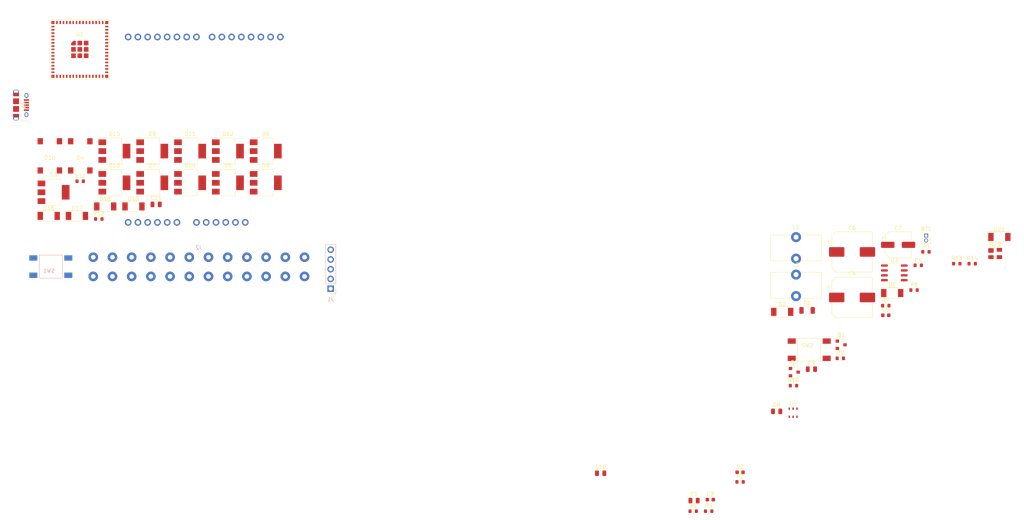
<source format=kicad_pcb>
(kicad_pcb (version 20171130) (host pcbnew "(5.1.10)-1")

  (general
    (thickness 1.6)
    (drawings 4)
    (tracks 0)
    (zones 0)
    (modules 60)
    (nets 69)
  )

  (page A4)
  (layers
    (0 F.Cu signal)
    (31 B.Cu signal)
    (32 B.Adhes user)
    (33 F.Adhes user)
    (34 B.Paste user)
    (35 F.Paste user)
    (36 B.SilkS user)
    (37 F.SilkS user)
    (38 B.Mask user)
    (39 F.Mask user)
    (40 Dwgs.User user)
    (41 Cmts.User user)
    (42 Eco1.User user)
    (43 Eco2.User user)
    (44 Edge.Cuts user)
    (45 Margin user)
    (46 B.CrtYd user)
    (47 F.CrtYd user)
    (48 B.Fab user)
    (49 F.Fab user)
  )

  (setup
    (last_trace_width 0.25)
    (trace_clearance 0.2)
    (zone_clearance 0.508)
    (zone_45_only no)
    (trace_min 0.2)
    (via_size 0.8)
    (via_drill 0.4)
    (via_min_size 0.4)
    (via_min_drill 0.3)
    (uvia_size 0.3)
    (uvia_drill 0.1)
    (uvias_allowed no)
    (uvia_min_size 0.2)
    (uvia_min_drill 0.1)
    (edge_width 0.05)
    (segment_width 0.2)
    (pcb_text_width 0.3)
    (pcb_text_size 1.5 1.5)
    (mod_edge_width 0.12)
    (mod_text_size 1 1)
    (mod_text_width 0.15)
    (pad_size 1.524 1.524)
    (pad_drill 0.762)
    (pad_to_mask_clearance 0)
    (aux_axis_origin 0 0)
    (visible_elements FFFFFF7F)
    (pcbplotparams
      (layerselection 0x010fc_ffffffff)
      (usegerberextensions false)
      (usegerberattributes true)
      (usegerberadvancedattributes true)
      (creategerberjobfile true)
      (excludeedgelayer true)
      (linewidth 0.100000)
      (plotframeref false)
      (viasonmask false)
      (mode 1)
      (useauxorigin false)
      (hpglpennumber 1)
      (hpglpenspeed 20)
      (hpglpendiameter 15.000000)
      (psnegative false)
      (psa4output false)
      (plotreference true)
      (plotvalue true)
      (plotinvisibletext false)
      (padsonsilk false)
      (subtractmaskfromsilk false)
      (outputformat 1)
      (mirror false)
      (drillshape 1)
      (scaleselection 1)
      (outputdirectory ""))
  )

  (net 0 "")
  (net 1 "Net-(BT1-Pad1)")
  (net 2 GND)
  (net 3 /ESP32/WiFiSetup)
  (net 4 +3V3)
  (net 5 +24V)
  (net 6 "Net-(C5-Pad1)")
  (net 7 "Net-(C6-Pad1)")
  (net 8 "Net-(C8-Pad1)")
  (net 9 /ESP32/Enable)
  (net 10 /ESP32/Rc_Sence)
  (net 11 /Thermostat/Rc_Sence)
  (net 12 "Net-(D2-Pad1)")
  (net 13 /Thermostat/S1S2)
  (net 14 /ESP32/X_Ctl)
  (net 15 /Thermostat/Rc)
  (net 16 /Thermostat/Rh)
  (net 17 /Thermostat/C)
  (net 18 /ESP32/E_Ctl)
  (net 19 /Thermostat/X)
  (net 20 /Thermostat/E)
  (net 21 /ESP32/Y2_Ctl)
  (net 22 /ESP32/Y1_Ctl)
  (net 23 /Thermostat/Y2)
  (net 24 /Thermostat/Y1)
  (net 25 /ESP32/G_Ctl)
  (net 26 /ESP32/OB_Ctl)
  (net 27 /Thermostat/G)
  (net 28 /ESP32/O_Sel)
  (net 29 "Net-(D11-Pad1)")
  (net 30 /ESP32/W2_Ctl)
  (net 31 /Thermostat/OB)
  (net 32 /ESP32/B_Sel)
  (net 33 /Thermostat/W2)
  (net 34 /ESP32/W1_Ctl)
  (net 35 /ESP32/S_Ctl)
  (net 36 /Thermostat/W1)
  (net 37 "Net-(D16-Pad1)")
  (net 38 "Net-(D18-Pad1)")
  (net 39 /ESP32/D-)
  (net 40 /ESP32/D+)
  (net 41 /USB/VBus)
  (net 42 "/Serial Programmer/RTS")
  (net 43 "/Serial Programmer/DTR")
  (net 44 /ESP32/RX)
  (net 45 /ESP32/TX)
  (net 46 "Net-(Q1-Pad1)")
  (net 47 /ESP32/PGM)
  (net 48 "Net-(Q2-Pad1)")
  (net 49 "Net-(R3-Pad1)")
  (net 50 /ESP32/bSence)
  (net 51 "Net-(R6-Pad1)")
  (net 52 "Net-(R7-Pad1)")
  (net 53 /ESP32/Attach)
  (net 54 /Display/WR)
  (net 55 /Display/~Reset)
  (net 56 /Display/RS)
  (net 57 /ESP32/SDA)
  (net 58 /ESP32/SCL)
  (net 59 /Display/D7)
  (net 60 /Display/D6)
  (net 61 /Display/D5)
  (net 62 /Display/D4)
  (net 63 /Display/D3)
  (net 64 /Display/D2)
  (net 65 /Display/D1)
  (net 66 /Display/D0)
  (net 67 /Display/RD)
  (net 68 /Display/CS)

  (net_class Default "This is the default net class."
    (clearance 0.2)
    (trace_width 0.25)
    (via_dia 0.8)
    (via_drill 0.4)
    (uvia_dia 0.3)
    (uvia_drill 0.1)
    (add_net +24V)
    (add_net +3V3)
    (add_net /Display/CS)
    (add_net /Display/D0)
    (add_net /Display/D1)
    (add_net /Display/D2)
    (add_net /Display/D3)
    (add_net /Display/D4)
    (add_net /Display/D5)
    (add_net /Display/D6)
    (add_net /Display/D7)
    (add_net /Display/RD)
    (add_net /Display/RS)
    (add_net /Display/WR)
    (add_net /Display/~Reset)
    (add_net /ESP32/Attach)
    (add_net /ESP32/B_Sel)
    (add_net /ESP32/D+)
    (add_net /ESP32/D-)
    (add_net /ESP32/E_Ctl)
    (add_net /ESP32/Enable)
    (add_net /ESP32/G_Ctl)
    (add_net /ESP32/OB_Ctl)
    (add_net /ESP32/O_Sel)
    (add_net /ESP32/PGM)
    (add_net /ESP32/RX)
    (add_net /ESP32/Rc_Sence)
    (add_net /ESP32/SCL)
    (add_net /ESP32/SDA)
    (add_net /ESP32/S_Ctl)
    (add_net /ESP32/TX)
    (add_net /ESP32/W1_Ctl)
    (add_net /ESP32/W2_Ctl)
    (add_net /ESP32/WiFiSetup)
    (add_net /ESP32/X_Ctl)
    (add_net /ESP32/Y1_Ctl)
    (add_net /ESP32/Y2_Ctl)
    (add_net /ESP32/bSence)
    (add_net "/Serial Programmer/DTR")
    (add_net "/Serial Programmer/RTS")
    (add_net /Thermostat/C)
    (add_net /Thermostat/E)
    (add_net /Thermostat/G)
    (add_net /Thermostat/OB)
    (add_net /Thermostat/Rc)
    (add_net /Thermostat/Rc_Sence)
    (add_net /Thermostat/Rh)
    (add_net /Thermostat/S1S2)
    (add_net /Thermostat/W1)
    (add_net /Thermostat/W2)
    (add_net /Thermostat/X)
    (add_net /Thermostat/Y1)
    (add_net /Thermostat/Y2)
    (add_net /USB/VBus)
    (add_net GND)
    (add_net "Net-(BT1-Pad1)")
    (add_net "Net-(C5-Pad1)")
    (add_net "Net-(C6-Pad1)")
    (add_net "Net-(C8-Pad1)")
    (add_net "Net-(D11-Pad1)")
    (add_net "Net-(D16-Pad1)")
    (add_net "Net-(D18-Pad1)")
    (add_net "Net-(D2-Pad1)")
    (add_net "Net-(Q1-Pad1)")
    (add_net "Net-(Q2-Pad1)")
    (add_net "Net-(R3-Pad1)")
    (add_net "Net-(R6-Pad1)")
    (add_net "Net-(R7-Pad1)")
  )

  (module Connector_PinHeader_1.27mm:PinHeader_1x02_P1.27mm_Vertical (layer F.Cu) (tedit 59FED6E3) (tstamp 62E69AA3)
    (at 258.235001 76.275001)
    (descr "Through hole straight pin header, 1x02, 1.27mm pitch, single row")
    (tags "Through hole pin header THT 1x02 1.27mm single row")
    (path /62D479C8/62E829C2)
    (fp_text reference BT1 (at 0 -1.695) (layer F.SilkS)
      (effects (font (size 1 1) (thickness 0.15)))
    )
    (fp_text value Battery (at 0 2.965) (layer F.Fab)
      (effects (font (size 1 1) (thickness 0.15)))
    )
    (fp_line (start 1.55 -1.15) (end -1.55 -1.15) (layer F.CrtYd) (width 0.05))
    (fp_line (start 1.55 2.45) (end 1.55 -1.15) (layer F.CrtYd) (width 0.05))
    (fp_line (start -1.55 2.45) (end 1.55 2.45) (layer F.CrtYd) (width 0.05))
    (fp_line (start -1.55 -1.15) (end -1.55 2.45) (layer F.CrtYd) (width 0.05))
    (fp_line (start -1.11 -0.76) (end 0 -0.76) (layer F.SilkS) (width 0.12))
    (fp_line (start -1.11 0) (end -1.11 -0.76) (layer F.SilkS) (width 0.12))
    (fp_line (start 0.563471 0.76) (end 1.11 0.76) (layer F.SilkS) (width 0.12))
    (fp_line (start -1.11 0.76) (end -0.563471 0.76) (layer F.SilkS) (width 0.12))
    (fp_line (start 1.11 0.76) (end 1.11 1.965) (layer F.SilkS) (width 0.12))
    (fp_line (start -1.11 0.76) (end -1.11 1.965) (layer F.SilkS) (width 0.12))
    (fp_line (start 0.30753 1.965) (end 1.11 1.965) (layer F.SilkS) (width 0.12))
    (fp_line (start -1.11 1.965) (end -0.30753 1.965) (layer F.SilkS) (width 0.12))
    (fp_line (start -1.05 -0.11) (end -0.525 -0.635) (layer F.Fab) (width 0.1))
    (fp_line (start -1.05 1.905) (end -1.05 -0.11) (layer F.Fab) (width 0.1))
    (fp_line (start 1.05 1.905) (end -1.05 1.905) (layer F.Fab) (width 0.1))
    (fp_line (start 1.05 -0.635) (end 1.05 1.905) (layer F.Fab) (width 0.1))
    (fp_line (start -0.525 -0.635) (end 1.05 -0.635) (layer F.Fab) (width 0.1))
    (fp_text user %R (at 0 0.635 90) (layer F.Fab)
      (effects (font (size 1 1) (thickness 0.15)))
    )
    (pad 1 thru_hole rect (at 0 0) (size 1 1) (drill 0.65) (layers *.Cu *.Mask)
      (net 1 "Net-(BT1-Pad1)"))
    (pad 2 thru_hole oval (at 0 1.27) (size 1 1) (drill 0.65) (layers *.Cu *.Mask)
      (net 2 GND))
    (model ${KISYS3DMOD}/Connector_PinHeader_1.27mm.3dshapes/PinHeader_1x02_P1.27mm_Vertical.wrl
      (at (xyz 0 0 0))
      (scale (xyz 1 1 1))
      (rotate (xyz 0 0 0))
    )
  )

  (module Capacitor_SMD:C_0805_2012Metric (layer F.Cu) (tedit 5F68FEEE) (tstamp 62E69AB4)
    (at 197.805001 145.255001)
    (descr "Capacitor SMD 0805 (2012 Metric), square (rectangular) end terminal, IPC_7351 nominal, (Body size source: IPC-SM-782 page 76, https://www.pcb-3d.com/wordpress/wp-content/uploads/ipc-sm-782a_amendment_1_and_2.pdf, https://docs.google.com/spreadsheets/d/1BsfQQcO9C6DZCsRaXUlFlo91Tg2WpOkGARC1WS5S8t0/edit?usp=sharing), generated with kicad-footprint-generator")
    (tags capacitor)
    (path /62D47889/630404F9)
    (attr smd)
    (fp_text reference C1 (at 0 -1.68) (layer F.SilkS)
      (effects (font (size 1 1) (thickness 0.15)))
    )
    (fp_text value .1uF (at 0 1.68) (layer F.Fab)
      (effects (font (size 1 1) (thickness 0.15)))
    )
    (fp_line (start 1.7 0.98) (end -1.7 0.98) (layer F.CrtYd) (width 0.05))
    (fp_line (start 1.7 -0.98) (end 1.7 0.98) (layer F.CrtYd) (width 0.05))
    (fp_line (start -1.7 -0.98) (end 1.7 -0.98) (layer F.CrtYd) (width 0.05))
    (fp_line (start -1.7 0.98) (end -1.7 -0.98) (layer F.CrtYd) (width 0.05))
    (fp_line (start -0.261252 0.735) (end 0.261252 0.735) (layer F.SilkS) (width 0.12))
    (fp_line (start -0.261252 -0.735) (end 0.261252 -0.735) (layer F.SilkS) (width 0.12))
    (fp_line (start 1 0.625) (end -1 0.625) (layer F.Fab) (width 0.1))
    (fp_line (start 1 -0.625) (end 1 0.625) (layer F.Fab) (width 0.1))
    (fp_line (start -1 -0.625) (end 1 -0.625) (layer F.Fab) (width 0.1))
    (fp_line (start -1 0.625) (end -1 -0.625) (layer F.Fab) (width 0.1))
    (fp_text user %R (at 0 0) (layer F.Fab)
      (effects (font (size 0.5 0.5) (thickness 0.08)))
    )
    (pad 1 smd roundrect (at -0.95 0) (size 1 1.45) (layers F.Cu F.Paste F.Mask) (roundrect_rratio 0.25)
      (net 3 /ESP32/WiFiSetup))
    (pad 2 smd roundrect (at 0.95 0) (size 1 1.45) (layers F.Cu F.Paste F.Mask) (roundrect_rratio 0.25)
      (net 2 GND))
    (model ${KISYS3DMOD}/Capacitor_SMD.3dshapes/C_0805_2012Metric.wrl
      (at (xyz 0 0 0))
      (scale (xyz 1 1 1))
      (rotate (xyz 0 0 0))
    )
  )

  (module Capacitor_SMD:C_0603_1608Metric (layer F.Cu) (tedit 5F68FEEE) (tstamp 62E69AC5)
    (at 209.785001 137.885001)
    (descr "Capacitor SMD 0603 (1608 Metric), square (rectangular) end terminal, IPC_7351 nominal, (Body size source: IPC-SM-782 page 76, https://www.pcb-3d.com/wordpress/wp-content/uploads/ipc-sm-782a_amendment_1_and_2.pdf), generated with kicad-footprint-generator")
    (tags capacitor)
    (path /62D47889/62D639F6)
    (attr smd)
    (fp_text reference C2 (at 0 -1.43) (layer F.SilkS)
      (effects (font (size 1 1) (thickness 0.15)))
    )
    (fp_text value 22uF (at 0 1.43) (layer F.Fab)
      (effects (font (size 1 1) (thickness 0.15)))
    )
    (fp_line (start 1.48 0.73) (end -1.48 0.73) (layer F.CrtYd) (width 0.05))
    (fp_line (start 1.48 -0.73) (end 1.48 0.73) (layer F.CrtYd) (width 0.05))
    (fp_line (start -1.48 -0.73) (end 1.48 -0.73) (layer F.CrtYd) (width 0.05))
    (fp_line (start -1.48 0.73) (end -1.48 -0.73) (layer F.CrtYd) (width 0.05))
    (fp_line (start -0.14058 0.51) (end 0.14058 0.51) (layer F.SilkS) (width 0.12))
    (fp_line (start -0.14058 -0.51) (end 0.14058 -0.51) (layer F.SilkS) (width 0.12))
    (fp_line (start 0.8 0.4) (end -0.8 0.4) (layer F.Fab) (width 0.1))
    (fp_line (start 0.8 -0.4) (end 0.8 0.4) (layer F.Fab) (width 0.1))
    (fp_line (start -0.8 -0.4) (end 0.8 -0.4) (layer F.Fab) (width 0.1))
    (fp_line (start -0.8 0.4) (end -0.8 -0.4) (layer F.Fab) (width 0.1))
    (fp_text user %R (at 0 0) (layer F.Fab)
      (effects (font (size 0.4 0.4) (thickness 0.06)))
    )
    (pad 1 smd roundrect (at -0.775 0) (size 0.9 0.95) (layers F.Cu F.Paste F.Mask) (roundrect_rratio 0.25)
      (net 4 +3V3))
    (pad 2 smd roundrect (at 0.775 0) (size 0.9 0.95) (layers F.Cu F.Paste F.Mask) (roundrect_rratio 0.25)
      (net 2 GND))
    (model ${KISYS3DMOD}/Capacitor_SMD.3dshapes/C_0603_1608Metric.wrl
      (at (xyz 0 0 0))
      (scale (xyz 1 1 1))
      (rotate (xyz 0 0 0))
    )
  )

  (module Capacitor_SMD:C_0603_1608Metric (layer F.Cu) (tedit 5F68FEEE) (tstamp 62E69AD6)
    (at 202.035001 145.005001)
    (descr "Capacitor SMD 0603 (1608 Metric), square (rectangular) end terminal, IPC_7351 nominal, (Body size source: IPC-SM-782 page 76, https://www.pcb-3d.com/wordpress/wp-content/uploads/ipc-sm-782a_amendment_1_and_2.pdf), generated with kicad-footprint-generator")
    (tags capacitor)
    (path /62D47889/62D647B2)
    (attr smd)
    (fp_text reference C3 (at 0 -1.43) (layer F.SilkS)
      (effects (font (size 1 1) (thickness 0.15)))
    )
    (fp_text value 22uF (at 0 1.43) (layer F.Fab)
      (effects (font (size 1 1) (thickness 0.15)))
    )
    (fp_line (start 1.48 0.73) (end -1.48 0.73) (layer F.CrtYd) (width 0.05))
    (fp_line (start 1.48 -0.73) (end 1.48 0.73) (layer F.CrtYd) (width 0.05))
    (fp_line (start -1.48 -0.73) (end 1.48 -0.73) (layer F.CrtYd) (width 0.05))
    (fp_line (start -1.48 0.73) (end -1.48 -0.73) (layer F.CrtYd) (width 0.05))
    (fp_line (start -0.14058 0.51) (end 0.14058 0.51) (layer F.SilkS) (width 0.12))
    (fp_line (start -0.14058 -0.51) (end 0.14058 -0.51) (layer F.SilkS) (width 0.12))
    (fp_line (start 0.8 0.4) (end -0.8 0.4) (layer F.Fab) (width 0.1))
    (fp_line (start 0.8 -0.4) (end 0.8 0.4) (layer F.Fab) (width 0.1))
    (fp_line (start -0.8 -0.4) (end 0.8 -0.4) (layer F.Fab) (width 0.1))
    (fp_line (start -0.8 0.4) (end -0.8 -0.4) (layer F.Fab) (width 0.1))
    (fp_text user %R (at 0 0) (layer F.Fab)
      (effects (font (size 0.4 0.4) (thickness 0.06)))
    )
    (pad 1 smd roundrect (at -0.775 0) (size 0.9 0.95) (layers F.Cu F.Paste F.Mask) (roundrect_rratio 0.25)
      (net 4 +3V3))
    (pad 2 smd roundrect (at 0.775 0) (size 0.9 0.95) (layers F.Cu F.Paste F.Mask) (roundrect_rratio 0.25)
      (net 2 GND))
    (model ${KISYS3DMOD}/Capacitor_SMD.3dshapes/C_0603_1608Metric.wrl
      (at (xyz 0 0 0))
      (scale (xyz 1 1 1))
      (rotate (xyz 0 0 0))
    )
  )

  (module Capacitor_SMD:CP_Elec_10x10 (layer F.Cu) (tedit 5BCA39D1) (tstamp 62E69AFE)
    (at 238.940001 92.375001)
    (descr "SMD capacitor, aluminum electrolytic, Nichicon, 10.0x10.0mm")
    (tags "capacitor electrolytic")
    (path /62D479C8/62DD4CCA)
    (attr smd)
    (fp_text reference C4 (at 0 -6.2) (layer F.SilkS)
      (effects (font (size 1 1) (thickness 0.15)))
    )
    (fp_text value 470uF (at 0 6.2) (layer F.Fab)
      (effects (font (size 1 1) (thickness 0.15)))
    )
    (fp_text user %R (at 0 0) (layer F.Fab)
      (effects (font (size 1 1) (thickness 0.15)))
    )
    (fp_circle (center 0 0) (end 5 0) (layer F.Fab) (width 0.1))
    (fp_line (start 5.15 -5.15) (end 5.15 5.15) (layer F.Fab) (width 0.1))
    (fp_line (start -4.15 -5.15) (end 5.15 -5.15) (layer F.Fab) (width 0.1))
    (fp_line (start -4.15 5.15) (end 5.15 5.15) (layer F.Fab) (width 0.1))
    (fp_line (start -5.15 -4.15) (end -5.15 4.15) (layer F.Fab) (width 0.1))
    (fp_line (start -5.15 -4.15) (end -4.15 -5.15) (layer F.Fab) (width 0.1))
    (fp_line (start -5.15 4.15) (end -4.15 5.15) (layer F.Fab) (width 0.1))
    (fp_line (start -4.558325 -1.7) (end -3.558325 -1.7) (layer F.Fab) (width 0.1))
    (fp_line (start -4.058325 -2.2) (end -4.058325 -1.2) (layer F.Fab) (width 0.1))
    (fp_line (start 5.26 5.26) (end 5.26 1.51) (layer F.SilkS) (width 0.12))
    (fp_line (start 5.26 -5.26) (end 5.26 -1.51) (layer F.SilkS) (width 0.12))
    (fp_line (start -4.195563 -5.26) (end 5.26 -5.26) (layer F.SilkS) (width 0.12))
    (fp_line (start -4.195563 5.26) (end 5.26 5.26) (layer F.SilkS) (width 0.12))
    (fp_line (start -5.26 4.195563) (end -5.26 1.51) (layer F.SilkS) (width 0.12))
    (fp_line (start -5.26 -4.195563) (end -5.26 -1.51) (layer F.SilkS) (width 0.12))
    (fp_line (start -5.26 -4.195563) (end -4.195563 -5.26) (layer F.SilkS) (width 0.12))
    (fp_line (start -5.26 4.195563) (end -4.195563 5.26) (layer F.SilkS) (width 0.12))
    (fp_line (start -6.75 -2.76) (end -5.5 -2.76) (layer F.SilkS) (width 0.12))
    (fp_line (start -6.125 -3.385) (end -6.125 -2.135) (layer F.SilkS) (width 0.12))
    (fp_line (start 5.4 -5.4) (end 5.4 -1.5) (layer F.CrtYd) (width 0.05))
    (fp_line (start 5.4 -1.5) (end 6.25 -1.5) (layer F.CrtYd) (width 0.05))
    (fp_line (start 6.25 -1.5) (end 6.25 1.5) (layer F.CrtYd) (width 0.05))
    (fp_line (start 6.25 1.5) (end 5.4 1.5) (layer F.CrtYd) (width 0.05))
    (fp_line (start 5.4 1.5) (end 5.4 5.4) (layer F.CrtYd) (width 0.05))
    (fp_line (start -4.25 5.4) (end 5.4 5.4) (layer F.CrtYd) (width 0.05))
    (fp_line (start -4.25 -5.4) (end 5.4 -5.4) (layer F.CrtYd) (width 0.05))
    (fp_line (start -5.4 4.25) (end -4.25 5.4) (layer F.CrtYd) (width 0.05))
    (fp_line (start -5.4 -4.25) (end -4.25 -5.4) (layer F.CrtYd) (width 0.05))
    (fp_line (start -5.4 -4.25) (end -5.4 -1.5) (layer F.CrtYd) (width 0.05))
    (fp_line (start -5.4 1.5) (end -5.4 4.25) (layer F.CrtYd) (width 0.05))
    (fp_line (start -5.4 -1.5) (end -6.25 -1.5) (layer F.CrtYd) (width 0.05))
    (fp_line (start -6.25 -1.5) (end -6.25 1.5) (layer F.CrtYd) (width 0.05))
    (fp_line (start -6.25 1.5) (end -5.4 1.5) (layer F.CrtYd) (width 0.05))
    (pad 2 smd roundrect (at 4 0) (size 4 2.5) (layers F.Cu F.Paste F.Mask) (roundrect_rratio 0.1)
      (net 2 GND))
    (pad 1 smd roundrect (at -4 0) (size 4 2.5) (layers F.Cu F.Paste F.Mask) (roundrect_rratio 0.1)
      (net 5 +24V))
    (model ${KISYS3DMOD}/Capacitor_SMD.3dshapes/CP_Elec_10x10.wrl
      (at (xyz 0 0 0))
      (scale (xyz 1 1 1))
      (rotate (xyz 0 0 0))
    )
  )

  (module Capacitor_SMD:C_0603_1608Metric (layer F.Cu) (tedit 5F68FEEE) (tstamp 62E69B0F)
    (at 247.715001 97.015001)
    (descr "Capacitor SMD 0603 (1608 Metric), square (rectangular) end terminal, IPC_7351 nominal, (Body size source: IPC-SM-782 page 76, https://www.pcb-3d.com/wordpress/wp-content/uploads/ipc-sm-782a_amendment_1_and_2.pdf), generated with kicad-footprint-generator")
    (tags capacitor)
    (path /62D479C8/62DD7D05)
    (attr smd)
    (fp_text reference C5 (at 0 -1.43) (layer F.SilkS)
      (effects (font (size 1 1) (thickness 0.15)))
    )
    (fp_text value 470pF (at 0 1.43) (layer F.Fab)
      (effects (font (size 1 1) (thickness 0.15)))
    )
    (fp_text user %R (at 0 0) (layer F.Fab)
      (effects (font (size 0.4 0.4) (thickness 0.06)))
    )
    (fp_line (start -0.8 0.4) (end -0.8 -0.4) (layer F.Fab) (width 0.1))
    (fp_line (start -0.8 -0.4) (end 0.8 -0.4) (layer F.Fab) (width 0.1))
    (fp_line (start 0.8 -0.4) (end 0.8 0.4) (layer F.Fab) (width 0.1))
    (fp_line (start 0.8 0.4) (end -0.8 0.4) (layer F.Fab) (width 0.1))
    (fp_line (start -0.14058 -0.51) (end 0.14058 -0.51) (layer F.SilkS) (width 0.12))
    (fp_line (start -0.14058 0.51) (end 0.14058 0.51) (layer F.SilkS) (width 0.12))
    (fp_line (start -1.48 0.73) (end -1.48 -0.73) (layer F.CrtYd) (width 0.05))
    (fp_line (start -1.48 -0.73) (end 1.48 -0.73) (layer F.CrtYd) (width 0.05))
    (fp_line (start 1.48 -0.73) (end 1.48 0.73) (layer F.CrtYd) (width 0.05))
    (fp_line (start 1.48 0.73) (end -1.48 0.73) (layer F.CrtYd) (width 0.05))
    (pad 2 smd roundrect (at 0.775 0) (size 0.9 0.95) (layers F.Cu F.Paste F.Mask) (roundrect_rratio 0.25)
      (net 2 GND))
    (pad 1 smd roundrect (at -0.775 0) (size 0.9 0.95) (layers F.Cu F.Paste F.Mask) (roundrect_rratio 0.25)
      (net 6 "Net-(C5-Pad1)"))
    (model ${KISYS3DMOD}/Capacitor_SMD.3dshapes/C_0603_1608Metric.wrl
      (at (xyz 0 0 0))
      (scale (xyz 1 1 1))
      (rotate (xyz 0 0 0))
    )
  )

  (module Capacitor_SMD:CP_Elec_10x10 (layer F.Cu) (tedit 5BCA39D1) (tstamp 62E69B37)
    (at 238.940001 80.525001)
    (descr "SMD capacitor, aluminum electrolytic, Nichicon, 10.0x10.0mm")
    (tags "capacitor electrolytic")
    (path /62D479C8/62DDC835)
    (attr smd)
    (fp_text reference C6 (at 0 -6.2) (layer F.SilkS)
      (effects (font (size 1 1) (thickness 0.15)))
    )
    (fp_text value 470uF (at 0 6.2) (layer F.Fab)
      (effects (font (size 1 1) (thickness 0.15)))
    )
    (fp_line (start -6.25 1.5) (end -5.4 1.5) (layer F.CrtYd) (width 0.05))
    (fp_line (start -6.25 -1.5) (end -6.25 1.5) (layer F.CrtYd) (width 0.05))
    (fp_line (start -5.4 -1.5) (end -6.25 -1.5) (layer F.CrtYd) (width 0.05))
    (fp_line (start -5.4 1.5) (end -5.4 4.25) (layer F.CrtYd) (width 0.05))
    (fp_line (start -5.4 -4.25) (end -5.4 -1.5) (layer F.CrtYd) (width 0.05))
    (fp_line (start -5.4 -4.25) (end -4.25 -5.4) (layer F.CrtYd) (width 0.05))
    (fp_line (start -5.4 4.25) (end -4.25 5.4) (layer F.CrtYd) (width 0.05))
    (fp_line (start -4.25 -5.4) (end 5.4 -5.4) (layer F.CrtYd) (width 0.05))
    (fp_line (start -4.25 5.4) (end 5.4 5.4) (layer F.CrtYd) (width 0.05))
    (fp_line (start 5.4 1.5) (end 5.4 5.4) (layer F.CrtYd) (width 0.05))
    (fp_line (start 6.25 1.5) (end 5.4 1.5) (layer F.CrtYd) (width 0.05))
    (fp_line (start 6.25 -1.5) (end 6.25 1.5) (layer F.CrtYd) (width 0.05))
    (fp_line (start 5.4 -1.5) (end 6.25 -1.5) (layer F.CrtYd) (width 0.05))
    (fp_line (start 5.4 -5.4) (end 5.4 -1.5) (layer F.CrtYd) (width 0.05))
    (fp_line (start -6.125 -3.385) (end -6.125 -2.135) (layer F.SilkS) (width 0.12))
    (fp_line (start -6.75 -2.76) (end -5.5 -2.76) (layer F.SilkS) (width 0.12))
    (fp_line (start -5.26 4.195563) (end -4.195563 5.26) (layer F.SilkS) (width 0.12))
    (fp_line (start -5.26 -4.195563) (end -4.195563 -5.26) (layer F.SilkS) (width 0.12))
    (fp_line (start -5.26 -4.195563) (end -5.26 -1.51) (layer F.SilkS) (width 0.12))
    (fp_line (start -5.26 4.195563) (end -5.26 1.51) (layer F.SilkS) (width 0.12))
    (fp_line (start -4.195563 5.26) (end 5.26 5.26) (layer F.SilkS) (width 0.12))
    (fp_line (start -4.195563 -5.26) (end 5.26 -5.26) (layer F.SilkS) (width 0.12))
    (fp_line (start 5.26 -5.26) (end 5.26 -1.51) (layer F.SilkS) (width 0.12))
    (fp_line (start 5.26 5.26) (end 5.26 1.51) (layer F.SilkS) (width 0.12))
    (fp_line (start -4.058325 -2.2) (end -4.058325 -1.2) (layer F.Fab) (width 0.1))
    (fp_line (start -4.558325 -1.7) (end -3.558325 -1.7) (layer F.Fab) (width 0.1))
    (fp_line (start -5.15 4.15) (end -4.15 5.15) (layer F.Fab) (width 0.1))
    (fp_line (start -5.15 -4.15) (end -4.15 -5.15) (layer F.Fab) (width 0.1))
    (fp_line (start -5.15 -4.15) (end -5.15 4.15) (layer F.Fab) (width 0.1))
    (fp_line (start -4.15 5.15) (end 5.15 5.15) (layer F.Fab) (width 0.1))
    (fp_line (start -4.15 -5.15) (end 5.15 -5.15) (layer F.Fab) (width 0.1))
    (fp_line (start 5.15 -5.15) (end 5.15 5.15) (layer F.Fab) (width 0.1))
    (fp_circle (center 0 0) (end 5 0) (layer F.Fab) (width 0.1))
    (fp_text user %R (at 0 0) (layer F.Fab)
      (effects (font (size 1 1) (thickness 0.15)))
    )
    (pad 1 smd roundrect (at -4 0) (size 4 2.5) (layers F.Cu F.Paste F.Mask) (roundrect_rratio 0.1)
      (net 7 "Net-(C6-Pad1)"))
    (pad 2 smd roundrect (at 4 0) (size 4 2.5) (layers F.Cu F.Paste F.Mask) (roundrect_rratio 0.1)
      (net 2 GND))
    (model ${KISYS3DMOD}/Capacitor_SMD.3dshapes/CP_Elec_10x10.wrl
      (at (xyz 0 0 0))
      (scale (xyz 1 1 1))
      (rotate (xyz 0 0 0))
    )
  )

  (module Capacitor_SMD:CP_Elec_6.3x5.8 (layer F.Cu) (tedit 5BCA39D0) (tstamp 62E69B5F)
    (at 250.935001 78.675001)
    (descr "SMD capacitor, aluminum electrolytic, Nichicon, 6.3x5.8mm")
    (tags "capacitor electrolytic")
    (path /62D479C8/62DDDF3A)
    (attr smd)
    (fp_text reference C7 (at 0 -4.35) (layer F.SilkS)
      (effects (font (size 1 1) (thickness 0.15)))
    )
    (fp_text value 100uF (at 0 4.35) (layer F.Fab)
      (effects (font (size 1 1) (thickness 0.15)))
    )
    (fp_line (start -4.7 1.05) (end -3.55 1.05) (layer F.CrtYd) (width 0.05))
    (fp_line (start -4.7 -1.05) (end -4.7 1.05) (layer F.CrtYd) (width 0.05))
    (fp_line (start -3.55 -1.05) (end -4.7 -1.05) (layer F.CrtYd) (width 0.05))
    (fp_line (start -3.55 1.05) (end -3.55 2.4) (layer F.CrtYd) (width 0.05))
    (fp_line (start -3.55 -2.4) (end -3.55 -1.05) (layer F.CrtYd) (width 0.05))
    (fp_line (start -3.55 -2.4) (end -2.4 -3.55) (layer F.CrtYd) (width 0.05))
    (fp_line (start -3.55 2.4) (end -2.4 3.55) (layer F.CrtYd) (width 0.05))
    (fp_line (start -2.4 -3.55) (end 3.55 -3.55) (layer F.CrtYd) (width 0.05))
    (fp_line (start -2.4 3.55) (end 3.55 3.55) (layer F.CrtYd) (width 0.05))
    (fp_line (start 3.55 1.05) (end 3.55 3.55) (layer F.CrtYd) (width 0.05))
    (fp_line (start 4.7 1.05) (end 3.55 1.05) (layer F.CrtYd) (width 0.05))
    (fp_line (start 4.7 -1.05) (end 4.7 1.05) (layer F.CrtYd) (width 0.05))
    (fp_line (start 3.55 -1.05) (end 4.7 -1.05) (layer F.CrtYd) (width 0.05))
    (fp_line (start 3.55 -3.55) (end 3.55 -1.05) (layer F.CrtYd) (width 0.05))
    (fp_line (start -4.04375 -2.24125) (end -4.04375 -1.45375) (layer F.SilkS) (width 0.12))
    (fp_line (start -4.4375 -1.8475) (end -3.65 -1.8475) (layer F.SilkS) (width 0.12))
    (fp_line (start -3.41 2.345563) (end -2.345563 3.41) (layer F.SilkS) (width 0.12))
    (fp_line (start -3.41 -2.345563) (end -2.345563 -3.41) (layer F.SilkS) (width 0.12))
    (fp_line (start -3.41 -2.345563) (end -3.41 -1.06) (layer F.SilkS) (width 0.12))
    (fp_line (start -3.41 2.345563) (end -3.41 1.06) (layer F.SilkS) (width 0.12))
    (fp_line (start -2.345563 3.41) (end 3.41 3.41) (layer F.SilkS) (width 0.12))
    (fp_line (start -2.345563 -3.41) (end 3.41 -3.41) (layer F.SilkS) (width 0.12))
    (fp_line (start 3.41 -3.41) (end 3.41 -1.06) (layer F.SilkS) (width 0.12))
    (fp_line (start 3.41 3.41) (end 3.41 1.06) (layer F.SilkS) (width 0.12))
    (fp_line (start -2.389838 -1.645) (end -2.389838 -1.015) (layer F.Fab) (width 0.1))
    (fp_line (start -2.704838 -1.33) (end -2.074838 -1.33) (layer F.Fab) (width 0.1))
    (fp_line (start -3.3 2.3) (end -2.3 3.3) (layer F.Fab) (width 0.1))
    (fp_line (start -3.3 -2.3) (end -2.3 -3.3) (layer F.Fab) (width 0.1))
    (fp_line (start -3.3 -2.3) (end -3.3 2.3) (layer F.Fab) (width 0.1))
    (fp_line (start -2.3 3.3) (end 3.3 3.3) (layer F.Fab) (width 0.1))
    (fp_line (start -2.3 -3.3) (end 3.3 -3.3) (layer F.Fab) (width 0.1))
    (fp_line (start 3.3 -3.3) (end 3.3 3.3) (layer F.Fab) (width 0.1))
    (fp_circle (center 0 0) (end 3.15 0) (layer F.Fab) (width 0.1))
    (fp_text user %R (at 0 0) (layer F.Fab)
      (effects (font (size 1 1) (thickness 0.15)))
    )
    (pad 1 smd roundrect (at -2.7 0) (size 3.5 1.6) (layers F.Cu F.Paste F.Mask) (roundrect_rratio 0.15625)
      (net 4 +3V3))
    (pad 2 smd roundrect (at 2.7 0) (size 3.5 1.6) (layers F.Cu F.Paste F.Mask) (roundrect_rratio 0.15625)
      (net 2 GND))
    (model ${KISYS3DMOD}/Capacitor_SMD.3dshapes/CP_Elec_6.3x5.8.wrl
      (at (xyz 0 0 0))
      (scale (xyz 1 1 1))
      (rotate (xyz 0 0 0))
    )
  )

  (module Capacitor_SMD:C_0805_2012Metric (layer F.Cu) (tedit 5F68FEEE) (tstamp 62E69B70)
    (at 219.305001 122.035001)
    (descr "Capacitor SMD 0805 (2012 Metric), square (rectangular) end terminal, IPC_7351 nominal, (Body size source: IPC-SM-782 page 76, https://www.pcb-3d.com/wordpress/wp-content/uploads/ipc-sm-782a_amendment_1_and_2.pdf, https://docs.google.com/spreadsheets/d/1BsfQQcO9C6DZCsRaXUlFlo91Tg2WpOkGARC1WS5S8t0/edit?usp=sharing), generated with kicad-footprint-generator")
    (tags capacitor)
    (path /62D47A27/6308CC8C)
    (attr smd)
    (fp_text reference C8 (at 0 -1.68) (layer F.SilkS)
      (effects (font (size 1 1) (thickness 0.15)))
    )
    (fp_text value .1uF (at 0 1.68) (layer F.Fab)
      (effects (font (size 1 1) (thickness 0.15)))
    )
    (fp_text user %R (at 0 0) (layer F.Fab)
      (effects (font (size 0.5 0.5) (thickness 0.08)))
    )
    (fp_line (start -1 0.625) (end -1 -0.625) (layer F.Fab) (width 0.1))
    (fp_line (start -1 -0.625) (end 1 -0.625) (layer F.Fab) (width 0.1))
    (fp_line (start 1 -0.625) (end 1 0.625) (layer F.Fab) (width 0.1))
    (fp_line (start 1 0.625) (end -1 0.625) (layer F.Fab) (width 0.1))
    (fp_line (start -0.261252 -0.735) (end 0.261252 -0.735) (layer F.SilkS) (width 0.12))
    (fp_line (start -0.261252 0.735) (end 0.261252 0.735) (layer F.SilkS) (width 0.12))
    (fp_line (start -1.7 0.98) (end -1.7 -0.98) (layer F.CrtYd) (width 0.05))
    (fp_line (start -1.7 -0.98) (end 1.7 -0.98) (layer F.CrtYd) (width 0.05))
    (fp_line (start 1.7 -0.98) (end 1.7 0.98) (layer F.CrtYd) (width 0.05))
    (fp_line (start 1.7 0.98) (end -1.7 0.98) (layer F.CrtYd) (width 0.05))
    (pad 2 smd roundrect (at 0.95 0) (size 1 1.45) (layers F.Cu F.Paste F.Mask) (roundrect_rratio 0.25)
      (net 2 GND))
    (pad 1 smd roundrect (at -0.95 0) (size 1 1.45) (layers F.Cu F.Paste F.Mask) (roundrect_rratio 0.25)
      (net 8 "Net-(C8-Pad1)"))
    (model ${KISYS3DMOD}/Capacitor_SMD.3dshapes/C_0805_2012Metric.wrl
      (at (xyz 0 0 0))
      (scale (xyz 1 1 1))
      (rotate (xyz 0 0 0))
    )
  )

  (module Capacitor_SMD:C_0805_2012Metric (layer F.Cu) (tedit 5F68FEEE) (tstamp 62E69B81)
    (at 228.355001 111.045001)
    (descr "Capacitor SMD 0805 (2012 Metric), square (rectangular) end terminal, IPC_7351 nominal, (Body size source: IPC-SM-782 page 76, https://www.pcb-3d.com/wordpress/wp-content/uploads/ipc-sm-782a_amendment_1_and_2.pdf, https://docs.google.com/spreadsheets/d/1BsfQQcO9C6DZCsRaXUlFlo91Tg2WpOkGARC1WS5S8t0/edit?usp=sharing), generated with kicad-footprint-generator")
    (tags capacitor)
    (path /62D5AD66/62D567B7)
    (attr smd)
    (fp_text reference C9 (at 0 -1.68) (layer F.SilkS)
      (effects (font (size 1 1) (thickness 0.15)))
    )
    (fp_text value .1uF (at 0 1.68) (layer F.Fab)
      (effects (font (size 1 1) (thickness 0.15)))
    )
    (fp_line (start 1.7 0.98) (end -1.7 0.98) (layer F.CrtYd) (width 0.05))
    (fp_line (start 1.7 -0.98) (end 1.7 0.98) (layer F.CrtYd) (width 0.05))
    (fp_line (start -1.7 -0.98) (end 1.7 -0.98) (layer F.CrtYd) (width 0.05))
    (fp_line (start -1.7 0.98) (end -1.7 -0.98) (layer F.CrtYd) (width 0.05))
    (fp_line (start -0.261252 0.735) (end 0.261252 0.735) (layer F.SilkS) (width 0.12))
    (fp_line (start -0.261252 -0.735) (end 0.261252 -0.735) (layer F.SilkS) (width 0.12))
    (fp_line (start 1 0.625) (end -1 0.625) (layer F.Fab) (width 0.1))
    (fp_line (start 1 -0.625) (end 1 0.625) (layer F.Fab) (width 0.1))
    (fp_line (start -1 -0.625) (end 1 -0.625) (layer F.Fab) (width 0.1))
    (fp_line (start -1 0.625) (end -1 -0.625) (layer F.Fab) (width 0.1))
    (fp_text user %R (at 0 0) (layer F.Fab)
      (effects (font (size 0.5 0.5) (thickness 0.08)))
    )
    (pad 1 smd roundrect (at -0.95 0) (size 1 1.45) (layers F.Cu F.Paste F.Mask) (roundrect_rratio 0.25)
      (net 9 /ESP32/Enable))
    (pad 2 smd roundrect (at 0.95 0) (size 1 1.45) (layers F.Cu F.Paste F.Mask) (roundrect_rratio 0.25)
      (net 2 GND))
    (model ${KISYS3DMOD}/Capacitor_SMD.3dshapes/C_0805_2012Metric.wrl
      (at (xyz 0 0 0))
      (scale (xyz 1 1 1))
      (rotate (xyz 0 0 0))
    )
  )

  (module Capacitor_SMD:C_0805_2012Metric (layer F.Cu) (tedit 5F68FEEE) (tstamp 62E69B92)
    (at 173.485001 138.135001)
    (descr "Capacitor SMD 0805 (2012 Metric), square (rectangular) end terminal, IPC_7351 nominal, (Body size source: IPC-SM-782 page 76, https://www.pcb-3d.com/wordpress/wp-content/uploads/ipc-sm-782a_amendment_1_and_2.pdf, https://docs.google.com/spreadsheets/d/1BsfQQcO9C6DZCsRaXUlFlo91Tg2WpOkGARC1WS5S8t0/edit?usp=sharing), generated with kicad-footprint-generator")
    (tags capacitor)
    (path /62E5786F/62F51F02)
    (attr smd)
    (fp_text reference C10 (at 0 -1.68) (layer F.SilkS)
      (effects (font (size 1 1) (thickness 0.15)))
    )
    (fp_text value .1uF (at 0 1.68) (layer F.Fab)
      (effects (font (size 1 1) (thickness 0.15)))
    )
    (fp_line (start 1.7 0.98) (end -1.7 0.98) (layer F.CrtYd) (width 0.05))
    (fp_line (start 1.7 -0.98) (end 1.7 0.98) (layer F.CrtYd) (width 0.05))
    (fp_line (start -1.7 -0.98) (end 1.7 -0.98) (layer F.CrtYd) (width 0.05))
    (fp_line (start -1.7 0.98) (end -1.7 -0.98) (layer F.CrtYd) (width 0.05))
    (fp_line (start -0.261252 0.735) (end 0.261252 0.735) (layer F.SilkS) (width 0.12))
    (fp_line (start -0.261252 -0.735) (end 0.261252 -0.735) (layer F.SilkS) (width 0.12))
    (fp_line (start 1 0.625) (end -1 0.625) (layer F.Fab) (width 0.1))
    (fp_line (start 1 -0.625) (end 1 0.625) (layer F.Fab) (width 0.1))
    (fp_line (start -1 -0.625) (end 1 -0.625) (layer F.Fab) (width 0.1))
    (fp_line (start -1 0.625) (end -1 -0.625) (layer F.Fab) (width 0.1))
    (fp_text user %R (at 0 0) (layer F.Fab)
      (effects (font (size 0.5 0.5) (thickness 0.08)))
    )
    (pad 1 smd roundrect (at -0.95 0) (size 1 1.45) (layers F.Cu F.Paste F.Mask) (roundrect_rratio 0.25)
      (net 10 /ESP32/Rc_Sence))
    (pad 2 smd roundrect (at 0.95 0) (size 1 1.45) (layers F.Cu F.Paste F.Mask) (roundrect_rratio 0.25)
      (net 2 GND))
    (model ${KISYS3DMOD}/Capacitor_SMD.3dshapes/C_0805_2012Metric.wrl
      (at (xyz 0 0 0))
      (scale (xyz 1 1 1))
      (rotate (xyz 0 0 0))
    )
  )

  (module Capacitor_SMD:C_0805_2012Metric (layer F.Cu) (tedit 5F68FEEE) (tstamp 62E6BF6B)
    (at 57.765001 68.155001)
    (descr "Capacitor SMD 0805 (2012 Metric), square (rectangular) end terminal, IPC_7351 nominal, (Body size source: IPC-SM-782 page 76, https://www.pcb-3d.com/wordpress/wp-content/uploads/ipc-sm-782a_amendment_1_and_2.pdf, https://docs.google.com/spreadsheets/d/1BsfQQcO9C6DZCsRaXUlFlo91Tg2WpOkGARC1WS5S8t0/edit?usp=sharing), generated with kicad-footprint-generator")
    (tags capacitor)
    (path /62E5786F/62F52734)
    (attr smd)
    (fp_text reference C11 (at 0 -1.68) (layer F.SilkS)
      (effects (font (size 1 1) (thickness 0.15)))
    )
    (fp_text value .1uF (at 0 1.68) (layer F.Fab)
      (effects (font (size 1 1) (thickness 0.15)))
    )
    (fp_text user %R (at 0 0) (layer F.Fab)
      (effects (font (size 0.5 0.5) (thickness 0.08)))
    )
    (fp_line (start -1 0.625) (end -1 -0.625) (layer F.Fab) (width 0.1))
    (fp_line (start -1 -0.625) (end 1 -0.625) (layer F.Fab) (width 0.1))
    (fp_line (start 1 -0.625) (end 1 0.625) (layer F.Fab) (width 0.1))
    (fp_line (start 1 0.625) (end -1 0.625) (layer F.Fab) (width 0.1))
    (fp_line (start -0.261252 -0.735) (end 0.261252 -0.735) (layer F.SilkS) (width 0.12))
    (fp_line (start -0.261252 0.735) (end 0.261252 0.735) (layer F.SilkS) (width 0.12))
    (fp_line (start -1.7 0.98) (end -1.7 -0.98) (layer F.CrtYd) (width 0.05))
    (fp_line (start -1.7 -0.98) (end 1.7 -0.98) (layer F.CrtYd) (width 0.05))
    (fp_line (start 1.7 -0.98) (end 1.7 0.98) (layer F.CrtYd) (width 0.05))
    (fp_line (start 1.7 0.98) (end -1.7 0.98) (layer F.CrtYd) (width 0.05))
    (pad 2 smd roundrect (at 0.95 0) (size 1 1.45) (layers F.Cu F.Paste F.Mask) (roundrect_rratio 0.25)
      (net 2 GND))
    (pad 1 smd roundrect (at -0.95 0) (size 1 1.45) (layers F.Cu F.Paste F.Mask) (roundrect_rratio 0.25)
      (net 11 /Thermostat/Rc_Sence))
    (model ${KISYS3DMOD}/Capacitor_SMD.3dshapes/C_0805_2012Metric.wrl
      (at (xyz 0 0 0))
      (scale (xyz 1 1 1))
      (rotate (xyz 0 0 0))
    )
  )

  (module Diode_SMD:D_SOD-128 (layer F.Cu) (tedit 5D3216F4) (tstamp 62E69BBC)
    (at 249.385001 91.225001)
    (descr "D_SOD-128 (CFP5 SlimSMAW), https://assets.nexperia.com/documents/outline-drawing/SOD128.pdf")
    (tags D_SOD-128)
    (path /62D479C8/62E848F3)
    (attr smd)
    (fp_text reference D1 (at 0 -2) (layer F.SilkS)
      (effects (font (size 1 1) (thickness 0.15)))
    )
    (fp_text value RB080LAM-30TR (at 0 2) (layer F.Fab)
      (effects (font (size 1 1) (thickness 0.15)))
    )
    (fp_line (start -3.08 -1.36) (end 1.9 -1.36) (layer F.SilkS) (width 0.12))
    (fp_line (start -3.08 1.36) (end 1.9 1.36) (layer F.SilkS) (width 0.12))
    (fp_line (start -3.15 -1.5) (end -3.15 1.5) (layer F.CrtYd) (width 0.05))
    (fp_line (start 3.15 1.5) (end -3.15 1.5) (layer F.CrtYd) (width 0.05))
    (fp_line (start 3.15 -1.5) (end 3.15 1.5) (layer F.CrtYd) (width 0.05))
    (fp_line (start -3.15 -1.5) (end 3.15 -1.5) (layer F.CrtYd) (width 0.05))
    (fp_line (start -1.9 -1.25) (end 1.9 -1.25) (layer F.Fab) (width 0.1))
    (fp_line (start 1.9 -1.25) (end 1.9 1.25) (layer F.Fab) (width 0.1))
    (fp_line (start 1.9 1.25) (end -1.9 1.25) (layer F.Fab) (width 0.1))
    (fp_line (start -1.9 1.25) (end -1.9 -1.25) (layer F.Fab) (width 0.1))
    (fp_line (start -0.75 0) (end -0.35 0) (layer F.Fab) (width 0.1))
    (fp_line (start -0.35 0) (end -0.35 -0.55) (layer F.Fab) (width 0.1))
    (fp_line (start -0.35 0) (end -0.35 0.55) (layer F.Fab) (width 0.1))
    (fp_line (start -0.35 0) (end 0.25 -0.4) (layer F.Fab) (width 0.1))
    (fp_line (start 0.25 -0.4) (end 0.25 0.4) (layer F.Fab) (width 0.1))
    (fp_line (start 0.25 0.4) (end -0.35 0) (layer F.Fab) (width 0.1))
    (fp_line (start 0.25 0) (end 0.75 0) (layer F.Fab) (width 0.1))
    (fp_line (start -3.08 -1.36) (end -3.08 1.36) (layer F.SilkS) (width 0.12))
    (fp_text user %R (at 0 -2) (layer F.Fab)
      (effects (font (size 1 1) (thickness 0.15)))
    )
    (pad 1 smd rect (at -2.2 0) (size 1.4 2.1) (layers F.Cu F.Paste F.Mask)
      (net 5 +24V))
    (pad 2 smd rect (at 2.2 0) (size 1.4 2.1) (layers F.Cu F.Paste F.Mask)
      (net 1 "Net-(BT1-Pad1)"))
    (model ${KISYS3DMOD}/Diode_SMD.3dshapes/D_SOD-128.wrl
      (at (xyz 0 0 0))
      (scale (xyz 1 1 1))
      (rotate (xyz 0 0 0))
    )
  )

  (module Diode_SMD:D_SOD-128 (layer F.Cu) (tedit 5D3216F4) (tstamp 62E69BD5)
    (at 220.755001 96.125001)
    (descr "D_SOD-128 (CFP5 SlimSMAW), https://assets.nexperia.com/documents/outline-drawing/SOD128.pdf")
    (tags D_SOD-128)
    (path /62D479C8/62DD8F5E)
    (attr smd)
    (fp_text reference D2 (at 0 -2) (layer F.SilkS)
      (effects (font (size 1 1) (thickness 0.15)))
    )
    (fp_text value RB080LAM-30TR (at 0 2) (layer F.Fab)
      (effects (font (size 1 1) (thickness 0.15)))
    )
    (fp_line (start -3.08 -1.36) (end 1.9 -1.36) (layer F.SilkS) (width 0.12))
    (fp_line (start -3.08 1.36) (end 1.9 1.36) (layer F.SilkS) (width 0.12))
    (fp_line (start -3.15 -1.5) (end -3.15 1.5) (layer F.CrtYd) (width 0.05))
    (fp_line (start 3.15 1.5) (end -3.15 1.5) (layer F.CrtYd) (width 0.05))
    (fp_line (start 3.15 -1.5) (end 3.15 1.5) (layer F.CrtYd) (width 0.05))
    (fp_line (start -3.15 -1.5) (end 3.15 -1.5) (layer F.CrtYd) (width 0.05))
    (fp_line (start -1.9 -1.25) (end 1.9 -1.25) (layer F.Fab) (width 0.1))
    (fp_line (start 1.9 -1.25) (end 1.9 1.25) (layer F.Fab) (width 0.1))
    (fp_line (start 1.9 1.25) (end -1.9 1.25) (layer F.Fab) (width 0.1))
    (fp_line (start -1.9 1.25) (end -1.9 -1.25) (layer F.Fab) (width 0.1))
    (fp_line (start -0.75 0) (end -0.35 0) (layer F.Fab) (width 0.1))
    (fp_line (start -0.35 0) (end -0.35 -0.55) (layer F.Fab) (width 0.1))
    (fp_line (start -0.35 0) (end -0.35 0.55) (layer F.Fab) (width 0.1))
    (fp_line (start -0.35 0) (end 0.25 -0.4) (layer F.Fab) (width 0.1))
    (fp_line (start 0.25 -0.4) (end 0.25 0.4) (layer F.Fab) (width 0.1))
    (fp_line (start 0.25 0.4) (end -0.35 0) (layer F.Fab) (width 0.1))
    (fp_line (start 0.25 0) (end 0.75 0) (layer F.Fab) (width 0.1))
    (fp_line (start -3.08 -1.36) (end -3.08 1.36) (layer F.SilkS) (width 0.12))
    (fp_text user %R (at 0 -2) (layer F.Fab)
      (effects (font (size 1 1) (thickness 0.15)))
    )
    (pad 1 smd rect (at -2.2 0) (size 1.4 2.1) (layers F.Cu F.Paste F.Mask)
      (net 12 "Net-(D2-Pad1)"))
    (pad 2 smd rect (at 2.2 0) (size 1.4 2.1) (layers F.Cu F.Paste F.Mask)
      (net 2 GND))
    (model ${KISYS3DMOD}/Diode_SMD.3dshapes/D_SOD-128.wrl
      (at (xyz 0 0 0))
      (scale (xyz 1 1 1))
      (rotate (xyz 0 0 0))
    )
  )

  (module Package_TO_SOT_SMD:SOT-223-3_TabPin2 (layer F.Cu) (tedit 5A02FF57) (tstamp 62E6C081)
    (at 31.065001 64.995001)
    (descr "module CMS SOT223 4 pins")
    (tags "CMS SOT")
    (path /62E5786F/62DFF84C)
    (attr smd)
    (fp_text reference D3 (at 0 -4.5) (layer F.SilkS)
      (effects (font (size 1 1) (thickness 0.15)))
    )
    (fp_text value Z0109NN6AA4 (at 0 4.5) (layer F.Fab)
      (effects (font (size 1 1) (thickness 0.15)))
    )
    (fp_text user %R (at 0 0 90) (layer F.Fab)
      (effects (font (size 0.8 0.8) (thickness 0.12)))
    )
    (fp_line (start 1.91 3.41) (end 1.91 2.15) (layer F.SilkS) (width 0.12))
    (fp_line (start 1.91 -3.41) (end 1.91 -2.15) (layer F.SilkS) (width 0.12))
    (fp_line (start 4.4 -3.6) (end -4.4 -3.6) (layer F.CrtYd) (width 0.05))
    (fp_line (start 4.4 3.6) (end 4.4 -3.6) (layer F.CrtYd) (width 0.05))
    (fp_line (start -4.4 3.6) (end 4.4 3.6) (layer F.CrtYd) (width 0.05))
    (fp_line (start -4.4 -3.6) (end -4.4 3.6) (layer F.CrtYd) (width 0.05))
    (fp_line (start -1.85 -2.35) (end -0.85 -3.35) (layer F.Fab) (width 0.1))
    (fp_line (start -1.85 -2.35) (end -1.85 3.35) (layer F.Fab) (width 0.1))
    (fp_line (start -1.85 3.41) (end 1.91 3.41) (layer F.SilkS) (width 0.12))
    (fp_line (start -0.85 -3.35) (end 1.85 -3.35) (layer F.Fab) (width 0.1))
    (fp_line (start -4.1 -3.41) (end 1.91 -3.41) (layer F.SilkS) (width 0.12))
    (fp_line (start -1.85 3.35) (end 1.85 3.35) (layer F.Fab) (width 0.1))
    (fp_line (start 1.85 -3.35) (end 1.85 3.35) (layer F.Fab) (width 0.1))
    (pad 1 smd rect (at -3.15 -2.3) (size 2 1.5) (layers F.Cu F.Paste F.Mask)
      (net 13 /Thermostat/S1S2))
    (pad 3 smd rect (at -3.15 2.3) (size 2 1.5) (layers F.Cu F.Paste F.Mask)
      (net 14 /ESP32/X_Ctl))
    (pad 2 smd rect (at -3.15 0) (size 2 1.5) (layers F.Cu F.Paste F.Mask)
      (net 15 /Thermostat/Rc))
    (pad 2 smd rect (at 3.15 0) (size 2 3.8) (layers F.Cu F.Paste F.Mask)
      (net 15 /Thermostat/Rc))
    (model ${KISYS3DMOD}/Package_TO_SOT_SMD.3dshapes/SOT-223.wrl
      (at (xyz 0 0 0))
      (scale (xyz 1 1 1))
      (rotate (xyz 0 0 0))
    )
  )

  (module Package_DBF:DBF-4 (layer F.Cu) (tedit 62E60812) (tstamp 62E6BF43)
    (at 38.020001 55.510001)
    (path /62E5786F/62DCAA72)
    (fp_text reference D4 (at 0 0.5) (layer F.SilkS)
      (effects (font (size 1 1) (thickness 0.15)))
    )
    (fp_text value D_Bridge_+-AA (at 0 -0.5) (layer F.Fab)
      (effects (font (size 1 1) (thickness 0.15)))
    )
    (fp_line (start -3.4 4.8) (end -3.4 -4.8) (layer Dwgs.User) (width 0.12))
    (fp_line (start 3.4 4.8) (end -3.4 4.8) (layer Dwgs.User) (width 0.12))
    (fp_line (start 3.4 -4.8) (end 3.4 4.8) (layer Dwgs.User) (width 0.12))
    (fp_line (start -3.4 -4.8) (end 3.4 -4.8) (layer Dwgs.User) (width 0.12))
    (fp_arc (start 3.4 -4.8) (end 0.7 -4.8) (angle -90) (layer Dwgs.User) (width 0.12))
    (pad 1 smd rect (at 2.5 -3.8) (size 1.4 1.6) (layers F.Cu F.Paste F.Mask)
      (net 5 +24V) (zone_connect 0))
    (pad 2 smd rect (at 2.5 3.8) (size 1.4 1.6) (layers F.Cu F.Paste F.Mask)
      (net 2 GND) (zone_connect 0))
    (pad 4 smd rect (at -2.5 3.8) (size 1.4 1.6) (layers F.Cu F.Paste F.Mask)
      (net 16 /Thermostat/Rh) (zone_connect 0))
    (pad 3 smd rect (at -2.5 -3.8) (size 1.4 1.6) (layers F.Cu F.Paste F.Mask)
      (net 17 /Thermostat/C) (zone_connect 0))
  )

  (module Package_TO_SOT_SMD:SOT-223-3_TabPin2 (layer F.Cu) (tedit 5A02FF57) (tstamp 62E6C042)
    (at 76.455001 62.525001)
    (descr "module CMS SOT223 4 pins")
    (tags "CMS SOT")
    (path /62E5786F/62E25108)
    (attr smd)
    (fp_text reference D5 (at 0 -4.5) (layer F.SilkS)
      (effects (font (size 1 1) (thickness 0.15)))
    )
    (fp_text value Z0109NN6AA4 (at 0 4.5) (layer F.Fab)
      (effects (font (size 1 1) (thickness 0.15)))
    )
    (fp_line (start 1.85 -3.35) (end 1.85 3.35) (layer F.Fab) (width 0.1))
    (fp_line (start -1.85 3.35) (end 1.85 3.35) (layer F.Fab) (width 0.1))
    (fp_line (start -4.1 -3.41) (end 1.91 -3.41) (layer F.SilkS) (width 0.12))
    (fp_line (start -0.85 -3.35) (end 1.85 -3.35) (layer F.Fab) (width 0.1))
    (fp_line (start -1.85 3.41) (end 1.91 3.41) (layer F.SilkS) (width 0.12))
    (fp_line (start -1.85 -2.35) (end -1.85 3.35) (layer F.Fab) (width 0.1))
    (fp_line (start -1.85 -2.35) (end -0.85 -3.35) (layer F.Fab) (width 0.1))
    (fp_line (start -4.4 -3.6) (end -4.4 3.6) (layer F.CrtYd) (width 0.05))
    (fp_line (start -4.4 3.6) (end 4.4 3.6) (layer F.CrtYd) (width 0.05))
    (fp_line (start 4.4 3.6) (end 4.4 -3.6) (layer F.CrtYd) (width 0.05))
    (fp_line (start 4.4 -3.6) (end -4.4 -3.6) (layer F.CrtYd) (width 0.05))
    (fp_line (start 1.91 -3.41) (end 1.91 -2.15) (layer F.SilkS) (width 0.12))
    (fp_line (start 1.91 3.41) (end 1.91 2.15) (layer F.SilkS) (width 0.12))
    (fp_text user %R (at 0 0 90) (layer F.Fab)
      (effects (font (size 0.8 0.8) (thickness 0.12)))
    )
    (pad 2 smd rect (at 3.15 0) (size 2 3.8) (layers F.Cu F.Paste F.Mask)
      (net 16 /Thermostat/Rh))
    (pad 2 smd rect (at -3.15 0) (size 2 1.5) (layers F.Cu F.Paste F.Mask)
      (net 16 /Thermostat/Rh))
    (pad 3 smd rect (at -3.15 2.3) (size 2 1.5) (layers F.Cu F.Paste F.Mask)
      (net 18 /ESP32/E_Ctl))
    (pad 1 smd rect (at -3.15 -2.3) (size 2 1.5) (layers F.Cu F.Paste F.Mask)
      (net 19 /Thermostat/X))
    (model ${KISYS3DMOD}/Package_TO_SOT_SMD.3dshapes/SOT-223.wrl
      (at (xyz 0 0 0))
      (scale (xyz 1 1 1))
      (rotate (xyz 0 0 0))
    )
  )

  (module Package_TO_SOT_SMD:SOT-223-3_TabPin2 (layer F.Cu) (tedit 5A02FF57) (tstamp 62E6BF0D)
    (at 86.305001 54.275001)
    (descr "module CMS SOT223 4 pins")
    (tags "CMS SOT")
    (path /62E5786F/62E2CCEF)
    (attr smd)
    (fp_text reference D6 (at 0 -4.5) (layer F.SilkS)
      (effects (font (size 1 1) (thickness 0.15)))
    )
    (fp_text value Z0109NN6AA4 (at 0 4.5) (layer F.Fab)
      (effects (font (size 1 1) (thickness 0.15)))
    )
    (fp_text user %R (at 0 0 90) (layer F.Fab)
      (effects (font (size 0.8 0.8) (thickness 0.12)))
    )
    (fp_line (start 1.91 3.41) (end 1.91 2.15) (layer F.SilkS) (width 0.12))
    (fp_line (start 1.91 -3.41) (end 1.91 -2.15) (layer F.SilkS) (width 0.12))
    (fp_line (start 4.4 -3.6) (end -4.4 -3.6) (layer F.CrtYd) (width 0.05))
    (fp_line (start 4.4 3.6) (end 4.4 -3.6) (layer F.CrtYd) (width 0.05))
    (fp_line (start -4.4 3.6) (end 4.4 3.6) (layer F.CrtYd) (width 0.05))
    (fp_line (start -4.4 -3.6) (end -4.4 3.6) (layer F.CrtYd) (width 0.05))
    (fp_line (start -1.85 -2.35) (end -0.85 -3.35) (layer F.Fab) (width 0.1))
    (fp_line (start -1.85 -2.35) (end -1.85 3.35) (layer F.Fab) (width 0.1))
    (fp_line (start -1.85 3.41) (end 1.91 3.41) (layer F.SilkS) (width 0.12))
    (fp_line (start -0.85 -3.35) (end 1.85 -3.35) (layer F.Fab) (width 0.1))
    (fp_line (start -4.1 -3.41) (end 1.91 -3.41) (layer F.SilkS) (width 0.12))
    (fp_line (start -1.85 3.35) (end 1.85 3.35) (layer F.Fab) (width 0.1))
    (fp_line (start 1.85 -3.35) (end 1.85 3.35) (layer F.Fab) (width 0.1))
    (pad 1 smd rect (at -3.15 -2.3) (size 2 1.5) (layers F.Cu F.Paste F.Mask)
      (net 20 /Thermostat/E))
    (pad 3 smd rect (at -3.15 2.3) (size 2 1.5) (layers F.Cu F.Paste F.Mask)
      (net 21 /ESP32/Y2_Ctl))
    (pad 2 smd rect (at -3.15 0) (size 2 1.5) (layers F.Cu F.Paste F.Mask)
      (net 16 /Thermostat/Rh))
    (pad 2 smd rect (at 3.15 0) (size 2 3.8) (layers F.Cu F.Paste F.Mask)
      (net 16 /Thermostat/Rh))
    (model ${KISYS3DMOD}/Package_TO_SOT_SMD.3dshapes/SOT-223.wrl
      (at (xyz 0 0 0))
      (scale (xyz 1 1 1))
      (rotate (xyz 0 0 0))
    )
  )

  (module Package_TO_SOT_SMD:SOT-223-3_TabPin2 (layer F.Cu) (tedit 5A02FF57) (tstamp 62E6C003)
    (at 56.755001 62.525001)
    (descr "module CMS SOT223 4 pins")
    (tags "CMS SOT")
    (path /62E5786F/62E2D5EF)
    (attr smd)
    (fp_text reference D7 (at 0 -4.5) (layer F.SilkS)
      (effects (font (size 1 1) (thickness 0.15)))
    )
    (fp_text value Z0109NN6AA4 (at 0 4.5) (layer F.Fab)
      (effects (font (size 1 1) (thickness 0.15)))
    )
    (fp_line (start 1.85 -3.35) (end 1.85 3.35) (layer F.Fab) (width 0.1))
    (fp_line (start -1.85 3.35) (end 1.85 3.35) (layer F.Fab) (width 0.1))
    (fp_line (start -4.1 -3.41) (end 1.91 -3.41) (layer F.SilkS) (width 0.12))
    (fp_line (start -0.85 -3.35) (end 1.85 -3.35) (layer F.Fab) (width 0.1))
    (fp_line (start -1.85 3.41) (end 1.91 3.41) (layer F.SilkS) (width 0.12))
    (fp_line (start -1.85 -2.35) (end -1.85 3.35) (layer F.Fab) (width 0.1))
    (fp_line (start -1.85 -2.35) (end -0.85 -3.35) (layer F.Fab) (width 0.1))
    (fp_line (start -4.4 -3.6) (end -4.4 3.6) (layer F.CrtYd) (width 0.05))
    (fp_line (start -4.4 3.6) (end 4.4 3.6) (layer F.CrtYd) (width 0.05))
    (fp_line (start 4.4 3.6) (end 4.4 -3.6) (layer F.CrtYd) (width 0.05))
    (fp_line (start 4.4 -3.6) (end -4.4 -3.6) (layer F.CrtYd) (width 0.05))
    (fp_line (start 1.91 -3.41) (end 1.91 -2.15) (layer F.SilkS) (width 0.12))
    (fp_line (start 1.91 3.41) (end 1.91 2.15) (layer F.SilkS) (width 0.12))
    (fp_text user %R (at 0 0 90) (layer F.Fab)
      (effects (font (size 0.8 0.8) (thickness 0.12)))
    )
    (pad 2 smd rect (at 3.15 0) (size 2 3.8) (layers F.Cu F.Paste F.Mask)
      (net 15 /Thermostat/Rc))
    (pad 2 smd rect (at -3.15 0) (size 2 1.5) (layers F.Cu F.Paste F.Mask)
      (net 15 /Thermostat/Rc))
    (pad 3 smd rect (at -3.15 2.3) (size 2 1.5) (layers F.Cu F.Paste F.Mask)
      (net 22 /ESP32/Y1_Ctl))
    (pad 1 smd rect (at -3.15 -2.3) (size 2 1.5) (layers F.Cu F.Paste F.Mask)
      (net 23 /Thermostat/Y2))
    (model ${KISYS3DMOD}/Package_TO_SOT_SMD.3dshapes/SOT-223.wrl
      (at (xyz 0 0 0))
      (scale (xyz 1 1 1))
      (rotate (xyz 0 0 0))
    )
  )

  (module Package_TO_SOT_SMD:SOT-223-3_TabPin2 (layer F.Cu) (tedit 5A02FF57) (tstamp 62E6BECE)
    (at 56.755001 54.275001)
    (descr "module CMS SOT223 4 pins")
    (tags "CMS SOT")
    (path /62E5786F/62E2DEF1)
    (attr smd)
    (fp_text reference D8 (at 0 -4.5) (layer F.SilkS)
      (effects (font (size 1 1) (thickness 0.15)))
    )
    (fp_text value Z0109NN6AA4 (at 0 4.5) (layer F.Fab)
      (effects (font (size 1 1) (thickness 0.15)))
    )
    (fp_text user %R (at 0 0 90) (layer F.Fab)
      (effects (font (size 0.8 0.8) (thickness 0.12)))
    )
    (fp_line (start 1.91 3.41) (end 1.91 2.15) (layer F.SilkS) (width 0.12))
    (fp_line (start 1.91 -3.41) (end 1.91 -2.15) (layer F.SilkS) (width 0.12))
    (fp_line (start 4.4 -3.6) (end -4.4 -3.6) (layer F.CrtYd) (width 0.05))
    (fp_line (start 4.4 3.6) (end 4.4 -3.6) (layer F.CrtYd) (width 0.05))
    (fp_line (start -4.4 3.6) (end 4.4 3.6) (layer F.CrtYd) (width 0.05))
    (fp_line (start -4.4 -3.6) (end -4.4 3.6) (layer F.CrtYd) (width 0.05))
    (fp_line (start -1.85 -2.35) (end -0.85 -3.35) (layer F.Fab) (width 0.1))
    (fp_line (start -1.85 -2.35) (end -1.85 3.35) (layer F.Fab) (width 0.1))
    (fp_line (start -1.85 3.41) (end 1.91 3.41) (layer F.SilkS) (width 0.12))
    (fp_line (start -0.85 -3.35) (end 1.85 -3.35) (layer F.Fab) (width 0.1))
    (fp_line (start -4.1 -3.41) (end 1.91 -3.41) (layer F.SilkS) (width 0.12))
    (fp_line (start -1.85 3.35) (end 1.85 3.35) (layer F.Fab) (width 0.1))
    (fp_line (start 1.85 -3.35) (end 1.85 3.35) (layer F.Fab) (width 0.1))
    (pad 1 smd rect (at -3.15 -2.3) (size 2 1.5) (layers F.Cu F.Paste F.Mask)
      (net 24 /Thermostat/Y1))
    (pad 3 smd rect (at -3.15 2.3) (size 2 1.5) (layers F.Cu F.Paste F.Mask)
      (net 25 /ESP32/G_Ctl))
    (pad 2 smd rect (at -3.15 0) (size 2 1.5) (layers F.Cu F.Paste F.Mask)
      (net 15 /Thermostat/Rc))
    (pad 2 smd rect (at 3.15 0) (size 2 3.8) (layers F.Cu F.Paste F.Mask)
      (net 15 /Thermostat/Rc))
    (model ${KISYS3DMOD}/Package_TO_SOT_SMD.3dshapes/SOT-223.wrl
      (at (xyz 0 0 0))
      (scale (xyz 1 1 1))
      (rotate (xyz 0 0 0))
    )
  )

  (module Package_TO_SOT_SMD:SOT-223-3_TabPin2 (layer F.Cu) (tedit 5A02FF57) (tstamp 62E6BE8F)
    (at 86.305001 62.525001)
    (descr "module CMS SOT223 4 pins")
    (tags "CMS SOT")
    (path /62E5786F/62E2E697)
    (attr smd)
    (fp_text reference D9 (at 0 -4.5) (layer F.SilkS)
      (effects (font (size 1 1) (thickness 0.15)))
    )
    (fp_text value Z0109NN6AA4 (at 0 4.5) (layer F.Fab)
      (effects (font (size 1 1) (thickness 0.15)))
    )
    (fp_line (start 1.85 -3.35) (end 1.85 3.35) (layer F.Fab) (width 0.1))
    (fp_line (start -1.85 3.35) (end 1.85 3.35) (layer F.Fab) (width 0.1))
    (fp_line (start -4.1 -3.41) (end 1.91 -3.41) (layer F.SilkS) (width 0.12))
    (fp_line (start -0.85 -3.35) (end 1.85 -3.35) (layer F.Fab) (width 0.1))
    (fp_line (start -1.85 3.41) (end 1.91 3.41) (layer F.SilkS) (width 0.12))
    (fp_line (start -1.85 -2.35) (end -1.85 3.35) (layer F.Fab) (width 0.1))
    (fp_line (start -1.85 -2.35) (end -0.85 -3.35) (layer F.Fab) (width 0.1))
    (fp_line (start -4.4 -3.6) (end -4.4 3.6) (layer F.CrtYd) (width 0.05))
    (fp_line (start -4.4 3.6) (end 4.4 3.6) (layer F.CrtYd) (width 0.05))
    (fp_line (start 4.4 3.6) (end 4.4 -3.6) (layer F.CrtYd) (width 0.05))
    (fp_line (start 4.4 -3.6) (end -4.4 -3.6) (layer F.CrtYd) (width 0.05))
    (fp_line (start 1.91 -3.41) (end 1.91 -2.15) (layer F.SilkS) (width 0.12))
    (fp_line (start 1.91 3.41) (end 1.91 2.15) (layer F.SilkS) (width 0.12))
    (fp_text user %R (at 0 0 90) (layer F.Fab)
      (effects (font (size 0.8 0.8) (thickness 0.12)))
    )
    (pad 2 smd rect (at 3.15 0) (size 2 3.8) (layers F.Cu F.Paste F.Mask)
      (net 16 /Thermostat/Rh))
    (pad 2 smd rect (at -3.15 0) (size 2 1.5) (layers F.Cu F.Paste F.Mask)
      (net 16 /Thermostat/Rh))
    (pad 3 smd rect (at -3.15 2.3) (size 2 1.5) (layers F.Cu F.Paste F.Mask)
      (net 26 /ESP32/OB_Ctl))
    (pad 1 smd rect (at -3.15 -2.3) (size 2 1.5) (layers F.Cu F.Paste F.Mask)
      (net 27 /Thermostat/G))
    (model ${KISYS3DMOD}/Package_TO_SOT_SMD.3dshapes/SOT-223.wrl
      (at (xyz 0 0 0))
      (scale (xyz 1 1 1))
      (rotate (xyz 0 0 0))
    )
  )

  (module Package_DBF:DBF-4 (layer F.Cu) (tedit 62E60812) (tstamp 62E6BFD6)
    (at 30.100001 55.510001)
    (path /62E5786F/62E8CF90)
    (fp_text reference D10 (at 0 0.5) (layer F.SilkS)
      (effects (font (size 1 1) (thickness 0.15)))
    )
    (fp_text value D_Bridge_+-AA (at 0 -0.5) (layer F.Fab)
      (effects (font (size 1 1) (thickness 0.15)))
    )
    (fp_arc (start 3.4 -4.8) (end 0.7 -4.8) (angle -90) (layer Dwgs.User) (width 0.12))
    (fp_line (start -3.4 -4.8) (end 3.4 -4.8) (layer Dwgs.User) (width 0.12))
    (fp_line (start 3.4 -4.8) (end 3.4 4.8) (layer Dwgs.User) (width 0.12))
    (fp_line (start 3.4 4.8) (end -3.4 4.8) (layer Dwgs.User) (width 0.12))
    (fp_line (start -3.4 4.8) (end -3.4 -4.8) (layer Dwgs.User) (width 0.12))
    (pad 3 smd rect (at -2.5 -3.8) (size 1.4 1.6) (layers F.Cu F.Paste F.Mask)
      (net 17 /Thermostat/C) (zone_connect 0))
    (pad 4 smd rect (at -2.5 3.8) (size 1.4 1.6) (layers F.Cu F.Paste F.Mask)
      (net 15 /Thermostat/Rc) (zone_connect 0))
    (pad 2 smd rect (at 2.5 3.8) (size 1.4 1.6) (layers F.Cu F.Paste F.Mask)
      (net 2 GND) (zone_connect 0))
    (pad 1 smd rect (at 2.5 -3.8) (size 1.4 1.6) (layers F.Cu F.Paste F.Mask)
      (net 5 +24V) (zone_connect 0))
  )

  (module Package_TO_SOT_SMD:SOT-223-3_TabPin2 (layer F.Cu) (tedit 5A02FF57) (tstamp 62E6BE50)
    (at 66.605001 54.275001)
    (descr "module CMS SOT223 4 pins")
    (tags "CMS SOT")
    (path /62E5786F/62E39478)
    (attr smd)
    (fp_text reference D11 (at 0 -4.5) (layer F.SilkS)
      (effects (font (size 1 1) (thickness 0.15)))
    )
    (fp_text value Z0109NN6AA4 (at 0 4.5) (layer F.Fab)
      (effects (font (size 1 1) (thickness 0.15)))
    )
    (fp_line (start 1.85 -3.35) (end 1.85 3.35) (layer F.Fab) (width 0.1))
    (fp_line (start -1.85 3.35) (end 1.85 3.35) (layer F.Fab) (width 0.1))
    (fp_line (start -4.1 -3.41) (end 1.91 -3.41) (layer F.SilkS) (width 0.12))
    (fp_line (start -0.85 -3.35) (end 1.85 -3.35) (layer F.Fab) (width 0.1))
    (fp_line (start -1.85 3.41) (end 1.91 3.41) (layer F.SilkS) (width 0.12))
    (fp_line (start -1.85 -2.35) (end -1.85 3.35) (layer F.Fab) (width 0.1))
    (fp_line (start -1.85 -2.35) (end -0.85 -3.35) (layer F.Fab) (width 0.1))
    (fp_line (start -4.4 -3.6) (end -4.4 3.6) (layer F.CrtYd) (width 0.05))
    (fp_line (start -4.4 3.6) (end 4.4 3.6) (layer F.CrtYd) (width 0.05))
    (fp_line (start 4.4 3.6) (end 4.4 -3.6) (layer F.CrtYd) (width 0.05))
    (fp_line (start 4.4 -3.6) (end -4.4 -3.6) (layer F.CrtYd) (width 0.05))
    (fp_line (start 1.91 -3.41) (end 1.91 -2.15) (layer F.SilkS) (width 0.12))
    (fp_line (start 1.91 3.41) (end 1.91 2.15) (layer F.SilkS) (width 0.12))
    (fp_text user %R (at 0 0 90) (layer F.Fab)
      (effects (font (size 0.8 0.8) (thickness 0.12)))
    )
    (pad 2 smd rect (at 3.15 0) (size 2 3.8) (layers F.Cu F.Paste F.Mask)
      (net 15 /Thermostat/Rc))
    (pad 2 smd rect (at -3.15 0) (size 2 1.5) (layers F.Cu F.Paste F.Mask)
      (net 15 /Thermostat/Rc))
    (pad 3 smd rect (at -3.15 2.3) (size 2 1.5) (layers F.Cu F.Paste F.Mask)
      (net 28 /ESP32/O_Sel))
    (pad 1 smd rect (at -3.15 -2.3) (size 2 1.5) (layers F.Cu F.Paste F.Mask)
      (net 29 "Net-(D11-Pad1)"))
    (model ${KISYS3DMOD}/Package_TO_SOT_SMD.3dshapes/SOT-223.wrl
      (at (xyz 0 0 0))
      (scale (xyz 1 1 1))
      (rotate (xyz 0 0 0))
    )
  )

  (module Package_TO_SOT_SMD:SOT-223-3_TabPin2 (layer F.Cu) (tedit 5A02FF57) (tstamp 62E6C147)
    (at 76.455001 54.275001)
    (descr "module CMS SOT223 4 pins")
    (tags "CMS SOT")
    (path /62E5786F/62E2EF09)
    (attr smd)
    (fp_text reference D12 (at 0 -4.5) (layer F.SilkS)
      (effects (font (size 1 1) (thickness 0.15)))
    )
    (fp_text value Z0109NN6AA4 (at 0 4.5) (layer F.Fab)
      (effects (font (size 1 1) (thickness 0.15)))
    )
    (fp_line (start 1.85 -3.35) (end 1.85 3.35) (layer F.Fab) (width 0.1))
    (fp_line (start -1.85 3.35) (end 1.85 3.35) (layer F.Fab) (width 0.1))
    (fp_line (start -4.1 -3.41) (end 1.91 -3.41) (layer F.SilkS) (width 0.12))
    (fp_line (start -0.85 -3.35) (end 1.85 -3.35) (layer F.Fab) (width 0.1))
    (fp_line (start -1.85 3.41) (end 1.91 3.41) (layer F.SilkS) (width 0.12))
    (fp_line (start -1.85 -2.35) (end -1.85 3.35) (layer F.Fab) (width 0.1))
    (fp_line (start -1.85 -2.35) (end -0.85 -3.35) (layer F.Fab) (width 0.1))
    (fp_line (start -4.4 -3.6) (end -4.4 3.6) (layer F.CrtYd) (width 0.05))
    (fp_line (start -4.4 3.6) (end 4.4 3.6) (layer F.CrtYd) (width 0.05))
    (fp_line (start 4.4 3.6) (end 4.4 -3.6) (layer F.CrtYd) (width 0.05))
    (fp_line (start 4.4 -3.6) (end -4.4 -3.6) (layer F.CrtYd) (width 0.05))
    (fp_line (start 1.91 -3.41) (end 1.91 -2.15) (layer F.SilkS) (width 0.12))
    (fp_line (start 1.91 3.41) (end 1.91 2.15) (layer F.SilkS) (width 0.12))
    (fp_text user %R (at 0 0 90) (layer F.Fab)
      (effects (font (size 0.8 0.8) (thickness 0.12)))
    )
    (pad 2 smd rect (at 3.15 0) (size 2 3.8) (layers F.Cu F.Paste F.Mask)
      (net 29 "Net-(D11-Pad1)"))
    (pad 2 smd rect (at -3.15 0) (size 2 1.5) (layers F.Cu F.Paste F.Mask)
      (net 29 "Net-(D11-Pad1)"))
    (pad 3 smd rect (at -3.15 2.3) (size 2 1.5) (layers F.Cu F.Paste F.Mask)
      (net 30 /ESP32/W2_Ctl))
    (pad 1 smd rect (at -3.15 -2.3) (size 2 1.5) (layers F.Cu F.Paste F.Mask)
      (net 31 /Thermostat/OB))
    (model ${KISYS3DMOD}/Package_TO_SOT_SMD.3dshapes/SOT-223.wrl
      (at (xyz 0 0 0))
      (scale (xyz 1 1 1))
      (rotate (xyz 0 0 0))
    )
  )

  (module Package_TO_SOT_SMD:SOT-223-3_TabPin2 (layer F.Cu) (tedit 5A02FF57) (tstamp 62E6C1CE)
    (at 46.905001 62.525001)
    (descr "module CMS SOT223 4 pins")
    (tags "CMS SOT")
    (path /62E5786F/62E3828C)
    (attr smd)
    (fp_text reference D13 (at 0 -4.5) (layer F.SilkS)
      (effects (font (size 1 1) (thickness 0.15)))
    )
    (fp_text value Z0109NN6AA4 (at 0 4.5) (layer F.Fab)
      (effects (font (size 1 1) (thickness 0.15)))
    )
    (fp_text user %R (at 0 0 90) (layer F.Fab)
      (effects (font (size 0.8 0.8) (thickness 0.12)))
    )
    (fp_line (start 1.91 3.41) (end 1.91 2.15) (layer F.SilkS) (width 0.12))
    (fp_line (start 1.91 -3.41) (end 1.91 -2.15) (layer F.SilkS) (width 0.12))
    (fp_line (start 4.4 -3.6) (end -4.4 -3.6) (layer F.CrtYd) (width 0.05))
    (fp_line (start 4.4 3.6) (end 4.4 -3.6) (layer F.CrtYd) (width 0.05))
    (fp_line (start -4.4 3.6) (end 4.4 3.6) (layer F.CrtYd) (width 0.05))
    (fp_line (start -4.4 -3.6) (end -4.4 3.6) (layer F.CrtYd) (width 0.05))
    (fp_line (start -1.85 -2.35) (end -0.85 -3.35) (layer F.Fab) (width 0.1))
    (fp_line (start -1.85 -2.35) (end -1.85 3.35) (layer F.Fab) (width 0.1))
    (fp_line (start -1.85 3.41) (end 1.91 3.41) (layer F.SilkS) (width 0.12))
    (fp_line (start -0.85 -3.35) (end 1.85 -3.35) (layer F.Fab) (width 0.1))
    (fp_line (start -4.1 -3.41) (end 1.91 -3.41) (layer F.SilkS) (width 0.12))
    (fp_line (start -1.85 3.35) (end 1.85 3.35) (layer F.Fab) (width 0.1))
    (fp_line (start 1.85 -3.35) (end 1.85 3.35) (layer F.Fab) (width 0.1))
    (pad 1 smd rect (at -3.15 -2.3) (size 2 1.5) (layers F.Cu F.Paste F.Mask)
      (net 16 /Thermostat/Rh))
    (pad 3 smd rect (at -3.15 2.3) (size 2 1.5) (layers F.Cu F.Paste F.Mask)
      (net 32 /ESP32/B_Sel))
    (pad 2 smd rect (at -3.15 0) (size 2 1.5) (layers F.Cu F.Paste F.Mask)
      (net 29 "Net-(D11-Pad1)"))
    (pad 2 smd rect (at 3.15 0) (size 2 3.8) (layers F.Cu F.Paste F.Mask)
      (net 29 "Net-(D11-Pad1)"))
    (model ${KISYS3DMOD}/Package_TO_SOT_SMD.3dshapes/SOT-223.wrl
      (at (xyz 0 0 0))
      (scale (xyz 1 1 1))
      (rotate (xyz 0 0 0))
    )
  )

  (module Package_TO_SOT_SMD:SOT-223-3_TabPin2 (layer F.Cu) (tedit 5A02FF57) (tstamp 62E6C0C0)
    (at 66.605001 62.525001)
    (descr "module CMS SOT223 4 pins")
    (tags "CMS SOT")
    (path /62E5786F/62E2F4C7)
    (attr smd)
    (fp_text reference D14 (at 0 -4.5) (layer F.SilkS)
      (effects (font (size 1 1) (thickness 0.15)))
    )
    (fp_text value Z0109NN6AA4 (at 0 4.5) (layer F.Fab)
      (effects (font (size 1 1) (thickness 0.15)))
    )
    (fp_text user %R (at 0 0 90) (layer F.Fab)
      (effects (font (size 0.8 0.8) (thickness 0.12)))
    )
    (fp_line (start 1.91 3.41) (end 1.91 2.15) (layer F.SilkS) (width 0.12))
    (fp_line (start 1.91 -3.41) (end 1.91 -2.15) (layer F.SilkS) (width 0.12))
    (fp_line (start 4.4 -3.6) (end -4.4 -3.6) (layer F.CrtYd) (width 0.05))
    (fp_line (start 4.4 3.6) (end 4.4 -3.6) (layer F.CrtYd) (width 0.05))
    (fp_line (start -4.4 3.6) (end 4.4 3.6) (layer F.CrtYd) (width 0.05))
    (fp_line (start -4.4 -3.6) (end -4.4 3.6) (layer F.CrtYd) (width 0.05))
    (fp_line (start -1.85 -2.35) (end -0.85 -3.35) (layer F.Fab) (width 0.1))
    (fp_line (start -1.85 -2.35) (end -1.85 3.35) (layer F.Fab) (width 0.1))
    (fp_line (start -1.85 3.41) (end 1.91 3.41) (layer F.SilkS) (width 0.12))
    (fp_line (start -0.85 -3.35) (end 1.85 -3.35) (layer F.Fab) (width 0.1))
    (fp_line (start -4.1 -3.41) (end 1.91 -3.41) (layer F.SilkS) (width 0.12))
    (fp_line (start -1.85 3.35) (end 1.85 3.35) (layer F.Fab) (width 0.1))
    (fp_line (start 1.85 -3.35) (end 1.85 3.35) (layer F.Fab) (width 0.1))
    (pad 1 smd rect (at -3.15 -2.3) (size 2 1.5) (layers F.Cu F.Paste F.Mask)
      (net 33 /Thermostat/W2))
    (pad 3 smd rect (at -3.15 2.3) (size 2 1.5) (layers F.Cu F.Paste F.Mask)
      (net 34 /ESP32/W1_Ctl))
    (pad 2 smd rect (at -3.15 0) (size 2 1.5) (layers F.Cu F.Paste F.Mask)
      (net 16 /Thermostat/Rh))
    (pad 2 smd rect (at 3.15 0) (size 2 3.8) (layers F.Cu F.Paste F.Mask)
      (net 16 /Thermostat/Rh))
    (model ${KISYS3DMOD}/Package_TO_SOT_SMD.3dshapes/SOT-223.wrl
      (at (xyz 0 0 0))
      (scale (xyz 1 1 1))
      (rotate (xyz 0 0 0))
    )
  )

  (module Package_TO_SOT_SMD:SOT-223-3_TabPin2 (layer F.Cu) (tedit 5A02FF57) (tstamp 62E6BFA0)
    (at 46.905001 54.275001)
    (descr "module CMS SOT223 4 pins")
    (tags "CMS SOT")
    (path /62E5786F/62E2FC31)
    (attr smd)
    (fp_text reference D15 (at 0 -4.5) (layer F.SilkS)
      (effects (font (size 1 1) (thickness 0.15)))
    )
    (fp_text value Z0109NN6AA4 (at 0 4.5) (layer F.Fab)
      (effects (font (size 1 1) (thickness 0.15)))
    )
    (fp_line (start 1.85 -3.35) (end 1.85 3.35) (layer F.Fab) (width 0.1))
    (fp_line (start -1.85 3.35) (end 1.85 3.35) (layer F.Fab) (width 0.1))
    (fp_line (start -4.1 -3.41) (end 1.91 -3.41) (layer F.SilkS) (width 0.12))
    (fp_line (start -0.85 -3.35) (end 1.85 -3.35) (layer F.Fab) (width 0.1))
    (fp_line (start -1.85 3.41) (end 1.91 3.41) (layer F.SilkS) (width 0.12))
    (fp_line (start -1.85 -2.35) (end -1.85 3.35) (layer F.Fab) (width 0.1))
    (fp_line (start -1.85 -2.35) (end -0.85 -3.35) (layer F.Fab) (width 0.1))
    (fp_line (start -4.4 -3.6) (end -4.4 3.6) (layer F.CrtYd) (width 0.05))
    (fp_line (start -4.4 3.6) (end 4.4 3.6) (layer F.CrtYd) (width 0.05))
    (fp_line (start 4.4 3.6) (end 4.4 -3.6) (layer F.CrtYd) (width 0.05))
    (fp_line (start 4.4 -3.6) (end -4.4 -3.6) (layer F.CrtYd) (width 0.05))
    (fp_line (start 1.91 -3.41) (end 1.91 -2.15) (layer F.SilkS) (width 0.12))
    (fp_line (start 1.91 3.41) (end 1.91 2.15) (layer F.SilkS) (width 0.12))
    (fp_text user %R (at 0 0 90) (layer F.Fab)
      (effects (font (size 0.8 0.8) (thickness 0.12)))
    )
    (pad 2 smd rect (at 3.15 0) (size 2 3.8) (layers F.Cu F.Paste F.Mask)
      (net 16 /Thermostat/Rh))
    (pad 2 smd rect (at -3.15 0) (size 2 1.5) (layers F.Cu F.Paste F.Mask)
      (net 16 /Thermostat/Rh))
    (pad 3 smd rect (at -3.15 2.3) (size 2 1.5) (layers F.Cu F.Paste F.Mask)
      (net 35 /ESP32/S_Ctl))
    (pad 1 smd rect (at -3.15 -2.3) (size 2 1.5) (layers F.Cu F.Paste F.Mask)
      (net 36 /Thermostat/W1))
    (model ${KISYS3DMOD}/Package_TO_SOT_SMD.3dshapes/SOT-223.wrl
      (at (xyz 0 0 0))
      (scale (xyz 1 1 1))
      (rotate (xyz 0 0 0))
    )
  )

  (module Diode_SMD:D_SOD-128 (layer F.Cu) (tedit 5D3216F4) (tstamp 62E6BE0B)
    (at 29.815001 71.145001)
    (descr "D_SOD-128 (CFP5 SlimSMAW), https://assets.nexperia.com/documents/outline-drawing/SOD128.pdf")
    (tags D_SOD-128)
    (path /62E5786F/62F16B08)
    (attr smd)
    (fp_text reference D16 (at 0 -2) (layer F.SilkS)
      (effects (font (size 1 1) (thickness 0.15)))
    )
    (fp_text value RB080LAM-30TR (at 0 2) (layer F.Fab)
      (effects (font (size 1 1) (thickness 0.15)))
    )
    (fp_text user %R (at 0 -2) (layer F.Fab)
      (effects (font (size 1 1) (thickness 0.15)))
    )
    (fp_line (start -3.08 -1.36) (end -3.08 1.36) (layer F.SilkS) (width 0.12))
    (fp_line (start 0.25 0) (end 0.75 0) (layer F.Fab) (width 0.1))
    (fp_line (start 0.25 0.4) (end -0.35 0) (layer F.Fab) (width 0.1))
    (fp_line (start 0.25 -0.4) (end 0.25 0.4) (layer F.Fab) (width 0.1))
    (fp_line (start -0.35 0) (end 0.25 -0.4) (layer F.Fab) (width 0.1))
    (fp_line (start -0.35 0) (end -0.35 0.55) (layer F.Fab) (width 0.1))
    (fp_line (start -0.35 0) (end -0.35 -0.55) (layer F.Fab) (width 0.1))
    (fp_line (start -0.75 0) (end -0.35 0) (layer F.Fab) (width 0.1))
    (fp_line (start -1.9 1.25) (end -1.9 -1.25) (layer F.Fab) (width 0.1))
    (fp_line (start 1.9 1.25) (end -1.9 1.25) (layer F.Fab) (width 0.1))
    (fp_line (start 1.9 -1.25) (end 1.9 1.25) (layer F.Fab) (width 0.1))
    (fp_line (start -1.9 -1.25) (end 1.9 -1.25) (layer F.Fab) (width 0.1))
    (fp_line (start -3.15 -1.5) (end 3.15 -1.5) (layer F.CrtYd) (width 0.05))
    (fp_line (start 3.15 -1.5) (end 3.15 1.5) (layer F.CrtYd) (width 0.05))
    (fp_line (start 3.15 1.5) (end -3.15 1.5) (layer F.CrtYd) (width 0.05))
    (fp_line (start -3.15 -1.5) (end -3.15 1.5) (layer F.CrtYd) (width 0.05))
    (fp_line (start -3.08 1.36) (end 1.9 1.36) (layer F.SilkS) (width 0.12))
    (fp_line (start -3.08 -1.36) (end 1.9 -1.36) (layer F.SilkS) (width 0.12))
    (pad 2 smd rect (at 2.2 0) (size 1.4 2.1) (layers F.Cu F.Paste F.Mask)
      (net 16 /Thermostat/Rh))
    (pad 1 smd rect (at -2.2 0) (size 1.4 2.1) (layers F.Cu F.Paste F.Mask)
      (net 37 "Net-(D16-Pad1)"))
    (model ${KISYS3DMOD}/Diode_SMD.3dshapes/D_SOD-128.wrl
      (at (xyz 0 0 0))
      (scale (xyz 1 1 1))
      (rotate (xyz 0 0 0))
    )
  )

  (module Diode_SMD:D_SOD-128 (layer F.Cu) (tedit 5D3216F4) (tstamp 62E6C102)
    (at 37.165001 71.145001)
    (descr "D_SOD-128 (CFP5 SlimSMAW), https://assets.nexperia.com/documents/outline-drawing/SOD128.pdf")
    (tags D_SOD-128)
    (path /62E5786F/62F53216)
    (attr smd)
    (fp_text reference D17 (at 0 -2) (layer F.SilkS)
      (effects (font (size 1 1) (thickness 0.15)))
    )
    (fp_text value 3V (at 0 2) (layer F.Fab)
      (effects (font (size 1 1) (thickness 0.15)))
    )
    (fp_text user %R (at 0 -2) (layer F.Fab)
      (effects (font (size 1 1) (thickness 0.15)))
    )
    (fp_line (start -3.08 -1.36) (end -3.08 1.36) (layer F.SilkS) (width 0.12))
    (fp_line (start 0.25 0) (end 0.75 0) (layer F.Fab) (width 0.1))
    (fp_line (start 0.25 0.4) (end -0.35 0) (layer F.Fab) (width 0.1))
    (fp_line (start 0.25 -0.4) (end 0.25 0.4) (layer F.Fab) (width 0.1))
    (fp_line (start -0.35 0) (end 0.25 -0.4) (layer F.Fab) (width 0.1))
    (fp_line (start -0.35 0) (end -0.35 0.55) (layer F.Fab) (width 0.1))
    (fp_line (start -0.35 0) (end -0.35 -0.55) (layer F.Fab) (width 0.1))
    (fp_line (start -0.75 0) (end -0.35 0) (layer F.Fab) (width 0.1))
    (fp_line (start -1.9 1.25) (end -1.9 -1.25) (layer F.Fab) (width 0.1))
    (fp_line (start 1.9 1.25) (end -1.9 1.25) (layer F.Fab) (width 0.1))
    (fp_line (start 1.9 -1.25) (end 1.9 1.25) (layer F.Fab) (width 0.1))
    (fp_line (start -1.9 -1.25) (end 1.9 -1.25) (layer F.Fab) (width 0.1))
    (fp_line (start -3.15 -1.5) (end 3.15 -1.5) (layer F.CrtYd) (width 0.05))
    (fp_line (start 3.15 -1.5) (end 3.15 1.5) (layer F.CrtYd) (width 0.05))
    (fp_line (start 3.15 1.5) (end -3.15 1.5) (layer F.CrtYd) (width 0.05))
    (fp_line (start -3.15 -1.5) (end -3.15 1.5) (layer F.CrtYd) (width 0.05))
    (fp_line (start -3.08 1.36) (end 1.9 1.36) (layer F.SilkS) (width 0.12))
    (fp_line (start -3.08 -1.36) (end 1.9 -1.36) (layer F.SilkS) (width 0.12))
    (pad 2 smd rect (at 2.2 0) (size 1.4 2.1) (layers F.Cu F.Paste F.Mask)
      (net 2 GND))
    (pad 1 smd rect (at -2.2 0) (size 1.4 2.1) (layers F.Cu F.Paste F.Mask)
      (net 10 /ESP32/Rc_Sence))
    (model ${KISYS3DMOD}/Diode_SMD.3dshapes/D_SOD-128.wrl
      (at (xyz 0 0 0))
      (scale (xyz 1 1 1))
      (rotate (xyz 0 0 0))
    )
  )

  (module Diode_SMD:D_SOD-128 (layer F.Cu) (tedit 5D3216F4) (tstamp 62E6C189)
    (at 44.515001 68.675001)
    (descr "D_SOD-128 (CFP5 SlimSMAW), https://assets.nexperia.com/documents/outline-drawing/SOD128.pdf")
    (tags D_SOD-128)
    (path /62E5786F/62F1EC26)
    (attr smd)
    (fp_text reference D18 (at 0 -2) (layer F.SilkS)
      (effects (font (size 1 1) (thickness 0.15)))
    )
    (fp_text value RB080LAM-30TR (at 0 2) (layer F.Fab)
      (effects (font (size 1 1) (thickness 0.15)))
    )
    (fp_line (start -3.08 -1.36) (end 1.9 -1.36) (layer F.SilkS) (width 0.12))
    (fp_line (start -3.08 1.36) (end 1.9 1.36) (layer F.SilkS) (width 0.12))
    (fp_line (start -3.15 -1.5) (end -3.15 1.5) (layer F.CrtYd) (width 0.05))
    (fp_line (start 3.15 1.5) (end -3.15 1.5) (layer F.CrtYd) (width 0.05))
    (fp_line (start 3.15 -1.5) (end 3.15 1.5) (layer F.CrtYd) (width 0.05))
    (fp_line (start -3.15 -1.5) (end 3.15 -1.5) (layer F.CrtYd) (width 0.05))
    (fp_line (start -1.9 -1.25) (end 1.9 -1.25) (layer F.Fab) (width 0.1))
    (fp_line (start 1.9 -1.25) (end 1.9 1.25) (layer F.Fab) (width 0.1))
    (fp_line (start 1.9 1.25) (end -1.9 1.25) (layer F.Fab) (width 0.1))
    (fp_line (start -1.9 1.25) (end -1.9 -1.25) (layer F.Fab) (width 0.1))
    (fp_line (start -0.75 0) (end -0.35 0) (layer F.Fab) (width 0.1))
    (fp_line (start -0.35 0) (end -0.35 -0.55) (layer F.Fab) (width 0.1))
    (fp_line (start -0.35 0) (end -0.35 0.55) (layer F.Fab) (width 0.1))
    (fp_line (start -0.35 0) (end 0.25 -0.4) (layer F.Fab) (width 0.1))
    (fp_line (start 0.25 -0.4) (end 0.25 0.4) (layer F.Fab) (width 0.1))
    (fp_line (start 0.25 0.4) (end -0.35 0) (layer F.Fab) (width 0.1))
    (fp_line (start 0.25 0) (end 0.75 0) (layer F.Fab) (width 0.1))
    (fp_line (start -3.08 -1.36) (end -3.08 1.36) (layer F.SilkS) (width 0.12))
    (fp_text user %R (at 0 -2) (layer F.Fab)
      (effects (font (size 1 1) (thickness 0.15)))
    )
    (pad 1 smd rect (at -2.2 0) (size 1.4 2.1) (layers F.Cu F.Paste F.Mask)
      (net 38 "Net-(D18-Pad1)"))
    (pad 2 smd rect (at 2.2 0) (size 1.4 2.1) (layers F.Cu F.Paste F.Mask)
      (net 15 /Thermostat/Rc))
    (model ${KISYS3DMOD}/Diode_SMD.3dshapes/D_SOD-128.wrl
      (at (xyz 0 0 0))
      (scale (xyz 1 1 1))
      (rotate (xyz 0 0 0))
    )
  )

  (module Diode_SMD:D_SOD-128 (layer F.Cu) (tedit 5D3216F4) (tstamp 62E6BDC3)
    (at 51.865001 68.675001)
    (descr "D_SOD-128 (CFP5 SlimSMAW), https://assets.nexperia.com/documents/outline-drawing/SOD128.pdf")
    (tags D_SOD-128)
    (path /62E5786F/62F543DA)
    (attr smd)
    (fp_text reference D19 (at 0 -2) (layer F.SilkS)
      (effects (font (size 1 1) (thickness 0.15)))
    )
    (fp_text value 3V (at 0 2) (layer F.Fab)
      (effects (font (size 1 1) (thickness 0.15)))
    )
    (fp_line (start -3.08 -1.36) (end 1.9 -1.36) (layer F.SilkS) (width 0.12))
    (fp_line (start -3.08 1.36) (end 1.9 1.36) (layer F.SilkS) (width 0.12))
    (fp_line (start -3.15 -1.5) (end -3.15 1.5) (layer F.CrtYd) (width 0.05))
    (fp_line (start 3.15 1.5) (end -3.15 1.5) (layer F.CrtYd) (width 0.05))
    (fp_line (start 3.15 -1.5) (end 3.15 1.5) (layer F.CrtYd) (width 0.05))
    (fp_line (start -3.15 -1.5) (end 3.15 -1.5) (layer F.CrtYd) (width 0.05))
    (fp_line (start -1.9 -1.25) (end 1.9 -1.25) (layer F.Fab) (width 0.1))
    (fp_line (start 1.9 -1.25) (end 1.9 1.25) (layer F.Fab) (width 0.1))
    (fp_line (start 1.9 1.25) (end -1.9 1.25) (layer F.Fab) (width 0.1))
    (fp_line (start -1.9 1.25) (end -1.9 -1.25) (layer F.Fab) (width 0.1))
    (fp_line (start -0.75 0) (end -0.35 0) (layer F.Fab) (width 0.1))
    (fp_line (start -0.35 0) (end -0.35 -0.55) (layer F.Fab) (width 0.1))
    (fp_line (start -0.35 0) (end -0.35 0.55) (layer F.Fab) (width 0.1))
    (fp_line (start -0.35 0) (end 0.25 -0.4) (layer F.Fab) (width 0.1))
    (fp_line (start 0.25 -0.4) (end 0.25 0.4) (layer F.Fab) (width 0.1))
    (fp_line (start 0.25 0.4) (end -0.35 0) (layer F.Fab) (width 0.1))
    (fp_line (start 0.25 0) (end 0.75 0) (layer F.Fab) (width 0.1))
    (fp_line (start -3.08 -1.36) (end -3.08 1.36) (layer F.SilkS) (width 0.12))
    (fp_text user %R (at 0 -2) (layer F.Fab)
      (effects (font (size 1 1) (thickness 0.15)))
    )
    (pad 1 smd rect (at -2.2 0) (size 1.4 2.1) (layers F.Cu F.Paste F.Mask)
      (net 11 /Thermostat/Rc_Sence))
    (pad 2 smd rect (at 2.2 0) (size 1.4 2.1) (layers F.Cu F.Paste F.Mask)
      (net 2 GND))
    (model ${KISYS3DMOD}/Diode_SMD.3dshapes/D_SOD-128.wrl
      (at (xyz 0 0 0))
      (scale (xyz 1 1 1))
      (rotate (xyz 0 0 0))
    )
  )

  (module Package_TO_SOT_SMD:SOT-143 (layer F.Cu) (tedit 5A02FF57) (tstamp 62E69D59)
    (at 276.185001 80.925001)
    (descr SOT-143)
    (tags SOT-143)
    (path /63004DA6/6300E0DD)
    (attr smd)
    (fp_text reference D20 (at 0.02 -2.38) (layer F.SilkS)
      (effects (font (size 1 1) (thickness 0.15)))
    )
    (fp_text value SP0503BAHT (at -0.28 2.48) (layer F.Fab)
      (effects (font (size 1 1) (thickness 0.15)))
    )
    (fp_line (start -2.05 1.75) (end -2.05 -1.75) (layer F.CrtYd) (width 0.05))
    (fp_line (start -2.05 1.75) (end 2.05 1.75) (layer F.CrtYd) (width 0.05))
    (fp_line (start 2.05 -1.75) (end -2.05 -1.75) (layer F.CrtYd) (width 0.05))
    (fp_line (start 2.05 -1.75) (end 2.05 1.75) (layer F.CrtYd) (width 0.05))
    (fp_line (start 1.2 -1.5) (end 1.2 1.5) (layer F.Fab) (width 0.1))
    (fp_line (start 1.2 1.5) (end -1.2 1.5) (layer F.Fab) (width 0.1))
    (fp_line (start -1.2 1.5) (end -1.2 -1) (layer F.Fab) (width 0.1))
    (fp_line (start -0.7 -1.5) (end 1.2 -1.5) (layer F.Fab) (width 0.1))
    (fp_line (start -1.2 -1) (end -0.7 -1.5) (layer F.Fab) (width 0.1))
    (fp_line (start 1.2 -1.55) (end -1.75 -1.55) (layer F.SilkS) (width 0.12))
    (fp_line (start -1.2 1.55) (end 1.2 1.55) (layer F.SilkS) (width 0.12))
    (fp_text user %R (at 0 0 90) (layer F.Fab)
      (effects (font (size 0.5 0.5) (thickness 0.075)))
    )
    (pad 1 smd rect (at -1.1 -0.77 270) (size 1.2 1.4) (layers F.Cu F.Paste F.Mask)
      (net 2 GND))
    (pad 2 smd rect (at -1.1 0.95 270) (size 1 1.4) (layers F.Cu F.Paste F.Mask)
      (net 39 /ESP32/D-))
    (pad 3 smd rect (at 1.1 0.95 270) (size 1 1.4) (layers F.Cu F.Paste F.Mask)
      (net 40 /ESP32/D+))
    (pad 4 smd rect (at 1.1 -0.95 270) (size 1 1.4) (layers F.Cu F.Paste F.Mask)
      (net 41 /USB/VBus))
    (model ${KISYS3DMOD}/Package_TO_SOT_SMD.3dshapes/SOT-143.wrl
      (at (xyz 0 0 0))
      (scale (xyz 1 1 1))
      (rotate (xyz 0 0 0))
    )
  )

  (module Diode_SMD:D_SOD-128 (layer F.Cu) (tedit 5D3216F4) (tstamp 62E69D72)
    (at 277.285001 76.625001)
    (descr "D_SOD-128 (CFP5 SlimSMAW), https://assets.nexperia.com/documents/outline-drawing/SOD128.pdf")
    (tags D_SOD-128)
    (path /63004DA6/6300B694)
    (attr smd)
    (fp_text reference D21 (at 0 -2) (layer F.SilkS)
      (effects (font (size 1 1) (thickness 0.15)))
    )
    (fp_text value RB080LAM-30TR (at 0 2) (layer F.Fab)
      (effects (font (size 1 1) (thickness 0.15)))
    )
    (fp_text user %R (at 0 -2) (layer F.Fab)
      (effects (font (size 1 1) (thickness 0.15)))
    )
    (fp_line (start -3.08 -1.36) (end -3.08 1.36) (layer F.SilkS) (width 0.12))
    (fp_line (start 0.25 0) (end 0.75 0) (layer F.Fab) (width 0.1))
    (fp_line (start 0.25 0.4) (end -0.35 0) (layer F.Fab) (width 0.1))
    (fp_line (start 0.25 -0.4) (end 0.25 0.4) (layer F.Fab) (width 0.1))
    (fp_line (start -0.35 0) (end 0.25 -0.4) (layer F.Fab) (width 0.1))
    (fp_line (start -0.35 0) (end -0.35 0.55) (layer F.Fab) (width 0.1))
    (fp_line (start -0.35 0) (end -0.35 -0.55) (layer F.Fab) (width 0.1))
    (fp_line (start -0.75 0) (end -0.35 0) (layer F.Fab) (width 0.1))
    (fp_line (start -1.9 1.25) (end -1.9 -1.25) (layer F.Fab) (width 0.1))
    (fp_line (start 1.9 1.25) (end -1.9 1.25) (layer F.Fab) (width 0.1))
    (fp_line (start 1.9 -1.25) (end 1.9 1.25) (layer F.Fab) (width 0.1))
    (fp_line (start -1.9 -1.25) (end 1.9 -1.25) (layer F.Fab) (width 0.1))
    (fp_line (start -3.15 -1.5) (end 3.15 -1.5) (layer F.CrtYd) (width 0.05))
    (fp_line (start 3.15 -1.5) (end 3.15 1.5) (layer F.CrtYd) (width 0.05))
    (fp_line (start 3.15 1.5) (end -3.15 1.5) (layer F.CrtYd) (width 0.05))
    (fp_line (start -3.15 -1.5) (end -3.15 1.5) (layer F.CrtYd) (width 0.05))
    (fp_line (start -3.08 1.36) (end 1.9 1.36) (layer F.SilkS) (width 0.12))
    (fp_line (start -3.08 -1.36) (end 1.9 -1.36) (layer F.SilkS) (width 0.12))
    (pad 2 smd rect (at 2.2 0) (size 1.4 2.1) (layers F.Cu F.Paste F.Mask)
      (net 41 /USB/VBus))
    (pad 1 smd rect (at -2.2 0) (size 1.4 2.1) (layers F.Cu F.Paste F.Mask)
      (net 5 +24V))
    (model ${KISYS3DMOD}/Diode_SMD.3dshapes/D_SOD-128.wrl
      (at (xyz 0 0 0))
      (scale (xyz 1 1 1))
      (rotate (xyz 0 0 0))
    )
  )

  (module Connector_PinSocket_2.54mm:PinSocket_1x05_P2.54mm_Vertical (layer B.Cu) (tedit 5A19A420) (tstamp 62E69D8B)
    (at 103.2 90.1)
    (descr "Through hole straight socket strip, 1x05, 2.54mm pitch, single row (from Kicad 4.0.7), script generated")
    (tags "Through hole socket strip THT 1x05 2.54mm single row")
    (path /62D5AD66/62D567AF)
    (fp_text reference J1 (at 0 2.77) (layer B.SilkS)
      (effects (font (size 1 1) (thickness 0.15)) (justify mirror))
    )
    (fp_text value Conn_01x05_Male (at 0 -12.93) (layer B.Fab)
      (effects (font (size 1 1) (thickness 0.15)) (justify mirror))
    )
    (fp_line (start -1.8 -11.9) (end -1.8 1.8) (layer B.CrtYd) (width 0.05))
    (fp_line (start 1.75 -11.9) (end -1.8 -11.9) (layer B.CrtYd) (width 0.05))
    (fp_line (start 1.75 1.8) (end 1.75 -11.9) (layer B.CrtYd) (width 0.05))
    (fp_line (start -1.8 1.8) (end 1.75 1.8) (layer B.CrtYd) (width 0.05))
    (fp_line (start 0 1.33) (end 1.33 1.33) (layer B.SilkS) (width 0.12))
    (fp_line (start 1.33 1.33) (end 1.33 0) (layer B.SilkS) (width 0.12))
    (fp_line (start 1.33 -1.27) (end 1.33 -11.49) (layer B.SilkS) (width 0.12))
    (fp_line (start -1.33 -11.49) (end 1.33 -11.49) (layer B.SilkS) (width 0.12))
    (fp_line (start -1.33 -1.27) (end -1.33 -11.49) (layer B.SilkS) (width 0.12))
    (fp_line (start -1.33 -1.27) (end 1.33 -1.27) (layer B.SilkS) (width 0.12))
    (fp_line (start -1.27 -11.43) (end -1.27 1.27) (layer B.Fab) (width 0.1))
    (fp_line (start 1.27 -11.43) (end -1.27 -11.43) (layer B.Fab) (width 0.1))
    (fp_line (start 1.27 0.635) (end 1.27 -11.43) (layer B.Fab) (width 0.1))
    (fp_line (start 0.635 1.27) (end 1.27 0.635) (layer B.Fab) (width 0.1))
    (fp_line (start -1.27 1.27) (end 0.635 1.27) (layer B.Fab) (width 0.1))
    (fp_text user %R (at 0 -5.08 -90) (layer B.Fab)
      (effects (font (size 1 1) (thickness 0.15)) (justify mirror))
    )
    (pad 1 thru_hole rect (at 0 0) (size 1.7 1.7) (drill 1) (layers *.Cu *.Mask)
      (net 2 GND))
    (pad 2 thru_hole oval (at 0 -2.54) (size 1.7 1.7) (drill 1) (layers *.Cu *.Mask)
      (net 42 "/Serial Programmer/RTS"))
    (pad 3 thru_hole oval (at 0 -5.08) (size 1.7 1.7) (drill 1) (layers *.Cu *.Mask)
      (net 43 "/Serial Programmer/DTR"))
    (pad 4 thru_hole oval (at 0 -7.62) (size 1.7 1.7) (drill 1) (layers *.Cu *.Mask)
      (net 44 /ESP32/RX))
    (pad 5 thru_hole oval (at 0 -10.16) (size 1.7 1.7) (drill 1) (layers *.Cu *.Mask)
      (net 45 /ESP32/TX))
    (model ${KISYS3DMOD}/Connector_PinSocket_2.54mm.3dshapes/PinSocket_1x05_P2.54mm_Vertical.wrl
      (at (xyz 0 0 0))
      (scale (xyz 1 1 1))
      (rotate (xyz 0 0 0))
    )
  )

  (module Terminal_Block:TerminalBlock_CUI-12_P5mm (layer B.Cu) (tedit 62E610F6) (tstamp 62E69DAB)
    (at 68.9 84.4)
    (path /62E5786F/62DC50D0)
    (fp_text reference J2 (at 0 -5) (layer B.SilkS)
      (effects (font (size 1 1) (thickness 0.15)) (justify mirror))
    )
    (fp_text value Conn_01x12_Male (at 0 5) (layer B.Fab)
      (effects (font (size 1 1) (thickness 0.15)) (justify mirror))
    )
    (fp_line (start -30.5 -6.3) (end -30.5 6.3) (layer Dwgs.User) (width 0.12))
    (fp_line (start 30.5 -6.3) (end -30.5 -6.3) (layer Dwgs.User) (width 0.12))
    (fp_line (start 30.5 6.3) (end 30.5 -6.3) (layer Dwgs.User) (width 0.12))
    (fp_line (start -30.5 6.3) (end 30.5 6.3) (layer Dwgs.User) (width 0.12))
    (pad 1 thru_hole circle (at -27.5 -2.5) (size 2.5 2.5) (drill 1.2) (layers *.Cu *.Mask)
      (net 17 /Thermostat/C) (zone_connect 0))
    (pad 2 thru_hole circle (at -22.5 -2.5) (size 2.5 2.5) (drill 1.2) (layers *.Cu *.Mask)
      (net 16 /Thermostat/Rh) (zone_connect 0))
    (pad 3 thru_hole circle (at -17.5 -2.5) (size 2.5 2.5) (drill 1.2) (layers *.Cu *.Mask)
      (net 15 /Thermostat/Rc) (zone_connect 0))
    (pad 4 thru_hole circle (at -12.5 -2.5) (size 2.5 2.5) (drill 1.2) (layers *.Cu *.Mask)
      (net 36 /Thermostat/W1) (zone_connect 0))
    (pad 5 thru_hole circle (at -7.5 -2.5) (size 2.5 2.5) (drill 1.2) (layers *.Cu *.Mask)
      (net 33 /Thermostat/W2) (zone_connect 0))
    (pad 6 thru_hole circle (at -2.5 -2.5) (size 2.5 2.5) (drill 1.2) (layers *.Cu *.Mask)
      (net 31 /Thermostat/OB) (zone_connect 0))
    (pad 7 thru_hole circle (at 2.5 -2.5) (size 2.5 2.5) (drill 1.2) (layers *.Cu *.Mask)
      (net 27 /Thermostat/G) (zone_connect 0))
    (pad 8 thru_hole circle (at 7.5 -2.5) (size 2.5 2.5) (drill 1.2) (layers *.Cu *.Mask)
      (net 24 /Thermostat/Y1) (zone_connect 0))
    (pad 9 thru_hole circle (at 12.5 -2.5) (size 2.5 2.5) (drill 1.2) (layers *.Cu *.Mask)
      (net 23 /Thermostat/Y2) (zone_connect 0))
    (pad 10 thru_hole circle (at 17.5 -2.5) (size 2.5 2.5) (drill 1.2) (layers *.Cu *.Mask)
      (net 20 /Thermostat/E) (zone_connect 0))
    (pad 11 thru_hole circle (at 22.5 -2.5) (size 2.5 2.5) (drill 1.2) (layers *.Cu *.Mask)
      (net 19 /Thermostat/X) (zone_connect 0))
    (pad 12 thru_hole circle (at 27.5 -2.5) (size 2.5 2.5) (drill 1.2) (layers *.Cu *.Mask)
      (net 13 /Thermostat/S1S2) (zone_connect 0))
    (pad 12 thru_hole circle (at 27.5 2.5) (size 2.5 2.5) (drill 1.2) (layers *.Cu *.Mask)
      (net 13 /Thermostat/S1S2) (zone_connect 0))
    (pad 9 thru_hole circle (at 12.5 2.5) (size 2.5 2.5) (drill 1.2) (layers *.Cu *.Mask)
      (net 23 /Thermostat/Y2) (zone_connect 0))
    (pad 10 thru_hole circle (at 17.5 2.5) (size 2.5 2.5) (drill 1.2) (layers *.Cu *.Mask)
      (net 20 /Thermostat/E) (zone_connect 0))
    (pad 8 thru_hole circle (at 7.5 2.5) (size 2.5 2.5) (drill 1.2) (layers *.Cu *.Mask)
      (net 24 /Thermostat/Y1) (zone_connect 0))
    (pad 7 thru_hole circle (at 2.5 2.5) (size 2.5 2.5) (drill 1.2) (layers *.Cu *.Mask)
      (net 27 /Thermostat/G) (zone_connect 0))
    (pad 6 thru_hole circle (at -2.5 2.5) (size 2.5 2.5) (drill 1.2) (layers *.Cu *.Mask)
      (net 31 /Thermostat/OB) (zone_connect 0))
    (pad 11 thru_hole circle (at 22.5 2.5) (size 2.5 2.5) (drill 1.2) (layers *.Cu *.Mask)
      (net 19 /Thermostat/X) (zone_connect 0))
    (pad 4 thru_hole circle (at -12.5 2.5) (size 2.5 2.5) (drill 1.2) (layers *.Cu *.Mask)
      (net 36 /Thermostat/W1) (zone_connect 0))
    (pad 3 thru_hole circle (at -17.5 2.5) (size 2.5 2.5) (drill 1.2) (layers *.Cu *.Mask)
      (net 15 /Thermostat/Rc) (zone_connect 0))
    (pad 2 thru_hole circle (at -22.5 2.5) (size 2.5 2.5) (drill 1.2) (layers *.Cu *.Mask)
      (net 16 /Thermostat/Rh) (zone_connect 0))
    (pad 1 thru_hole circle (at -27.5 2.5) (size 2.5 2.5) (drill 1.2) (layers *.Cu *.Mask)
      (net 17 /Thermostat/C) (zone_connect 0))
    (pad 5 thru_hole circle (at -7.5 2.5) (size 2.5 2.5) (drill 1.2) (layers *.Cu *.Mask)
      (net 33 /Thermostat/W2) (zone_connect 0))
  )

  (module misc:USB_Micro-B_Amphenol_10118194-0011LF_Horizontal (layer F.Cu) (tedit 5F8F5765) (tstamp 62E6BB2F)
    (at 21.3 42.3 270)
    (descr "Micro USB Type B 10103594-0001LF, http://cdn.amphenol-icc.com/media/wysiwyg/files/drawing/10103594.pdf")
    (tags "USB USB_B USB_micro USB_OTG")
    (path /63004DA6/630064FD)
    (attr smd)
    (fp_text reference J3 (at 0.11 -1.87 90) (layer F.SilkS)
      (effects (font (size 1 1) (thickness 0.15)))
    )
    (fp_text value USB_B_Micro (at -0.01 3.33 90) (layer F.Fab)
      (effects (font (size 1 1) (thickness 0.15)))
    )
    (fp_line (start 4.14 2.66) (end -4.13 2.66) (layer F.CrtYd) (width 0.05))
    (fp_line (start 4.14 2.66) (end 4.14 -3.8) (layer F.CrtYd) (width 0.05))
    (fp_line (start -4.13 -3.8) (end -4.13 2.66) (layer F.CrtYd) (width 0.05))
    (fp_line (start -4.13 -3.82) (end 4.14 -3.82) (layer F.CrtYd) (width 0.05))
    (fp_line (start -4.025 1.45) (end 3.975 1.45) (layer Dwgs.User) (width 0.1))
    (fp_line (start -3.755 1.305) (end -3.755 -2.895) (layer F.Fab) (width 0.12))
    (fp_line (start -2.955 -3.645) (end 3.745 -3.645) (layer F.Fab) (width 0.12))
    (fp_line (start 3.745 -3.645) (end 3.745 1.305) (layer F.Fab) (width 0.12))
    (fp_line (start 3.745 1.305) (end -3.755 1.305) (layer F.Fab) (width 0.12))
    (fp_line (start -3.755 -2.895) (end -2.955 -3.645) (layer F.Fab) (width 0.12))
    (fp_line (start -1.315 -3.535) (end -1.715 -3.985) (layer F.SilkS) (width 0.12))
    (fp_line (start -1.715 -3.985) (end -0.915 -3.985) (layer F.SilkS) (width 0.12))
    (fp_line (start -0.915 -3.985) (end -1.315 -3.535) (layer F.SilkS) (width 0.12))
    (fp_line (start 3.855 1.015) (end 3.855 -1.785) (layer F.SilkS) (width 0.12))
    (fp_line (start 3.855 -1.785) (end 4.155 -1.785) (layer F.SilkS) (width 0.12))
    (fp_line (start 4.155 -1.785) (end 4.155 -3.335) (layer F.SilkS) (width 0.12))
    (fp_line (start -3.845 1.015) (end -3.845 -1.785) (layer F.SilkS) (width 0.12))
    (fp_line (start -4.145 -1.785) (end -3.845 -1.785) (layer F.SilkS) (width 0.12))
    (fp_line (start -4.145 -1.785) (end -4.145 -3.335) (layer F.SilkS) (width 0.12))
    (fp_text user "PCB edge" (at -0.025 2.235 90) (layer Dwgs.User)
      (effects (font (size 0.5 0.5) (thickness 0.075)))
    )
    (fp_text user %R (at -0.025 -0.015 90) (layer F.Fab)
      (effects (font (size 1 1) (thickness 0.15)))
    )
    (pad 6 smd rect (at 2.9 0 270) (size 1.2 1.55) (layers F.Cu F.Paste F.Mask)
      (net 2 GND))
    (pad 6 smd rect (at -2.9 0 270) (size 1.2 1.55) (layers F.Cu F.Paste F.Mask)
      (net 2 GND))
    (pad 1 smd rect (at -1.325 -2.7) (size 1.35 0.4) (layers F.Cu F.Paste F.Mask)
      (net 41 /USB/VBus))
    (pad 2 smd rect (at -0.65 -2.7) (size 1.35 0.4) (layers F.Cu F.Paste F.Mask)
      (net 39 /ESP32/D-))
    (pad 3 smd rect (at 0 -2.7) (size 1.35 0.4) (layers F.Cu F.Paste F.Mask)
      (net 40 /ESP32/D+))
    (pad 4 smd rect (at 0.65 -2.7) (size 1.35 0.4) (layers F.Cu F.Paste F.Mask))
    (pad 5 smd rect (at 1.3 -2.7) (size 1.35 0.4) (layers F.Cu F.Paste F.Mask)
      (net 2 GND))
    (pad 6 thru_hole oval (at -2.5 -2.7) (size 0.95 1.25) (drill oval 0.55 0.85) (layers *.Cu *.Mask)
      (net 2 GND))
    (pad 6 thru_hole oval (at 2.5 -2.7) (size 0.95 1.25) (drill oval 0.55 0.85) (layers *.Cu *.Mask)
      (net 2 GND))
    (pad 6 thru_hole oval (at -3.5 0) (size 1.55 0.95) (drill oval 1.15 0.5) (layers *.Cu *.Mask)
      (net 2 GND))
    (pad 6 thru_hole oval (at 3.5 0) (size 1.55 0.95) (drill oval 1.15 0.5) (layers *.Cu *.Mask)
      (net 2 GND))
    (pad 6 smd rect (at -1 0) (size 1.55 1.5) (layers F.Cu F.Paste F.Mask)
      (net 2 GND))
    (pad 6 smd rect (at 1 0) (size 1.55 1.5) (layers F.Cu F.Paste F.Mask)
      (net 2 GND))
    (model ${KISYS3DMOD}/Connector_USB.3dshapes/USB_Micro-B_Amphenol_10103594-0001LF_Horizontal.wrl
      (at (xyz 0 0 0))
      (scale (xyz 1 1 1))
      (rotate (xyz 0 0 0))
    )
  )

  (module Inductor_THT:L_Toroid_Vertical_L13.0mm_W6.5mm_P5.60mm (layer F.Cu) (tedit 5AE59B06) (tstamp 62E69DF4)
    (at 224.355001 76.675001)
    (descr "L_Toroid, Vertical series, Radial, pin pitch=5.60mm, , length*width=13*6.5mm^2")
    (tags "L_Toroid Vertical series Radial pin pitch 5.60mm  length 13mm width 6.5mm")
    (path /62D479C8/62DDA5F6)
    (fp_text reference L1 (at 0 -2.55) (layer F.SilkS)
      (effects (font (size 1 1) (thickness 0.15)))
    )
    (fp_text value 100uH (at 0 8.15) (layer F.Fab)
      (effects (font (size 1 1) (thickness 0.15)))
    )
    (fp_text user %R (at 2.8 0) (layer F.Fab)
      (effects (font (size 1 1) (thickness 0.15)))
    )
    (fp_line (start -6.5 -0.45) (end -6.5 6.05) (layer F.Fab) (width 0.1))
    (fp_line (start -6.5 6.05) (end 6.5 6.05) (layer F.Fab) (width 0.1))
    (fp_line (start 6.5 6.05) (end 6.5 -0.45) (layer F.Fab) (width 0.1))
    (fp_line (start 6.5 -0.45) (end -6.5 -0.45) (layer F.Fab) (width 0.1))
    (fp_line (start -5.2 0) (end -5.2 5.6) (layer F.Fab) (width 0.1))
    (fp_line (start -5.2 5.6) (end 5.2 5.6) (layer F.Fab) (width 0.1))
    (fp_line (start 5.2 5.6) (end 5.2 0) (layer F.Fab) (width 0.1))
    (fp_line (start 5.2 0) (end -5.2 0) (layer F.Fab) (width 0.1))
    (fp_line (start -5.2 0) (end -4.68 5.6) (layer F.Fab) (width 0.1))
    (fp_line (start -4.16 0) (end -3.64 5.6) (layer F.Fab) (width 0.1))
    (fp_line (start -3.12 0) (end -2.6 5.6) (layer F.Fab) (width 0.1))
    (fp_line (start -2.08 0) (end -1.56 5.6) (layer F.Fab) (width 0.1))
    (fp_line (start -1.04 0) (end -0.52 5.6) (layer F.Fab) (width 0.1))
    (fp_line (start 0 0) (end 0.52 5.6) (layer F.Fab) (width 0.1))
    (fp_line (start 1.04 0) (end 1.56 5.6) (layer F.Fab) (width 0.1))
    (fp_line (start 2.08 0) (end 2.6 5.6) (layer F.Fab) (width 0.1))
    (fp_line (start 3.12 0) (end 3.64 5.6) (layer F.Fab) (width 0.1))
    (fp_line (start 4.16 0) (end 4.68 5.6) (layer F.Fab) (width 0.1))
    (fp_line (start -6.62 -0.57) (end -1.478 -0.57) (layer F.SilkS) (width 0.12))
    (fp_line (start 1.478 -0.57) (end 6.62 -0.57) (layer F.SilkS) (width 0.12))
    (fp_line (start -6.62 6.17) (end -1.478 6.17) (layer F.SilkS) (width 0.12))
    (fp_line (start 1.478 6.17) (end 6.62 6.17) (layer F.SilkS) (width 0.12))
    (fp_line (start -6.62 -0.57) (end -6.62 6.17) (layer F.SilkS) (width 0.12))
    (fp_line (start 6.62 -0.57) (end 6.62 6.17) (layer F.SilkS) (width 0.12))
    (fp_line (start -6.75 -1.55) (end -6.75 7.15) (layer F.CrtYd) (width 0.05))
    (fp_line (start -6.75 7.15) (end 6.75 7.15) (layer F.CrtYd) (width 0.05))
    (fp_line (start 6.75 7.15) (end 6.75 -1.55) (layer F.CrtYd) (width 0.05))
    (fp_line (start 6.75 -1.55) (end -6.75 -1.55) (layer F.CrtYd) (width 0.05))
    (pad 2 thru_hole circle (at 0 5.6) (size 2.6 2.6) (drill 1.3) (layers *.Cu *.Mask)
      (net 7 "Net-(C6-Pad1)"))
    (pad 1 thru_hole circle (at 0 0) (size 2.6 2.6) (drill 1.3) (layers *.Cu *.Mask)
      (net 12 "Net-(D2-Pad1)"))
    (model ${KISYS3DMOD}/Inductor_THT.3dshapes/L_Toroid_Vertical_L13.0mm_W6.5mm_P5.60mm.wrl
      (at (xyz 0 0 0))
      (scale (xyz 1 1 1))
      (rotate (xyz 0 0 0))
    )
  )

  (module Inductor_THT:L_Toroid_Vertical_L13.0mm_W6.5mm_P5.60mm (layer F.Cu) (tedit 5AE59B06) (tstamp 62E69E17)
    (at 224.355001 86.425001)
    (descr "L_Toroid, Vertical series, Radial, pin pitch=5.60mm, , length*width=13*6.5mm^2")
    (tags "L_Toroid Vertical series Radial pin pitch 5.60mm  length 13mm width 6.5mm")
    (path /62D479C8/62DDD7F2)
    (fp_text reference L2 (at 0 -2.55) (layer F.SilkS)
      (effects (font (size 1 1) (thickness 0.15)))
    )
    (fp_text value 1uH (at 0 8.15) (layer F.Fab)
      (effects (font (size 1 1) (thickness 0.15)))
    )
    (fp_line (start 6.75 -1.55) (end -6.75 -1.55) (layer F.CrtYd) (width 0.05))
    (fp_line (start 6.75 7.15) (end 6.75 -1.55) (layer F.CrtYd) (width 0.05))
    (fp_line (start -6.75 7.15) (end 6.75 7.15) (layer F.CrtYd) (width 0.05))
    (fp_line (start -6.75 -1.55) (end -6.75 7.15) (layer F.CrtYd) (width 0.05))
    (fp_line (start 6.62 -0.57) (end 6.62 6.17) (layer F.SilkS) (width 0.12))
    (fp_line (start -6.62 -0.57) (end -6.62 6.17) (layer F.SilkS) (width 0.12))
    (fp_line (start 1.478 6.17) (end 6.62 6.17) (layer F.SilkS) (width 0.12))
    (fp_line (start -6.62 6.17) (end -1.478 6.17) (layer F.SilkS) (width 0.12))
    (fp_line (start 1.478 -0.57) (end 6.62 -0.57) (layer F.SilkS) (width 0.12))
    (fp_line (start -6.62 -0.57) (end -1.478 -0.57) (layer F.SilkS) (width 0.12))
    (fp_line (start 4.16 0) (end 4.68 5.6) (layer F.Fab) (width 0.1))
    (fp_line (start 3.12 0) (end 3.64 5.6) (layer F.Fab) (width 0.1))
    (fp_line (start 2.08 0) (end 2.6 5.6) (layer F.Fab) (width 0.1))
    (fp_line (start 1.04 0) (end 1.56 5.6) (layer F.Fab) (width 0.1))
    (fp_line (start 0 0) (end 0.52 5.6) (layer F.Fab) (width 0.1))
    (fp_line (start -1.04 0) (end -0.52 5.6) (layer F.Fab) (width 0.1))
    (fp_line (start -2.08 0) (end -1.56 5.6) (layer F.Fab) (width 0.1))
    (fp_line (start -3.12 0) (end -2.6 5.6) (layer F.Fab) (width 0.1))
    (fp_line (start -4.16 0) (end -3.64 5.6) (layer F.Fab) (width 0.1))
    (fp_line (start -5.2 0) (end -4.68 5.6) (layer F.Fab) (width 0.1))
    (fp_line (start 5.2 0) (end -5.2 0) (layer F.Fab) (width 0.1))
    (fp_line (start 5.2 5.6) (end 5.2 0) (layer F.Fab) (width 0.1))
    (fp_line (start -5.2 5.6) (end 5.2 5.6) (layer F.Fab) (width 0.1))
    (fp_line (start -5.2 0) (end -5.2 5.6) (layer F.Fab) (width 0.1))
    (fp_line (start 6.5 -0.45) (end -6.5 -0.45) (layer F.Fab) (width 0.1))
    (fp_line (start 6.5 6.05) (end 6.5 -0.45) (layer F.Fab) (width 0.1))
    (fp_line (start -6.5 6.05) (end 6.5 6.05) (layer F.Fab) (width 0.1))
    (fp_line (start -6.5 -0.45) (end -6.5 6.05) (layer F.Fab) (width 0.1))
    (fp_text user %R (at 2.8 0) (layer F.Fab)
      (effects (font (size 1 1) (thickness 0.15)))
    )
    (pad 1 thru_hole circle (at 0 0) (size 2.6 2.6) (drill 1.3) (layers *.Cu *.Mask)
      (net 7 "Net-(C6-Pad1)"))
    (pad 2 thru_hole circle (at 0 5.6) (size 2.6 2.6) (drill 1.3) (layers *.Cu *.Mask)
      (net 4 +3V3))
    (model ${KISYS3DMOD}/Inductor_THT.3dshapes/L_Toroid_Vertical_L13.0mm_W6.5mm_P5.60mm.wrl
      (at (xyz 0 0 0))
      (scale (xyz 1 1 1))
      (rotate (xyz 0 0 0))
    )
  )

  (module Package_TO_SOT_SMD:SOT-23 (layer F.Cu) (tedit 5A02FF57) (tstamp 62E69E2C)
    (at 236.105001 104.695001)
    (descr "SOT-23, Standard")
    (tags SOT-23)
    (path /62D5AD66/62D5678F)
    (attr smd)
    (fp_text reference Q1 (at 0 -2.5) (layer F.SilkS)
      (effects (font (size 1 1) (thickness 0.15)))
    )
    (fp_text value Q_NPN_BEC (at 0 2.5) (layer F.Fab)
      (effects (font (size 1 1) (thickness 0.15)))
    )
    (fp_line (start 0.76 1.58) (end -0.7 1.58) (layer F.SilkS) (width 0.12))
    (fp_line (start 0.76 -1.58) (end -1.4 -1.58) (layer F.SilkS) (width 0.12))
    (fp_line (start -1.7 1.75) (end -1.7 -1.75) (layer F.CrtYd) (width 0.05))
    (fp_line (start 1.7 1.75) (end -1.7 1.75) (layer F.CrtYd) (width 0.05))
    (fp_line (start 1.7 -1.75) (end 1.7 1.75) (layer F.CrtYd) (width 0.05))
    (fp_line (start -1.7 -1.75) (end 1.7 -1.75) (layer F.CrtYd) (width 0.05))
    (fp_line (start 0.76 -1.58) (end 0.76 -0.65) (layer F.SilkS) (width 0.12))
    (fp_line (start 0.76 1.58) (end 0.76 0.65) (layer F.SilkS) (width 0.12))
    (fp_line (start -0.7 1.52) (end 0.7 1.52) (layer F.Fab) (width 0.1))
    (fp_line (start 0.7 -1.52) (end 0.7 1.52) (layer F.Fab) (width 0.1))
    (fp_line (start -0.7 -0.95) (end -0.15 -1.52) (layer F.Fab) (width 0.1))
    (fp_line (start -0.15 -1.52) (end 0.7 -1.52) (layer F.Fab) (width 0.1))
    (fp_line (start -0.7 -0.95) (end -0.7 1.5) (layer F.Fab) (width 0.1))
    (fp_text user %R (at 0 0 90) (layer F.Fab)
      (effects (font (size 0.5 0.5) (thickness 0.075)))
    )
    (pad 1 smd rect (at -1 -0.95) (size 0.9 0.8) (layers F.Cu F.Paste F.Mask)
      (net 46 "Net-(Q1-Pad1)"))
    (pad 2 smd rect (at -1 0.95) (size 0.9 0.8) (layers F.Cu F.Paste F.Mask)
      (net 42 "/Serial Programmer/RTS"))
    (pad 3 smd rect (at 1 0) (size 0.9 0.8) (layers F.Cu F.Paste F.Mask)
      (net 9 /ESP32/Enable))
    (model ${KISYS3DMOD}/Package_TO_SOT_SMD.3dshapes/SOT-23.wrl
      (at (xyz 0 0 0))
      (scale (xyz 1 1 1))
      (rotate (xyz 0 0 0))
    )
  )

  (module Package_TO_SOT_SMD:SOT-23 (layer F.Cu) (tedit 5A02FF57) (tstamp 62E69E41)
    (at 223.905001 111.815001)
    (descr "SOT-23, Standard")
    (tags SOT-23)
    (path /62D5AD66/62D56797)
    (attr smd)
    (fp_text reference Q2 (at 0 -2.5) (layer F.SilkS)
      (effects (font (size 1 1) (thickness 0.15)))
    )
    (fp_text value Q_NPN_BEC (at 0 2.5) (layer F.Fab)
      (effects (font (size 1 1) (thickness 0.15)))
    )
    (fp_text user %R (at 0 0 90) (layer F.Fab)
      (effects (font (size 0.5 0.5) (thickness 0.075)))
    )
    (fp_line (start -0.7 -0.95) (end -0.7 1.5) (layer F.Fab) (width 0.1))
    (fp_line (start -0.15 -1.52) (end 0.7 -1.52) (layer F.Fab) (width 0.1))
    (fp_line (start -0.7 -0.95) (end -0.15 -1.52) (layer F.Fab) (width 0.1))
    (fp_line (start 0.7 -1.52) (end 0.7 1.52) (layer F.Fab) (width 0.1))
    (fp_line (start -0.7 1.52) (end 0.7 1.52) (layer F.Fab) (width 0.1))
    (fp_line (start 0.76 1.58) (end 0.76 0.65) (layer F.SilkS) (width 0.12))
    (fp_line (start 0.76 -1.58) (end 0.76 -0.65) (layer F.SilkS) (width 0.12))
    (fp_line (start -1.7 -1.75) (end 1.7 -1.75) (layer F.CrtYd) (width 0.05))
    (fp_line (start 1.7 -1.75) (end 1.7 1.75) (layer F.CrtYd) (width 0.05))
    (fp_line (start 1.7 1.75) (end -1.7 1.75) (layer F.CrtYd) (width 0.05))
    (fp_line (start -1.7 1.75) (end -1.7 -1.75) (layer F.CrtYd) (width 0.05))
    (fp_line (start 0.76 -1.58) (end -1.4 -1.58) (layer F.SilkS) (width 0.12))
    (fp_line (start 0.76 1.58) (end -0.7 1.58) (layer F.SilkS) (width 0.12))
    (pad 3 smd rect (at 1 0) (size 0.9 0.8) (layers F.Cu F.Paste F.Mask)
      (net 43 "/Serial Programmer/DTR"))
    (pad 2 smd rect (at -1 0.95) (size 0.9 0.8) (layers F.Cu F.Paste F.Mask)
      (net 47 /ESP32/PGM))
    (pad 1 smd rect (at -1 -0.95) (size 0.9 0.8) (layers F.Cu F.Paste F.Mask)
      (net 48 "Net-(Q2-Pad1)"))
    (model ${KISYS3DMOD}/Package_TO_SOT_SMD.3dshapes/SOT-23.wrl
      (at (xyz 0 0 0))
      (scale (xyz 1 1 1))
      (rotate (xyz 0 0 0))
    )
  )

  (module Resistor_SMD:R_0603_1608Metric (layer F.Cu) (tedit 5F68FEEE) (tstamp 62E69E52)
    (at 197.585001 148.015001)
    (descr "Resistor SMD 0603 (1608 Metric), square (rectangular) end terminal, IPC_7351 nominal, (Body size source: IPC-SM-782 page 72, https://www.pcb-3d.com/wordpress/wp-content/uploads/ipc-sm-782a_amendment_1_and_2.pdf), generated with kicad-footprint-generator")
    (tags resistor)
    (path /62D47889/6303B2B5)
    (attr smd)
    (fp_text reference R1 (at 0 -1.43) (layer F.SilkS)
      (effects (font (size 1 1) (thickness 0.15)))
    )
    (fp_text value 10k (at 0 1.43) (layer F.Fab)
      (effects (font (size 1 1) (thickness 0.15)))
    )
    (fp_line (start 1.48 0.73) (end -1.48 0.73) (layer F.CrtYd) (width 0.05))
    (fp_line (start 1.48 -0.73) (end 1.48 0.73) (layer F.CrtYd) (width 0.05))
    (fp_line (start -1.48 -0.73) (end 1.48 -0.73) (layer F.CrtYd) (width 0.05))
    (fp_line (start -1.48 0.73) (end -1.48 -0.73) (layer F.CrtYd) (width 0.05))
    (fp_line (start -0.237258 0.5225) (end 0.237258 0.5225) (layer F.SilkS) (width 0.12))
    (fp_line (start -0.237258 -0.5225) (end 0.237258 -0.5225) (layer F.SilkS) (width 0.12))
    (fp_line (start 0.8 0.4125) (end -0.8 0.4125) (layer F.Fab) (width 0.1))
    (fp_line (start 0.8 -0.4125) (end 0.8 0.4125) (layer F.Fab) (width 0.1))
    (fp_line (start -0.8 -0.4125) (end 0.8 -0.4125) (layer F.Fab) (width 0.1))
    (fp_line (start -0.8 0.4125) (end -0.8 -0.4125) (layer F.Fab) (width 0.1))
    (fp_text user %R (at 0 0) (layer F.Fab)
      (effects (font (size 0.4 0.4) (thickness 0.06)))
    )
    (pad 1 smd roundrect (at -0.825 0) (size 0.8 0.95) (layers F.Cu F.Paste F.Mask) (roundrect_rratio 0.25)
      (net 3 /ESP32/WiFiSetup))
    (pad 2 smd roundrect (at 0.825 0) (size 0.8 0.95) (layers F.Cu F.Paste F.Mask) (roundrect_rratio 0.25)
      (net 4 +3V3))
    (model ${KISYS3DMOD}/Resistor_SMD.3dshapes/R_0603_1608Metric.wrl
      (at (xyz 0 0 0))
      (scale (xyz 1 1 1))
      (rotate (xyz 0 0 0))
    )
  )

  (module Resistor_SMD:R_0603_1608Metric (layer F.Cu) (tedit 5F68FEEE) (tstamp 62E69E63)
    (at 209.785001 140.395001)
    (descr "Resistor SMD 0603 (1608 Metric), square (rectangular) end terminal, IPC_7351 nominal, (Body size source: IPC-SM-782 page 72, https://www.pcb-3d.com/wordpress/wp-content/uploads/ipc-sm-782a_amendment_1_and_2.pdf), generated with kicad-footprint-generator")
    (tags resistor)
    (path /62D47889/62D64FA0)
    (attr smd)
    (fp_text reference R2 (at 0 -1.43) (layer F.SilkS)
      (effects (font (size 1 1) (thickness 0.15)))
    )
    (fp_text value 10k (at 0 1.43) (layer F.Fab)
      (effects (font (size 1 1) (thickness 0.15)))
    )
    (fp_line (start 1.48 0.73) (end -1.48 0.73) (layer F.CrtYd) (width 0.05))
    (fp_line (start 1.48 -0.73) (end 1.48 0.73) (layer F.CrtYd) (width 0.05))
    (fp_line (start -1.48 -0.73) (end 1.48 -0.73) (layer F.CrtYd) (width 0.05))
    (fp_line (start -1.48 0.73) (end -1.48 -0.73) (layer F.CrtYd) (width 0.05))
    (fp_line (start -0.237258 0.5225) (end 0.237258 0.5225) (layer F.SilkS) (width 0.12))
    (fp_line (start -0.237258 -0.5225) (end 0.237258 -0.5225) (layer F.SilkS) (width 0.12))
    (fp_line (start 0.8 0.4125) (end -0.8 0.4125) (layer F.Fab) (width 0.1))
    (fp_line (start 0.8 -0.4125) (end 0.8 0.4125) (layer F.Fab) (width 0.1))
    (fp_line (start -0.8 -0.4125) (end 0.8 -0.4125) (layer F.Fab) (width 0.1))
    (fp_line (start -0.8 0.4125) (end -0.8 -0.4125) (layer F.Fab) (width 0.1))
    (fp_text user %R (at 0 0) (layer F.Fab)
      (effects (font (size 0.4 0.4) (thickness 0.06)))
    )
    (pad 1 smd roundrect (at -0.825 0) (size 0.8 0.95) (layers F.Cu F.Paste F.Mask) (roundrect_rratio 0.25)
      (net 4 +3V3))
    (pad 2 smd roundrect (at 0.825 0) (size 0.8 0.95) (layers F.Cu F.Paste F.Mask) (roundrect_rratio 0.25)
      (net 9 /ESP32/Enable))
    (model ${KISYS3DMOD}/Resistor_SMD.3dshapes/R_0603_1608Metric.wrl
      (at (xyz 0 0 0))
      (scale (xyz 1 1 1))
      (rotate (xyz 0 0 0))
    )
  )

  (module Resistor_SMD:R_0603_1608Metric (layer F.Cu) (tedit 5F68FEEE) (tstamp 62E69E74)
    (at 201.595001 148.015001)
    (descr "Resistor SMD 0603 (1608 Metric), square (rectangular) end terminal, IPC_7351 nominal, (Body size source: IPC-SM-782 page 72, https://www.pcb-3d.com/wordpress/wp-content/uploads/ipc-sm-782a_amendment_1_and_2.pdf), generated with kicad-footprint-generator")
    (tags resistor)
    (path /62D47889/62E4A9BF)
    (attr smd)
    (fp_text reference R3 (at 0 -1.43) (layer F.SilkS)
      (effects (font (size 1 1) (thickness 0.15)))
    )
    (fp_text value 10k (at 0 1.43) (layer F.Fab)
      (effects (font (size 1 1) (thickness 0.15)))
    )
    (fp_text user %R (at 0 0) (layer F.Fab)
      (effects (font (size 0.4 0.4) (thickness 0.06)))
    )
    (fp_line (start -0.8 0.4125) (end -0.8 -0.4125) (layer F.Fab) (width 0.1))
    (fp_line (start -0.8 -0.4125) (end 0.8 -0.4125) (layer F.Fab) (width 0.1))
    (fp_line (start 0.8 -0.4125) (end 0.8 0.4125) (layer F.Fab) (width 0.1))
    (fp_line (start 0.8 0.4125) (end -0.8 0.4125) (layer F.Fab) (width 0.1))
    (fp_line (start -0.237258 -0.5225) (end 0.237258 -0.5225) (layer F.SilkS) (width 0.12))
    (fp_line (start -0.237258 0.5225) (end 0.237258 0.5225) (layer F.SilkS) (width 0.12))
    (fp_line (start -1.48 0.73) (end -1.48 -0.73) (layer F.CrtYd) (width 0.05))
    (fp_line (start -1.48 -0.73) (end 1.48 -0.73) (layer F.CrtYd) (width 0.05))
    (fp_line (start 1.48 -0.73) (end 1.48 0.73) (layer F.CrtYd) (width 0.05))
    (fp_line (start 1.48 0.73) (end -1.48 0.73) (layer F.CrtYd) (width 0.05))
    (pad 2 smd roundrect (at 0.825 0) (size 0.8 0.95) (layers F.Cu F.Paste F.Mask) (roundrect_rratio 0.25)
      (net 2 GND))
    (pad 1 smd roundrect (at -0.825 0) (size 0.8 0.95) (layers F.Cu F.Paste F.Mask) (roundrect_rratio 0.25)
      (net 49 "Net-(R3-Pad1)"))
    (model ${KISYS3DMOD}/Resistor_SMD.3dshapes/R_0603_1608Metric.wrl
      (at (xyz 0 0 0))
      (scale (xyz 1 1 1))
      (rotate (xyz 0 0 0))
    )
  )

  (module Resistor_SMD:R_0603_1608Metric (layer F.Cu) (tedit 5F68FEEE) (tstamp 62E69E85)
    (at 256.165001 84.005001)
    (descr "Resistor SMD 0603 (1608 Metric), square (rectangular) end terminal, IPC_7351 nominal, (Body size source: IPC-SM-782 page 72, https://www.pcb-3d.com/wordpress/wp-content/uploads/ipc-sm-782a_amendment_1_and_2.pdf), generated with kicad-footprint-generator")
    (tags resistor)
    (path /62D479C8/63029109)
    (attr smd)
    (fp_text reference R4 (at 0 -1.43) (layer F.SilkS)
      (effects (font (size 1 1) (thickness 0.15)))
    )
    (fp_text value 10k (at 0 1.43) (layer F.Fab)
      (effects (font (size 1 1) (thickness 0.15)))
    )
    (fp_text user %R (at 0 0) (layer F.Fab)
      (effects (font (size 0.4 0.4) (thickness 0.06)))
    )
    (fp_line (start -0.8 0.4125) (end -0.8 -0.4125) (layer F.Fab) (width 0.1))
    (fp_line (start -0.8 -0.4125) (end 0.8 -0.4125) (layer F.Fab) (width 0.1))
    (fp_line (start 0.8 -0.4125) (end 0.8 0.4125) (layer F.Fab) (width 0.1))
    (fp_line (start 0.8 0.4125) (end -0.8 0.4125) (layer F.Fab) (width 0.1))
    (fp_line (start -0.237258 -0.5225) (end 0.237258 -0.5225) (layer F.SilkS) (width 0.12))
    (fp_line (start -0.237258 0.5225) (end 0.237258 0.5225) (layer F.SilkS) (width 0.12))
    (fp_line (start -1.48 0.73) (end -1.48 -0.73) (layer F.CrtYd) (width 0.05))
    (fp_line (start -1.48 -0.73) (end 1.48 -0.73) (layer F.CrtYd) (width 0.05))
    (fp_line (start 1.48 -0.73) (end 1.48 0.73) (layer F.CrtYd) (width 0.05))
    (fp_line (start 1.48 0.73) (end -1.48 0.73) (layer F.CrtYd) (width 0.05))
    (pad 2 smd roundrect (at 0.825 0) (size 0.8 0.95) (layers F.Cu F.Paste F.Mask) (roundrect_rratio 0.25)
      (net 50 /ESP32/bSence))
    (pad 1 smd roundrect (at -0.825 0) (size 0.8 0.95) (layers F.Cu F.Paste F.Mask) (roundrect_rratio 0.25)
      (net 1 "Net-(BT1-Pad1)"))
    (model ${KISYS3DMOD}/Resistor_SMD.3dshapes/R_0603_1608Metric.wrl
      (at (xyz 0 0 0))
      (scale (xyz 1 1 1))
      (rotate (xyz 0 0 0))
    )
  )

  (module Resistor_SMD:R_0603_1608Metric (layer F.Cu) (tedit 5F68FEEE) (tstamp 62E69E96)
    (at 258.165001 80.505001)
    (descr "Resistor SMD 0603 (1608 Metric), square (rectangular) end terminal, IPC_7351 nominal, (Body size source: IPC-SM-782 page 72, https://www.pcb-3d.com/wordpress/wp-content/uploads/ipc-sm-782a_amendment_1_and_2.pdf), generated with kicad-footprint-generator")
    (tags resistor)
    (path /62D479C8/63029C17)
    (attr smd)
    (fp_text reference R5 (at 0 -1.43) (layer F.SilkS)
      (effects (font (size 1 1) (thickness 0.15)))
    )
    (fp_text value 10k (at 0 1.43) (layer F.Fab)
      (effects (font (size 1 1) (thickness 0.15)))
    )
    (fp_line (start 1.48 0.73) (end -1.48 0.73) (layer F.CrtYd) (width 0.05))
    (fp_line (start 1.48 -0.73) (end 1.48 0.73) (layer F.CrtYd) (width 0.05))
    (fp_line (start -1.48 -0.73) (end 1.48 -0.73) (layer F.CrtYd) (width 0.05))
    (fp_line (start -1.48 0.73) (end -1.48 -0.73) (layer F.CrtYd) (width 0.05))
    (fp_line (start -0.237258 0.5225) (end 0.237258 0.5225) (layer F.SilkS) (width 0.12))
    (fp_line (start -0.237258 -0.5225) (end 0.237258 -0.5225) (layer F.SilkS) (width 0.12))
    (fp_line (start 0.8 0.4125) (end -0.8 0.4125) (layer F.Fab) (width 0.1))
    (fp_line (start 0.8 -0.4125) (end 0.8 0.4125) (layer F.Fab) (width 0.1))
    (fp_line (start -0.8 -0.4125) (end 0.8 -0.4125) (layer F.Fab) (width 0.1))
    (fp_line (start -0.8 0.4125) (end -0.8 -0.4125) (layer F.Fab) (width 0.1))
    (fp_text user %R (at 0 0) (layer F.Fab)
      (effects (font (size 0.4 0.4) (thickness 0.06)))
    )
    (pad 1 smd roundrect (at -0.825 0) (size 0.8 0.95) (layers F.Cu F.Paste F.Mask) (roundrect_rratio 0.25)
      (net 50 /ESP32/bSence))
    (pad 2 smd roundrect (at 0.825 0) (size 0.8 0.95) (layers F.Cu F.Paste F.Mask) (roundrect_rratio 0.25)
      (net 2 GND))
    (model ${KISYS3DMOD}/Resistor_SMD.3dshapes/R_0603_1608Metric.wrl
      (at (xyz 0 0 0))
      (scale (xyz 1 1 1))
      (rotate (xyz 0 0 0))
    )
  )

  (module Resistor_SMD:R_1206_3216Metric (layer F.Cu) (tedit 5F68FEEE) (tstamp 62E69EA7)
    (at 227.235001 95.745001)
    (descr "Resistor SMD 1206 (3216 Metric), square (rectangular) end terminal, IPC_7351 nominal, (Body size source: IPC-SM-782 page 72, https://www.pcb-3d.com/wordpress/wp-content/uploads/ipc-sm-782a_amendment_1_and_2.pdf), generated with kicad-footprint-generator")
    (tags resistor)
    (path /62D479C8/62DD6DE4)
    (attr smd)
    (fp_text reference R6 (at 0 -1.82) (layer F.SilkS)
      (effects (font (size 1 1) (thickness 0.15)))
    )
    (fp_text value .1 (at 0 1.82) (layer F.Fab)
      (effects (font (size 1 1) (thickness 0.15)))
    )
    (fp_line (start 2.28 1.12) (end -2.28 1.12) (layer F.CrtYd) (width 0.05))
    (fp_line (start 2.28 -1.12) (end 2.28 1.12) (layer F.CrtYd) (width 0.05))
    (fp_line (start -2.28 -1.12) (end 2.28 -1.12) (layer F.CrtYd) (width 0.05))
    (fp_line (start -2.28 1.12) (end -2.28 -1.12) (layer F.CrtYd) (width 0.05))
    (fp_line (start -0.727064 0.91) (end 0.727064 0.91) (layer F.SilkS) (width 0.12))
    (fp_line (start -0.727064 -0.91) (end 0.727064 -0.91) (layer F.SilkS) (width 0.12))
    (fp_line (start 1.6 0.8) (end -1.6 0.8) (layer F.Fab) (width 0.1))
    (fp_line (start 1.6 -0.8) (end 1.6 0.8) (layer F.Fab) (width 0.1))
    (fp_line (start -1.6 -0.8) (end 1.6 -0.8) (layer F.Fab) (width 0.1))
    (fp_line (start -1.6 0.8) (end -1.6 -0.8) (layer F.Fab) (width 0.1))
    (fp_text user %R (at 0 0) (layer F.Fab)
      (effects (font (size 0.8 0.8) (thickness 0.12)))
    )
    (pad 1 smd roundrect (at -1.4625 0) (size 1.125 1.75) (layers F.Cu F.Paste F.Mask) (roundrect_rratio 0.222222)
      (net 51 "Net-(R6-Pad1)"))
    (pad 2 smd roundrect (at 1.4625 0) (size 1.125 1.75) (layers F.Cu F.Paste F.Mask) (roundrect_rratio 0.222222)
      (net 5 +24V))
    (model ${KISYS3DMOD}/Resistor_SMD.3dshapes/R_1206_3216Metric.wrl
      (at (xyz 0 0 0))
      (scale (xyz 1 1 1))
      (rotate (xyz 0 0 0))
    )
  )

  (module Resistor_SMD:R_0603_1608Metric (layer F.Cu) (tedit 5F68FEEE) (tstamp 62E69EB8)
    (at 247.715001 94.505001)
    (descr "Resistor SMD 0603 (1608 Metric), square (rectangular) end terminal, IPC_7351 nominal, (Body size source: IPC-SM-782 page 72, https://www.pcb-3d.com/wordpress/wp-content/uploads/ipc-sm-782a_amendment_1_and_2.pdf), generated with kicad-footprint-generator")
    (tags resistor)
    (path /62D479C8/62DDB95E)
    (attr smd)
    (fp_text reference R7 (at 0 -1.43) (layer F.SilkS)
      (effects (font (size 1 1) (thickness 0.15)))
    )
    (fp_text value 22.1k (at 0 1.43) (layer F.Fab)
      (effects (font (size 1 1) (thickness 0.15)))
    )
    (fp_text user %R (at 0 0) (layer F.Fab)
      (effects (font (size 0.4 0.4) (thickness 0.06)))
    )
    (fp_line (start -0.8 0.4125) (end -0.8 -0.4125) (layer F.Fab) (width 0.1))
    (fp_line (start -0.8 -0.4125) (end 0.8 -0.4125) (layer F.Fab) (width 0.1))
    (fp_line (start 0.8 -0.4125) (end 0.8 0.4125) (layer F.Fab) (width 0.1))
    (fp_line (start 0.8 0.4125) (end -0.8 0.4125) (layer F.Fab) (width 0.1))
    (fp_line (start -0.237258 -0.5225) (end 0.237258 -0.5225) (layer F.SilkS) (width 0.12))
    (fp_line (start -0.237258 0.5225) (end 0.237258 0.5225) (layer F.SilkS) (width 0.12))
    (fp_line (start -1.48 0.73) (end -1.48 -0.73) (layer F.CrtYd) (width 0.05))
    (fp_line (start -1.48 -0.73) (end 1.48 -0.73) (layer F.CrtYd) (width 0.05))
    (fp_line (start 1.48 -0.73) (end 1.48 0.73) (layer F.CrtYd) (width 0.05))
    (fp_line (start 1.48 0.73) (end -1.48 0.73) (layer F.CrtYd) (width 0.05))
    (pad 2 smd roundrect (at 0.825 0) (size 0.8 0.95) (layers F.Cu F.Paste F.Mask) (roundrect_rratio 0.25)
      (net 2 GND))
    (pad 1 smd roundrect (at -0.825 0) (size 0.8 0.95) (layers F.Cu F.Paste F.Mask) (roundrect_rratio 0.25)
      (net 52 "Net-(R7-Pad1)"))
    (model ${KISYS3DMOD}/Resistor_SMD.3dshapes/R_0603_1608Metric.wrl
      (at (xyz 0 0 0))
      (scale (xyz 1 1 1))
      (rotate (xyz 0 0 0))
    )
  )

  (module Resistor_SMD:R_0603_1608Metric (layer F.Cu) (tedit 5F68FEEE) (tstamp 62E69EC9)
    (at 255.065001 90.455001)
    (descr "Resistor SMD 0603 (1608 Metric), square (rectangular) end terminal, IPC_7351 nominal, (Body size source: IPC-SM-782 page 72, https://www.pcb-3d.com/wordpress/wp-content/uploads/ipc-sm-782a_amendment_1_and_2.pdf), generated with kicad-footprint-generator")
    (tags resistor)
    (path /62D479C8/62DDBFAC)
    (attr smd)
    (fp_text reference R8 (at 0 -1.43) (layer F.SilkS)
      (effects (font (size 1 1) (thickness 0.15)))
    )
    (fp_text value 36k (at 0 1.43) (layer F.Fab)
      (effects (font (size 1 1) (thickness 0.15)))
    )
    (fp_line (start 1.48 0.73) (end -1.48 0.73) (layer F.CrtYd) (width 0.05))
    (fp_line (start 1.48 -0.73) (end 1.48 0.73) (layer F.CrtYd) (width 0.05))
    (fp_line (start -1.48 -0.73) (end 1.48 -0.73) (layer F.CrtYd) (width 0.05))
    (fp_line (start -1.48 0.73) (end -1.48 -0.73) (layer F.CrtYd) (width 0.05))
    (fp_line (start -0.237258 0.5225) (end 0.237258 0.5225) (layer F.SilkS) (width 0.12))
    (fp_line (start -0.237258 -0.5225) (end 0.237258 -0.5225) (layer F.SilkS) (width 0.12))
    (fp_line (start 0.8 0.4125) (end -0.8 0.4125) (layer F.Fab) (width 0.1))
    (fp_line (start 0.8 -0.4125) (end 0.8 0.4125) (layer F.Fab) (width 0.1))
    (fp_line (start -0.8 -0.4125) (end 0.8 -0.4125) (layer F.Fab) (width 0.1))
    (fp_line (start -0.8 0.4125) (end -0.8 -0.4125) (layer F.Fab) (width 0.1))
    (fp_text user %R (at 0 0) (layer F.Fab)
      (effects (font (size 0.4 0.4) (thickness 0.06)))
    )
    (pad 1 smd roundrect (at -0.825 0) (size 0.8 0.95) (layers F.Cu F.Paste F.Mask) (roundrect_rratio 0.25)
      (net 7 "Net-(C6-Pad1)"))
    (pad 2 smd roundrect (at 0.825 0) (size 0.8 0.95) (layers F.Cu F.Paste F.Mask) (roundrect_rratio 0.25)
      (net 52 "Net-(R7-Pad1)"))
    (model ${KISYS3DMOD}/Resistor_SMD.3dshapes/R_0603_1608Metric.wrl
      (at (xyz 0 0 0))
      (scale (xyz 1 1 1))
      (rotate (xyz 0 0 0))
    )
  )

  (module Resistor_SMD:R_0603_1608Metric (layer F.Cu) (tedit 5F68FEEE) (tstamp 62E69EDA)
    (at 235.885001 108.225001)
    (descr "Resistor SMD 0603 (1608 Metric), square (rectangular) end terminal, IPC_7351 nominal, (Body size source: IPC-SM-782 page 72, https://www.pcb-3d.com/wordpress/wp-content/uploads/ipc-sm-782a_amendment_1_and_2.pdf), generated with kicad-footprint-generator")
    (tags resistor)
    (path /62D5AD66/62D5679F)
    (attr smd)
    (fp_text reference R9 (at 0 -1.43) (layer F.SilkS)
      (effects (font (size 1 1) (thickness 0.15)))
    )
    (fp_text value 10k (at 0 1.43) (layer F.Fab)
      (effects (font (size 1 1) (thickness 0.15)))
    )
    (fp_text user %R (at 0 0) (layer F.Fab)
      (effects (font (size 0.4 0.4) (thickness 0.06)))
    )
    (fp_line (start -0.8 0.4125) (end -0.8 -0.4125) (layer F.Fab) (width 0.1))
    (fp_line (start -0.8 -0.4125) (end 0.8 -0.4125) (layer F.Fab) (width 0.1))
    (fp_line (start 0.8 -0.4125) (end 0.8 0.4125) (layer F.Fab) (width 0.1))
    (fp_line (start 0.8 0.4125) (end -0.8 0.4125) (layer F.Fab) (width 0.1))
    (fp_line (start -0.237258 -0.5225) (end 0.237258 -0.5225) (layer F.SilkS) (width 0.12))
    (fp_line (start -0.237258 0.5225) (end 0.237258 0.5225) (layer F.SilkS) (width 0.12))
    (fp_line (start -1.48 0.73) (end -1.48 -0.73) (layer F.CrtYd) (width 0.05))
    (fp_line (start -1.48 -0.73) (end 1.48 -0.73) (layer F.CrtYd) (width 0.05))
    (fp_line (start 1.48 -0.73) (end 1.48 0.73) (layer F.CrtYd) (width 0.05))
    (fp_line (start 1.48 0.73) (end -1.48 0.73) (layer F.CrtYd) (width 0.05))
    (pad 2 smd roundrect (at 0.825 0) (size 0.8 0.95) (layers F.Cu F.Paste F.Mask) (roundrect_rratio 0.25)
      (net 46 "Net-(Q1-Pad1)"))
    (pad 1 smd roundrect (at -0.825 0) (size 0.8 0.95) (layers F.Cu F.Paste F.Mask) (roundrect_rratio 0.25)
      (net 43 "/Serial Programmer/DTR"))
    (model ${KISYS3DMOD}/Resistor_SMD.3dshapes/R_0603_1608Metric.wrl
      (at (xyz 0 0 0))
      (scale (xyz 1 1 1))
      (rotate (xyz 0 0 0))
    )
  )

  (module Resistor_SMD:R_0603_1608Metric (layer F.Cu) (tedit 5F68FEEE) (tstamp 62E69EEB)
    (at 223.685001 115.345001)
    (descr "Resistor SMD 0603 (1608 Metric), square (rectangular) end terminal, IPC_7351 nominal, (Body size source: IPC-SM-782 page 72, https://www.pcb-3d.com/wordpress/wp-content/uploads/ipc-sm-782a_amendment_1_and_2.pdf), generated with kicad-footprint-generator")
    (tags resistor)
    (path /62D5AD66/62D567A7)
    (attr smd)
    (fp_text reference R10 (at 0 -1.43) (layer F.SilkS)
      (effects (font (size 1 1) (thickness 0.15)))
    )
    (fp_text value 10k (at 0 1.43) (layer F.Fab)
      (effects (font (size 1 1) (thickness 0.15)))
    )
    (fp_line (start 1.48 0.73) (end -1.48 0.73) (layer F.CrtYd) (width 0.05))
    (fp_line (start 1.48 -0.73) (end 1.48 0.73) (layer F.CrtYd) (width 0.05))
    (fp_line (start -1.48 -0.73) (end 1.48 -0.73) (layer F.CrtYd) (width 0.05))
    (fp_line (start -1.48 0.73) (end -1.48 -0.73) (layer F.CrtYd) (width 0.05))
    (fp_line (start -0.237258 0.5225) (end 0.237258 0.5225) (layer F.SilkS) (width 0.12))
    (fp_line (start -0.237258 -0.5225) (end 0.237258 -0.5225) (layer F.SilkS) (width 0.12))
    (fp_line (start 0.8 0.4125) (end -0.8 0.4125) (layer F.Fab) (width 0.1))
    (fp_line (start 0.8 -0.4125) (end 0.8 0.4125) (layer F.Fab) (width 0.1))
    (fp_line (start -0.8 -0.4125) (end 0.8 -0.4125) (layer F.Fab) (width 0.1))
    (fp_line (start -0.8 0.4125) (end -0.8 -0.4125) (layer F.Fab) (width 0.1))
    (fp_text user %R (at 0 0) (layer F.Fab)
      (effects (font (size 0.4 0.4) (thickness 0.06)))
    )
    (pad 1 smd roundrect (at -0.825 0) (size 0.8 0.95) (layers F.Cu F.Paste F.Mask) (roundrect_rratio 0.25)
      (net 42 "/Serial Programmer/RTS"))
    (pad 2 smd roundrect (at 0.825 0) (size 0.8 0.95) (layers F.Cu F.Paste F.Mask) (roundrect_rratio 0.25)
      (net 48 "Net-(Q2-Pad1)"))
    (model ${KISYS3DMOD}/Resistor_SMD.3dshapes/R_0603_1608Metric.wrl
      (at (xyz 0 0 0))
      (scale (xyz 1 1 1))
      (rotate (xyz 0 0 0))
    )
  )

  (module Resistor_SMD:R_0603_1608Metric (layer F.Cu) (tedit 5F68FEEE) (tstamp 62E6C208)
    (at 37.995001 62.125001)
    (descr "Resistor SMD 0603 (1608 Metric), square (rectangular) end terminal, IPC_7351 nominal, (Body size source: IPC-SM-782 page 72, https://www.pcb-3d.com/wordpress/wp-content/uploads/ipc-sm-782a_amendment_1_and_2.pdf), generated with kicad-footprint-generator")
    (tags resistor)
    (path /62E5786F/62E9B3C9)
    (attr smd)
    (fp_text reference R11 (at 0 -1.43) (layer F.SilkS)
      (effects (font (size 1 1) (thickness 0.15)))
    )
    (fp_text value 56k (at 0 1.43) (layer F.Fab)
      (effects (font (size 1 1) (thickness 0.15)))
    )
    (fp_line (start 1.48 0.73) (end -1.48 0.73) (layer F.CrtYd) (width 0.05))
    (fp_line (start 1.48 -0.73) (end 1.48 0.73) (layer F.CrtYd) (width 0.05))
    (fp_line (start -1.48 -0.73) (end 1.48 -0.73) (layer F.CrtYd) (width 0.05))
    (fp_line (start -1.48 0.73) (end -1.48 -0.73) (layer F.CrtYd) (width 0.05))
    (fp_line (start -0.237258 0.5225) (end 0.237258 0.5225) (layer F.SilkS) (width 0.12))
    (fp_line (start -0.237258 -0.5225) (end 0.237258 -0.5225) (layer F.SilkS) (width 0.12))
    (fp_line (start 0.8 0.4125) (end -0.8 0.4125) (layer F.Fab) (width 0.1))
    (fp_line (start 0.8 -0.4125) (end 0.8 0.4125) (layer F.Fab) (width 0.1))
    (fp_line (start -0.8 -0.4125) (end 0.8 -0.4125) (layer F.Fab) (width 0.1))
    (fp_line (start -0.8 0.4125) (end -0.8 -0.4125) (layer F.Fab) (width 0.1))
    (fp_text user %R (at 0 0) (layer F.Fab)
      (effects (font (size 0.4 0.4) (thickness 0.06)))
    )
    (pad 1 smd roundrect (at -0.825 0) (size 0.8 0.95) (layers F.Cu F.Paste F.Mask) (roundrect_rratio 0.25)
      (net 10 /ESP32/Rc_Sence))
    (pad 2 smd roundrect (at 0.825 0) (size 0.8 0.95) (layers F.Cu F.Paste F.Mask) (roundrect_rratio 0.25)
      (net 37 "Net-(D16-Pad1)"))
    (model ${KISYS3DMOD}/Resistor_SMD.3dshapes/R_0603_1608Metric.wrl
      (at (xyz 0 0 0))
      (scale (xyz 1 1 1))
      (rotate (xyz 0 0 0))
    )
  )

  (module Resistor_SMD:R_0603_1608Metric (layer F.Cu) (tedit 5F68FEEE) (tstamp 62E6C2A1)
    (at 42.845001 71.955001)
    (descr "Resistor SMD 0603 (1608 Metric), square (rectangular) end terminal, IPC_7351 nominal, (Body size source: IPC-SM-782 page 72, https://www.pcb-3d.com/wordpress/wp-content/uploads/ipc-sm-782a_amendment_1_and_2.pdf), generated with kicad-footprint-generator")
    (tags resistor)
    (path /62E5786F/62EA72FD)
    (attr smd)
    (fp_text reference R12 (at 0 -1.43) (layer F.SilkS)
      (effects (font (size 1 1) (thickness 0.15)))
    )
    (fp_text value 56k (at 0 1.43) (layer F.Fab)
      (effects (font (size 1 1) (thickness 0.15)))
    )
    (fp_text user %R (at 0 0) (layer F.Fab)
      (effects (font (size 0.4 0.4) (thickness 0.06)))
    )
    (fp_line (start -0.8 0.4125) (end -0.8 -0.4125) (layer F.Fab) (width 0.1))
    (fp_line (start -0.8 -0.4125) (end 0.8 -0.4125) (layer F.Fab) (width 0.1))
    (fp_line (start 0.8 -0.4125) (end 0.8 0.4125) (layer F.Fab) (width 0.1))
    (fp_line (start 0.8 0.4125) (end -0.8 0.4125) (layer F.Fab) (width 0.1))
    (fp_line (start -0.237258 -0.5225) (end 0.237258 -0.5225) (layer F.SilkS) (width 0.12))
    (fp_line (start -0.237258 0.5225) (end 0.237258 0.5225) (layer F.SilkS) (width 0.12))
    (fp_line (start -1.48 0.73) (end -1.48 -0.73) (layer F.CrtYd) (width 0.05))
    (fp_line (start -1.48 -0.73) (end 1.48 -0.73) (layer F.CrtYd) (width 0.05))
    (fp_line (start 1.48 -0.73) (end 1.48 0.73) (layer F.CrtYd) (width 0.05))
    (fp_line (start 1.48 0.73) (end -1.48 0.73) (layer F.CrtYd) (width 0.05))
    (pad 2 smd roundrect (at 0.825 0) (size 0.8 0.95) (layers F.Cu F.Paste F.Mask) (roundrect_rratio 0.25)
      (net 38 "Net-(D18-Pad1)"))
    (pad 1 smd roundrect (at -0.825 0) (size 0.8 0.95) (layers F.Cu F.Paste F.Mask) (roundrect_rratio 0.25)
      (net 11 /Thermostat/Rc_Sence))
    (model ${KISYS3DMOD}/Resistor_SMD.3dshapes/R_0603_1608Metric.wrl
      (at (xyz 0 0 0))
      (scale (xyz 1 1 1))
      (rotate (xyz 0 0 0))
    )
  )

  (module Resistor_SMD:R_0603_1608Metric (layer F.Cu) (tedit 5F68FEEE) (tstamp 62E69F1E)
    (at 266.195001 83.585001)
    (descr "Resistor SMD 0603 (1608 Metric), square (rectangular) end terminal, IPC_7351 nominal, (Body size source: IPC-SM-782 page 72, https://www.pcb-3d.com/wordpress/wp-content/uploads/ipc-sm-782a_amendment_1_and_2.pdf), generated with kicad-footprint-generator")
    (tags resistor)
    (path /63004DA6/6300831A)
    (attr smd)
    (fp_text reference R13 (at 0 -1.43) (layer F.SilkS)
      (effects (font (size 1 1) (thickness 0.15)))
    )
    (fp_text value 5.6k (at 0 1.43) (layer F.Fab)
      (effects (font (size 1 1) (thickness 0.15)))
    )
    (fp_line (start 1.48 0.73) (end -1.48 0.73) (layer F.CrtYd) (width 0.05))
    (fp_line (start 1.48 -0.73) (end 1.48 0.73) (layer F.CrtYd) (width 0.05))
    (fp_line (start -1.48 -0.73) (end 1.48 -0.73) (layer F.CrtYd) (width 0.05))
    (fp_line (start -1.48 0.73) (end -1.48 -0.73) (layer F.CrtYd) (width 0.05))
    (fp_line (start -0.237258 0.5225) (end 0.237258 0.5225) (layer F.SilkS) (width 0.12))
    (fp_line (start -0.237258 -0.5225) (end 0.237258 -0.5225) (layer F.SilkS) (width 0.12))
    (fp_line (start 0.8 0.4125) (end -0.8 0.4125) (layer F.Fab) (width 0.1))
    (fp_line (start 0.8 -0.4125) (end 0.8 0.4125) (layer F.Fab) (width 0.1))
    (fp_line (start -0.8 -0.4125) (end 0.8 -0.4125) (layer F.Fab) (width 0.1))
    (fp_line (start -0.8 0.4125) (end -0.8 -0.4125) (layer F.Fab) (width 0.1))
    (fp_text user %R (at 0 0) (layer F.Fab)
      (effects (font (size 0.4 0.4) (thickness 0.06)))
    )
    (pad 1 smd roundrect (at -0.825 0) (size 0.8 0.95) (layers F.Cu F.Paste F.Mask) (roundrect_rratio 0.25)
      (net 53 /ESP32/Attach))
    (pad 2 smd roundrect (at 0.825 0) (size 0.8 0.95) (layers F.Cu F.Paste F.Mask) (roundrect_rratio 0.25)
      (net 41 /USB/VBus))
    (model ${KISYS3DMOD}/Resistor_SMD.3dshapes/R_0603_1608Metric.wrl
      (at (xyz 0 0 0))
      (scale (xyz 1 1 1))
      (rotate (xyz 0 0 0))
    )
  )

  (module Resistor_SMD:R_0603_1608Metric (layer F.Cu) (tedit 5F68FEEE) (tstamp 62E69F2F)
    (at 270.205001 83.585001)
    (descr "Resistor SMD 0603 (1608 Metric), square (rectangular) end terminal, IPC_7351 nominal, (Body size source: IPC-SM-782 page 72, https://www.pcb-3d.com/wordpress/wp-content/uploads/ipc-sm-782a_amendment_1_and_2.pdf), generated with kicad-footprint-generator")
    (tags resistor)
    (path /63004DA6/6300901C)
    (attr smd)
    (fp_text reference R14 (at 0 -1.43) (layer F.SilkS)
      (effects (font (size 1 1) (thickness 0.15)))
    )
    (fp_text value 10k (at 0 1.43) (layer F.Fab)
      (effects (font (size 1 1) (thickness 0.15)))
    )
    (fp_text user %R (at 0 0) (layer F.Fab)
      (effects (font (size 0.4 0.4) (thickness 0.06)))
    )
    (fp_line (start -0.8 0.4125) (end -0.8 -0.4125) (layer F.Fab) (width 0.1))
    (fp_line (start -0.8 -0.4125) (end 0.8 -0.4125) (layer F.Fab) (width 0.1))
    (fp_line (start 0.8 -0.4125) (end 0.8 0.4125) (layer F.Fab) (width 0.1))
    (fp_line (start 0.8 0.4125) (end -0.8 0.4125) (layer F.Fab) (width 0.1))
    (fp_line (start -0.237258 -0.5225) (end 0.237258 -0.5225) (layer F.SilkS) (width 0.12))
    (fp_line (start -0.237258 0.5225) (end 0.237258 0.5225) (layer F.SilkS) (width 0.12))
    (fp_line (start -1.48 0.73) (end -1.48 -0.73) (layer F.CrtYd) (width 0.05))
    (fp_line (start -1.48 -0.73) (end 1.48 -0.73) (layer F.CrtYd) (width 0.05))
    (fp_line (start 1.48 -0.73) (end 1.48 0.73) (layer F.CrtYd) (width 0.05))
    (fp_line (start 1.48 0.73) (end -1.48 0.73) (layer F.CrtYd) (width 0.05))
    (pad 2 smd roundrect (at 0.825 0) (size 0.8 0.95) (layers F.Cu F.Paste F.Mask) (roundrect_rratio 0.25)
      (net 2 GND))
    (pad 1 smd roundrect (at -0.825 0) (size 0.8 0.95) (layers F.Cu F.Paste F.Mask) (roundrect_rratio 0.25)
      (net 53 /ESP32/Attach))
    (model ${KISYS3DMOD}/Resistor_SMD.3dshapes/R_0603_1608Metric.wrl
      (at (xyz 0 0 0))
      (scale (xyz 1 1 1))
      (rotate (xyz 0 0 0))
    )
  )

  (module "misc:button SMD" (layer B.Cu) (tedit 5F62DAD5) (tstamp 62E6B9EC)
    (at 25.8 86.6)
    (path /62D47889/6303DE48)
    (fp_text reference SW1 (at 4.064 -1.135) (layer B.SilkS)
      (effects (font (size 1 1) (thickness 0.15)) (justify mirror))
    )
    (fp_text value SW_Push (at 4.5 -3.5) (layer B.Fab) hide
      (effects (font (size 1 1) (thickness 0.15)) (justify mirror))
    )
    (fp_line (start 1.55 0.75) (end 1.55 -5.25) (layer B.SilkS) (width 0.12))
    (fp_line (start 1.55 -5.25) (end 7.55 -5.25) (layer B.SilkS) (width 0.12))
    (fp_line (start 7.55 -5.25) (end 7.55 0.75) (layer B.SilkS) (width 0.12))
    (fp_line (start 7.55 0.75) (end 1.55 0.75) (layer B.SilkS) (width 0.12))
    (pad 2 smd rect (at 9.1 -4.5) (size 2.1 1.4) (layers B.Cu B.Paste B.Mask)
      (net 3 /ESP32/WiFiSetup))
    (pad 2 smd rect (at 0 -4.5) (size 2.1 1.4) (layers B.Cu B.Paste B.Mask)
      (net 3 /ESP32/WiFiSetup))
    (pad 1 smd rect (at 9.1 0) (size 2.1 1.4) (layers B.Cu B.Paste B.Mask)
      (net 2 GND))
    (pad 1 smd rect (at 0 0) (size 2.1 1.4) (layers B.Cu B.Paste B.Mask)
      (net 2 GND))
  )

  (module "misc:button SMD" (layer F.Cu) (tedit 5F62DAD5) (tstamp 62E69F47)
    (at 223.23 103.730001)
    (path /62D5AD66/62D567E6)
    (fp_text reference SW2 (at 4.064 1.135) (layer F.SilkS)
      (effects (font (size 1 1) (thickness 0.15)))
    )
    (fp_text value SW_Push (at 4.5 3.5) (layer F.Fab) hide
      (effects (font (size 1 1) (thickness 0.15)))
    )
    (fp_line (start 7.55 -0.75) (end 1.55 -0.75) (layer F.SilkS) (width 0.12))
    (fp_line (start 7.55 5.25) (end 7.55 -0.75) (layer F.SilkS) (width 0.12))
    (fp_line (start 1.55 5.25) (end 7.55 5.25) (layer F.SilkS) (width 0.12))
    (fp_line (start 1.55 -0.75) (end 1.55 5.25) (layer F.SilkS) (width 0.12))
    (pad 1 smd rect (at 0 0) (size 2.1 1.4) (layers F.Cu F.Paste F.Mask)
      (net 2 GND))
    (pad 1 smd rect (at 9.1 0) (size 2.1 1.4) (layers F.Cu F.Paste F.Mask)
      (net 2 GND))
    (pad 2 smd rect (at 0 4.5) (size 2.1 1.4) (layers F.Cu F.Paste F.Mask)
      (net 9 /ESP32/Enable))
    (pad 2 smd rect (at 9.1 4.5) (size 2.1 1.4) (layers F.Cu F.Paste F.Mask)
      (net 9 /ESP32/Enable))
  )

  (module ESP32:ESP32-S3-MINI-1 (layer F.Cu) (tedit 62E6048F) (tstamp 62E69F9B)
    (at 37.9 27.8)
    (path /62D47889/62D9C224)
    (fp_text reference U1 (at 0 -4) (layer F.SilkS)
      (effects (font (size 1 1) (thickness 0.15)))
    )
    (fp_text value ESP32­S3­MINI (at 0 -10) (layer F.Fab)
      (effects (font (size 1 1) (thickness 0.15)))
    )
    (fp_line (start -7.7 -12.8) (end -7.7 -7.7) (layer Dwgs.User) (width 0.12))
    (fp_line (start 7.7 -12.8) (end -7.7 -12.8) (layer Dwgs.User) (width 0.12))
    (fp_line (start 7.7 -7.7) (end 7.7 -12.8) (layer Dwgs.User) (width 0.12))
    (fp_line (start -7.7 7.7) (end -7.7 -7.7) (layer F.SilkS) (width 0.12))
    (fp_line (start 7.7 7.7) (end -7.7 7.7) (layer F.SilkS) (width 0.12))
    (fp_line (start 7.7 -7.7) (end 7.7 7.7) (layer F.SilkS) (width 0.12))
    (fp_line (start -7.7 -7.7) (end 7.7 -7.7) (layer F.SilkS) (width 0.12))
    (pad 61 smd rect (at 0 0) (size 1.2 1.2) (layers F.Cu F.Paste F.Mask)
      (net 2 GND))
    (pad 61 smd rect (at 1.65 0) (size 1.2 1.2) (layers F.Cu F.Paste F.Mask)
      (net 2 GND))
    (pad 61 smd rect (at -1.65 0) (size 1.2 1.2) (layers F.Cu F.Paste F.Mask)
      (net 2 GND))
    (pad 61 smd rect (at 0 -1.65) (size 1.2 1.2) (layers F.Cu F.Paste F.Mask)
      (net 2 GND))
    (pad 61 smd rect (at 1.65 -1.65) (size 1.2 1.2) (layers F.Cu F.Paste F.Mask)
      (net 2 GND))
    (pad 61 smd rect (at -1.65 1.65) (size 1.2 1.2) (layers F.Cu F.Paste F.Mask)
      (net 2 GND))
    (pad 61 smd rect (at 0 1.65) (size 1.2 1.2) (layers F.Cu F.Paste F.Mask)
      (net 2 GND))
    (pad 61 smd rect (at 1.65 1.65) (size 1.2 1.2) (layers F.Cu F.Paste F.Mask)
      (net 2 GND))
    (pad 62 smd rect (at -7 -7) (size 0.8 0.8) (layers F.Cu F.Paste F.Mask)
      (net 2 GND))
    (pad 1 smd rect (at -7 -5.95) (size 0.8 0.4) (layers F.Cu F.Paste F.Mask)
      (net 2 GND))
    (pad 2 smd rect (at -7 -5.1) (size 0.8 0.4) (layers F.Cu F.Paste F.Mask)
      (net 2 GND))
    (pad 3 smd rect (at -7 -4.25) (size 0.8 0.4) (layers F.Cu F.Paste F.Mask)
      (net 4 +3V3))
    (pad 4 smd rect (at -7 -3.4) (size 0.8 0.4) (layers F.Cu F.Paste F.Mask)
      (net 47 /ESP32/PGM))
    (pad 5 smd rect (at -7 -2.55) (size 0.8 0.4) (layers F.Cu F.Paste F.Mask)
      (net 54 /Display/WR))
    (pad 6 smd rect (at -7 -1.7) (size 0.8 0.4) (layers F.Cu F.Paste F.Mask)
      (net 55 /Display/~Reset))
    (pad 7 smd rect (at -7 -0.85) (size 0.8 0.4) (layers F.Cu F.Paste F.Mask)
      (net 49 "Net-(R3-Pad1)"))
    (pad 8 smd rect (at -7 0) (size 0.8 0.4) (layers F.Cu F.Paste F.Mask))
    (pad 9 smd rect (at -7 0.85) (size 0.8 0.4) (layers F.Cu F.Paste F.Mask)
      (net 3 /ESP32/WiFiSetup))
    (pad 10 smd rect (at -7 1.7) (size 0.8 0.4) (layers F.Cu F.Paste F.Mask)
      (net 25 /ESP32/G_Ctl))
    (pad 11 smd rect (at -7 2.55) (size 0.8 0.4) (layers F.Cu F.Paste F.Mask)
      (net 26 /ESP32/OB_Ctl))
    (pad 12 smd rect (at -7 3.4) (size 0.8 0.4) (layers F.Cu F.Paste F.Mask)
      (net 56 /Display/RS))
    (pad 13 smd rect (at -7 4.25) (size 0.8 0.4) (layers F.Cu F.Paste F.Mask)
      (net 35 /ESP32/S_Ctl))
    (pad 14 smd rect (at -7 5.1) (size 0.8 0.4) (layers F.Cu F.Paste F.Mask)
      (net 28 /ESP32/O_Sel))
    (pad 15 smd rect (at -7 5.95) (size 0.8 0.4) (layers F.Cu F.Paste F.Mask)
      (net 32 /ESP32/B_Sel))
    (pad 16 smd rect (at -5.95 7) (size 0.4 0.8) (layers F.Cu F.Paste F.Mask)
      (net 53 /ESP32/Attach))
    (pad 17 smd rect (at -5.1 7) (size 0.4 0.8) (layers F.Cu F.Paste F.Mask)
      (net 50 /ESP32/bSence))
    (pad 18 smd rect (at -4.25 7) (size 0.4 0.8) (layers F.Cu F.Paste F.Mask)
      (net 11 /Thermostat/Rc_Sence))
    (pad 19 smd rect (at -3.4 7) (size 0.4 0.8) (layers F.Cu F.Paste F.Mask)
      (net 10 /ESP32/Rc_Sence))
    (pad 20 smd rect (at -2.55 7) (size 0.4 0.8) (layers F.Cu F.Paste F.Mask))
    (pad 21 smd rect (at -1.7 7) (size 0.4 0.8) (layers F.Cu F.Paste F.Mask)
      (net 57 /ESP32/SDA))
    (pad 22 smd rect (at -0.85 7) (size 0.4 0.8) (layers F.Cu F.Paste F.Mask)
      (net 58 /ESP32/SCL))
    (pad 23 smd rect (at 0 7) (size 0.4 0.8) (layers F.Cu F.Paste F.Mask)
      (net 39 /ESP32/D-))
    (pad 24 smd rect (at 0.85 7) (size 0.4 0.8) (layers F.Cu F.Paste F.Mask)
      (net 40 /ESP32/D+))
    (pad 25 smd rect (at 1.7 7) (size 0.4 0.8) (layers F.Cu F.Paste F.Mask)
      (net 59 /Display/D7))
    (pad 26 smd rect (at 2.55 7) (size 0.4 0.8) (layers F.Cu F.Paste F.Mask)
      (net 60 /Display/D6))
    (pad 27 smd rect (at 3.4 7) (size 0.4 0.8) (layers F.Cu F.Paste F.Mask)
      (net 61 /Display/D5))
    (pad 28 smd rect (at 4.25 7) (size 0.4 0.8) (layers F.Cu F.Paste F.Mask)
      (net 62 /Display/D4))
    (pad 29 smd rect (at 5.1 7) (size 0.4 0.8) (layers F.Cu F.Paste F.Mask)
      (net 63 /Display/D3))
    (pad 30 smd rect (at 5.95 7) (size 0.4 0.8) (layers F.Cu F.Paste F.Mask)
      (net 64 /Display/D2))
    (pad 31 smd rect (at 7 5.95) (size 0.8 0.4) (layers F.Cu F.Paste F.Mask)
      (net 65 /Display/D1))
    (pad 32 smd rect (at 7 5.1) (size 0.8 0.4) (layers F.Cu F.Paste F.Mask)
      (net 66 /Display/D0))
    (pad 33 smd rect (at 7 4.25) (size 0.8 0.4) (layers F.Cu F.Paste F.Mask)
      (net 34 /ESP32/W1_Ctl))
    (pad 34 smd rect (at 7 3.4) (size 0.8 0.4) (layers F.Cu F.Paste F.Mask)
      (net 30 /ESP32/W2_Ctl))
    (pad 35 smd rect (at 7 2.55) (size 0.8 0.4) (layers F.Cu F.Paste F.Mask)
      (net 22 /ESP32/Y1_Ctl))
    (pad 36 smd rect (at 7 1.7) (size 0.8 0.4) (layers F.Cu F.Paste F.Mask)
      (net 21 /ESP32/Y2_Ctl))
    (pad 37 smd rect (at 7 0.85) (size 0.8 0.4) (layers F.Cu F.Paste F.Mask)
      (net 18 /ESP32/E_Ctl))
    (pad 38 smd rect (at 7 0) (size 0.8 0.4) (layers F.Cu F.Paste F.Mask)
      (net 14 /ESP32/X_Ctl))
    (pad 39 smd rect (at 7 -0.85) (size 0.8 0.4) (layers F.Cu F.Paste F.Mask)
      (net 45 /ESP32/TX))
    (pad 40 smd rect (at 7 -1.7) (size 0.8 0.4) (layers F.Cu F.Paste F.Mask)
      (net 44 /ESP32/RX))
    (pad 41 smd rect (at 7 -2.55) (size 0.8 0.4) (layers F.Cu F.Paste F.Mask)
      (net 67 /Display/RD))
    (pad 42 smd rect (at 7 -3.4) (size 0.8 0.4) (layers F.Cu F.Paste F.Mask)
      (net 2 GND))
    (pad 43 smd rect (at 7 -4.25) (size 0.8 0.4) (layers F.Cu F.Paste F.Mask)
      (net 2 GND))
    (pad 44 smd rect (at 7 -5.1) (size 0.8 0.4) (layers F.Cu F.Paste F.Mask)
      (net 68 /Display/CS))
    (pad 45 smd rect (at 7 -5.95) (size 0.8 0.4) (layers F.Cu F.Paste F.Mask)
      (net 9 /ESP32/Enable))
    (pad 46 smd rect (at 5.95 -7) (size 0.4 0.8) (layers F.Cu F.Paste F.Mask)
      (net 2 GND))
    (pad 47 smd rect (at 5.1 -7) (size 0.4 0.8) (layers F.Cu F.Paste F.Mask)
      (net 2 GND))
    (pad 48 smd rect (at 4.25 -7) (size 0.4 0.8) (layers F.Cu F.Paste F.Mask)
      (net 2 GND))
    (pad 49 smd rect (at 3.4 -7) (size 0.4 0.8) (layers F.Cu F.Paste F.Mask)
      (net 2 GND))
    (pad 50 smd rect (at 2.55 -7) (size 0.4 0.8) (layers F.Cu F.Paste F.Mask)
      (net 2 GND))
    (pad 51 smd rect (at 1.7 -7) (size 0.4 0.8) (layers F.Cu F.Paste F.Mask)
      (net 2 GND))
    (pad 52 smd rect (at 0.85 -7) (size 0.4 0.8) (layers F.Cu F.Paste F.Mask)
      (net 2 GND))
    (pad 53 smd rect (at 0 -7) (size 0.4 0.8) (layers F.Cu F.Paste F.Mask)
      (net 2 GND))
    (pad 54 smd rect (at -0.85 -7) (size 0.4 0.8) (layers F.Cu F.Paste F.Mask)
      (net 2 GND))
    (pad 55 smd rect (at -1.7 -7) (size 0.4 0.8) (layers F.Cu F.Paste F.Mask)
      (net 2 GND))
    (pad 56 smd rect (at -2.55 -7) (size 0.4 0.8) (layers F.Cu F.Paste F.Mask)
      (net 2 GND))
    (pad 57 smd rect (at -3.4 -7) (size 0.4 0.8) (layers F.Cu F.Paste F.Mask)
      (net 2 GND))
    (pad 58 smd rect (at -4.25 -7) (size 0.4 0.8) (layers F.Cu F.Paste F.Mask)
      (net 2 GND))
    (pad 59 smd rect (at -5.1 -7) (size 0.4 0.8) (layers F.Cu F.Paste F.Mask)
      (net 2 GND))
    (pad 60 smd rect (at -5.95 -7) (size 0.4 0.8) (layers F.Cu F.Paste F.Mask)
      (net 2 GND))
    (pad 63 smd rect (at -7 7) (size 0.8 0.8) (layers F.Cu F.Paste F.Mask)
      (net 2 GND))
    (pad 64 smd rect (at 7 7) (size 0.8 0.8) (layers F.Cu F.Paste F.Mask)
      (net 2 GND))
    (pad 65 smd rect (at 7 -7) (size 0.8 0.8) (layers F.Cu F.Paste F.Mask)
      (net 2 GND))
    (pad 61 smd custom (at -1.65 -1.65) (size 0.85 0.85) (layers F.Cu F.Paste F.Mask)
      (net 2 GND) (zone_connect 0)
      (options (clearance outline) (anchor circle))
      (primitives
        (gr_poly (pts
           (xy 0 -0.6) (xy 0.6 -0.6) (xy 0.6 0.6) (xy -0.6 0.6) (xy -0.6 0)
) (width 0))
      ))
  )

  (module Shields:Shield_MEGA-LCD (layer B.Cu) (tedit 62E627BE) (tstamp 62E6C24B)
    (at 70.3 48.7 180)
    (path /62D4790F/62D5108A)
    (fp_text reference U2 (at 0 -27) (layer Dwgs.User)
      (effects (font (size 1 1) (thickness 0.15)))
    )
    (fp_text value MAR3501 (at -0.188 27) (layer Dwgs.User) hide
      (effects (font (size 1 1) (thickness 0.15)))
    )
    (fp_line (start -36.188 28.625) (end 50.412 28.625) (layer Dwgs.User) (width 0.12))
    (fp_line (start 50.412 28.625) (end 50.412 -28.625) (layer Dwgs.User) (width 0.12))
    (fp_line (start -36.188 28.625) (end -36.188 -28.625) (layer Dwgs.User) (width 0.12))
    (fp_line (start -36.188 -28.625) (end 50.412 -28.625) (layer Dwgs.User) (width 0.12))
    (pad ~ thru_hole oval (at -10.668 -24.13 180) (size 1.7272 1.7272) (drill 1.016) (layers *.Cu *.Mask))
    (pad ~ thru_hole oval (at 2.032 -24.13 180) (size 1.7272 1.7272) (drill 1.016) (layers *.Cu *.Mask))
    (pad 3V3 thru_hole oval (at -8.128 -24.13 180) (size 1.7272 1.7272) (drill 1.016) (layers *.Cu *.Mask)
      (net 4 +3V3))
    (pad 5V1 thru_hole oval (at -5.588 -24.13 180) (size 1.7272 1.7272) (drill 1.016) (layers *.Cu *.Mask))
    (pad A0 thru_hole oval (at 7.112 -24.13 180) (size 1.7272 1.7272) (drill 1.016) (layers *.Cu *.Mask)
      (net 67 /Display/RD))
    (pad GND thru_hole oval (at -0.508 -24.13 180) (size 1.7272 1.7272) (drill 1.016) (layers *.Cu *.Mask))
    (pad GND thru_hole oval (at -3.048 -24.13 180) (size 1.7272 1.7272) (drill 1.016) (layers *.Cu *.Mask))
    (pad D2 thru_hole oval (at 14.732 24.13 180) (size 1.7272 1.7272) (drill 1.016) (layers *.Cu *.Mask)
      (net 64 /Display/D2))
    (pad A2 thru_hole oval (at 12.192 -24.13 180) (size 1.7272 1.7272) (drill 1.016) (layers *.Cu *.Mask)
      (net 56 /Display/RS))
    (pad D13 thru_hole oval (at -14.732 24.13 180) (size 1.7272 1.7272) (drill 1.016) (layers *.Cu *.Mask))
    (pad D10 thru_hole oval (at -7.112 24.13 180) (size 1.7272 1.7272) (drill 1.016) (layers *.Cu *.Mask))
    (pad D6 thru_hole oval (at 4.572 24.13 180) (size 1.7272 1.7272) (drill 1.016) (layers *.Cu *.Mask)
      (net 60 /Display/D6))
    (pad ~ thru_hole oval (at 17.272 24.13 180) (size 1.7272 1.7272) (drill 1.016) (layers *.Cu *.Mask))
    (pad A4 thru_hole oval (at 17.272 -24.13 180) (size 1.7272 1.7272) (drill 1.016) (layers *.Cu *.Mask)
      (net 55 /Display/~Reset))
    (pad A1 thru_hole oval (at 9.652 -24.13 180) (size 1.7272 1.7272) (drill 1.016) (layers *.Cu *.Mask)
      (net 54 /Display/WR))
    (pad ~ thru_hole oval (at 19.812 24.13 180) (size 1.7272 1.7272) (drill 1.016) (layers *.Cu *.Mask))
    (pad D9 thru_hole oval (at -4.572 24.13 180) (size 1.7272 1.7272) (drill 1.016) (layers *.Cu *.Mask)
      (net 65 /Display/D1))
    (pad ~ thru_hole oval (at -19.812 24.13 180) (size 1.7272 1.7272) (drill 1.016) (layers *.Cu *.Mask))
    (pad D11 thru_hole oval (at -9.652 24.13 180) (size 1.7272 1.7272) (drill 1.016) (layers *.Cu *.Mask))
    (pad D8 thru_hole oval (at -2.032 24.13 180) (size 1.7272 1.7272) (drill 1.016) (layers *.Cu *.Mask)
      (net 66 /Display/D0))
    (pad D3 thru_hole oval (at 12.192 24.13 180) (size 1.7272 1.7272) (drill 1.016) (layers *.Cu *.Mask)
      (net 63 /Display/D3))
    (pad A3 thru_hole oval (at 14.732 -24.13 180) (size 1.7272 1.7272) (drill 1.016) (layers *.Cu *.Mask)
      (net 68 /Display/CS))
    (pad A5 thru_hole oval (at 19.812 -24.13 180) (size 1.7272 1.7272) (drill 1.016) (layers *.Cu *.Mask))
    (pad D5 thru_hole oval (at 7.112 24.13 180) (size 1.7272 1.7272) (drill 1.016) (layers *.Cu *.Mask)
      (net 61 /Display/D5))
    (pad GND thru_hole oval (at -17.272 24.13 180) (size 1.7272 1.7272) (drill 1.016) (layers *.Cu *.Mask))
    (pad D12 thru_hole oval (at -12.192 24.13 180) (size 1.7272 1.7272) (drill 1.016) (layers *.Cu *.Mask))
    (pad D4 thru_hole oval (at 9.652 24.13 180) (size 1.7272 1.7272) (drill 1.016) (layers *.Cu *.Mask)
      (net 62 /Display/D4))
    (pad D7 thru_hole oval (at 2.032 24.13 180) (size 1.7272 1.7272) (drill 1.016) (layers *.Cu *.Mask)
      (net 59 /Display/D7))
  )

  (module Package_SO:SO-8_3.9x4.9mm_P1.27mm (layer F.Cu) (tedit 5D9F72B1) (tstamp 62E69FD9)
    (at 249.935001 85.975001)
    (descr "SO, 8 Pin (https://www.nxp.com/docs/en/data-sheet/PCF8523.pdf), generated with kicad-footprint-generator ipc_gullwing_generator.py")
    (tags "SO SO")
    (path /62D479C8/62DD4069)
    (attr smd)
    (fp_text reference U3 (at 0 -3.4) (layer F.SilkS)
      (effects (font (size 1 1) (thickness 0.15)))
    )
    (fp_text value AP34063S8L-13 (at 0 3.4) (layer F.Fab)
      (effects (font (size 1 1) (thickness 0.15)))
    )
    (fp_line (start 3.7 -2.7) (end -3.7 -2.7) (layer F.CrtYd) (width 0.05))
    (fp_line (start 3.7 2.7) (end 3.7 -2.7) (layer F.CrtYd) (width 0.05))
    (fp_line (start -3.7 2.7) (end 3.7 2.7) (layer F.CrtYd) (width 0.05))
    (fp_line (start -3.7 -2.7) (end -3.7 2.7) (layer F.CrtYd) (width 0.05))
    (fp_line (start -1.95 -1.475) (end -0.975 -2.45) (layer F.Fab) (width 0.1))
    (fp_line (start -1.95 2.45) (end -1.95 -1.475) (layer F.Fab) (width 0.1))
    (fp_line (start 1.95 2.45) (end -1.95 2.45) (layer F.Fab) (width 0.1))
    (fp_line (start 1.95 -2.45) (end 1.95 2.45) (layer F.Fab) (width 0.1))
    (fp_line (start -0.975 -2.45) (end 1.95 -2.45) (layer F.Fab) (width 0.1))
    (fp_line (start 0 -2.56) (end -3.45 -2.56) (layer F.SilkS) (width 0.12))
    (fp_line (start 0 -2.56) (end 1.95 -2.56) (layer F.SilkS) (width 0.12))
    (fp_line (start 0 2.56) (end -1.95 2.56) (layer F.SilkS) (width 0.12))
    (fp_line (start 0 2.56) (end 1.95 2.56) (layer F.SilkS) (width 0.12))
    (fp_text user %R (at 0 0) (layer F.Fab)
      (effects (font (size 0.98 0.98) (thickness 0.15)))
    )
    (pad 1 smd roundrect (at -2.575 -1.905) (size 1.75 0.6) (layers F.Cu F.Paste F.Mask) (roundrect_rratio 0.25)
      (net 51 "Net-(R6-Pad1)"))
    (pad 2 smd roundrect (at -2.575 -0.635) (size 1.75 0.6) (layers F.Cu F.Paste F.Mask) (roundrect_rratio 0.25)
      (net 12 "Net-(D2-Pad1)"))
    (pad 3 smd roundrect (at -2.575 0.635) (size 1.75 0.6) (layers F.Cu F.Paste F.Mask) (roundrect_rratio 0.25)
      (net 6 "Net-(C5-Pad1)"))
    (pad 4 smd roundrect (at -2.575 1.905) (size 1.75 0.6) (layers F.Cu F.Paste F.Mask) (roundrect_rratio 0.25)
      (net 2 GND))
    (pad 5 smd roundrect (at 2.575 1.905) (size 1.75 0.6) (layers F.Cu F.Paste F.Mask) (roundrect_rratio 0.25)
      (net 52 "Net-(R7-Pad1)"))
    (pad 6 smd roundrect (at 2.575 0.635) (size 1.75 0.6) (layers F.Cu F.Paste F.Mask) (roundrect_rratio 0.25)
      (net 5 +24V))
    (pad 7 smd roundrect (at 2.575 -0.635) (size 1.75 0.6) (layers F.Cu F.Paste F.Mask) (roundrect_rratio 0.25)
      (net 51 "Net-(R6-Pad1)"))
    (pad 8 smd roundrect (at 2.575 -1.905) (size 1.75 0.6) (layers F.Cu F.Paste F.Mask) (roundrect_rratio 0.25)
      (net 51 "Net-(R6-Pad1)"))
    (model ${KISYS3DMOD}/Package_SO.3dshapes/SO-8_3.9x4.9mm_P1.27mm.wrl
      (at (xyz 0 0 0))
      (scale (xyz 1 1 1))
      (rotate (xyz 0 0 0))
    )
  )

  (module xPackage_LGA:LGA-6_2.4x3mm_P1mm (layer F.Cu) (tedit 62E60CC2) (tstamp 62E69FEB)
    (at 223.590001 122.385)
    (path /62D47A27/6308BB19)
    (fp_text reference U4 (at 0 -2.5) (layer F.SilkS)
      (effects (font (size 1 1) (thickness 0.15)))
    )
    (fp_text value HS300x (at 0 2.4) (layer F.Fab)
      (effects (font (size 1 1) (thickness 0.15)))
    )
    (fp_line (start -0.7 0.6) (end -1.5 0.6) (layer Dwgs.User) (width 0.12))
    (fp_line (start -0.7 1.1) (end -0.7 0.6) (layer Dwgs.User) (width 0.12))
    (fp_line (start -1.5 1.1) (end -1.3 1.1) (layer Dwgs.User) (width 0.12))
    (fp_line (start 1.5 -1.1) (end 1.3 -1.1) (layer Dwgs.User) (width 0.12))
    (fp_line (start 1.5 1.1) (end 1.3 1.1) (layer Dwgs.User) (width 0.12))
    (fp_line (start -1.5 -1.1) (end -1.3 -1.1) (layer Dwgs.User) (width 0.12))
    (fp_line (start 1.5 -1.1) (end 1.5 1.1) (layer Dwgs.User) (width 0.12))
    (fp_line (start -1.5 -1.1) (end -1.5 1.1) (layer Dwgs.User) (width 0.12))
    (pad 1 smd rect (at -1 1.05) (size 0.35 0.61) (layers F.Cu F.Paste F.Mask)
      (net 58 /ESP32/SCL) (zone_connect 0))
    (pad 2 smd rect (at 0 1.05) (size 0.35 0.61) (layers F.Cu F.Paste F.Mask)
      (net 57 /ESP32/SDA) (zone_connect 0))
    (pad 3 smd rect (at 1 1.05) (size 0.35 0.61) (layers F.Cu F.Paste F.Mask)
      (net 8 "Net-(C8-Pad1)") (zone_connect 0))
    (pad 4 smd rect (at 1 -1.05) (size 0.35 0.61) (layers F.Cu F.Paste F.Mask)
      (net 4 +3V3) (zone_connect 0))
    (pad 5 smd rect (at 0 -1.05) (size 0.35 0.61) (layers F.Cu F.Paste F.Mask)
      (zone_connect 0))
    (pad 6 smd rect (at -1 -1.05) (size 0.35 0.61) (layers F.Cu F.Paste F.Mask)
      (net 2 GND) (zone_connect 0))
  )

  (gr_line (start 20 120) (end 20 20) (layer Dwgs.User) (width 0.15) (tstamp 62E6BDA9))
  (gr_line (start 120 120) (end 20 120) (layer Dwgs.User) (width 0.15))
  (gr_line (start 120 20) (end 120 120) (layer Dwgs.User) (width 0.15))
  (gr_line (start 20 20) (end 120 20) (layer Dwgs.User) (width 0.15))

)

</source>
